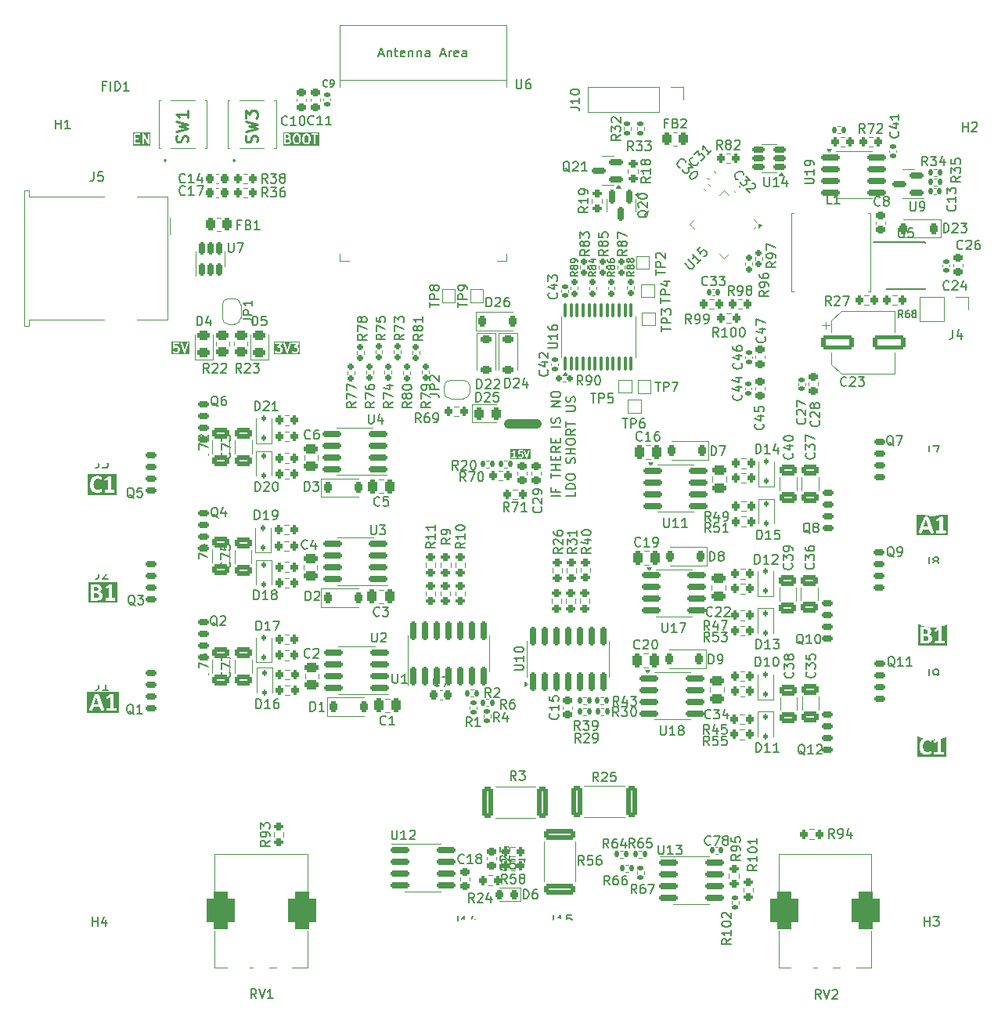
<source format=gbr>
%TF.GenerationSoftware,KiCad,Pcbnew,8.0.1*%
%TF.CreationDate,2024-05-15T20:02:36+03:00*%
%TF.ProjectId,ESP32_dual_ESC,45535033-325f-4647-9561-6c5f4553432e,rev?*%
%TF.SameCoordinates,Original*%
%TF.FileFunction,Legend,Top*%
%TF.FilePolarity,Positive*%
%FSLAX46Y46*%
G04 Gerber Fmt 4.6, Leading zero omitted, Abs format (unit mm)*
G04 Created by KiCad (PCBNEW 8.0.1) date 2024-05-15 20:02:36*
%MOMM*%
%LPD*%
G01*
G04 APERTURE LIST*
G04 Aperture macros list*
%AMRoundRect*
0 Rectangle with rounded corners*
0 $1 Rounding radius*
0 $2 $3 $4 $5 $6 $7 $8 $9 X,Y pos of 4 corners*
0 Add a 4 corners polygon primitive as box body*
4,1,4,$2,$3,$4,$5,$6,$7,$8,$9,$2,$3,0*
0 Add four circle primitives for the rounded corners*
1,1,$1+$1,$2,$3*
1,1,$1+$1,$4,$5*
1,1,$1+$1,$6,$7*
1,1,$1+$1,$8,$9*
0 Add four rect primitives between the rounded corners*
20,1,$1+$1,$2,$3,$4,$5,0*
20,1,$1+$1,$4,$5,$6,$7,0*
20,1,$1+$1,$6,$7,$8,$9,0*
20,1,$1+$1,$8,$9,$2,$3,0*%
%AMRotRect*
0 Rectangle, with rotation*
0 The origin of the aperture is its center*
0 $1 length*
0 $2 width*
0 $3 Rotation angle, in degrees counterclockwise*
0 Add horizontal line*
21,1,$1,$2,0,0,$3*%
%AMFreePoly0*
4,1,19,0.500000,-0.750000,0.000000,-0.750000,0.000000,-0.744911,-0.071157,-0.744911,-0.207708,-0.704816,-0.327430,-0.627875,-0.420627,-0.520320,-0.479746,-0.390866,-0.500000,-0.250000,-0.500000,0.250000,-0.479746,0.390866,-0.420627,0.520320,-0.327430,0.627875,-0.207708,0.704816,-0.071157,0.744911,0.000000,0.744911,0.000000,0.750000,0.500000,0.750000,0.500000,-0.750000,0.500000,-0.750000,
$1*%
%AMFreePoly1*
4,1,19,0.000000,0.744911,0.071157,0.744911,0.207708,0.704816,0.327430,0.627875,0.420627,0.520320,0.479746,0.390866,0.500000,0.250000,0.500000,-0.250000,0.479746,-0.390866,0.420627,-0.520320,0.327430,-0.627875,0.207708,-0.704816,0.071157,-0.744911,0.000000,-0.744911,0.000000,-0.750000,-0.500000,-0.750000,-0.500000,0.750000,0.000000,0.750000,0.000000,0.744911,0.000000,0.744911,
$1*%
G04 Aperture macros list end*
%ADD10C,1.000000*%
%ADD11C,0.200000*%
%ADD12C,0.150000*%
%ADD13C,0.254000*%
%ADD14C,0.120000*%
%ADD15C,0.100000*%
%ADD16C,3.500500*%
%ADD17RoundRect,0.250000X0.450000X-0.262500X0.450000X0.262500X-0.450000X0.262500X-0.450000X-0.262500X0*%
%ADD18RoundRect,0.250000X-0.262500X-0.450000X0.262500X-0.450000X0.262500X0.450000X-0.262500X0.450000X0*%
%ADD19RoundRect,0.250000X0.262500X0.450000X-0.262500X0.450000X-0.262500X-0.450000X0.262500X-0.450000X0*%
%ADD20RoundRect,0.200000X-0.200000X-0.275000X0.200000X-0.275000X0.200000X0.275000X-0.200000X0.275000X0*%
%ADD21C,2.900000*%
%ADD22C,5.000000*%
%ADD23RoundRect,0.100000X0.100000X-0.637500X0.100000X0.637500X-0.100000X0.637500X-0.100000X-0.637500X0*%
%ADD24RoundRect,0.250000X0.250000X0.475000X-0.250000X0.475000X-0.250000X-0.475000X0.250000X-0.475000X0*%
%ADD25RoundRect,0.140000X-0.170000X0.140000X-0.170000X-0.140000X0.170000X-0.140000X0.170000X0.140000X0*%
%ADD26RoundRect,0.140000X0.170000X-0.140000X0.170000X0.140000X-0.170000X0.140000X-0.170000X-0.140000X0*%
%ADD27RoundRect,0.225000X-0.225000X-0.250000X0.225000X-0.250000X0.225000X0.250000X-0.225000X0.250000X0*%
%ADD28RoundRect,0.150000X-0.150000X0.587500X-0.150000X-0.587500X0.150000X-0.587500X0.150000X0.587500X0*%
%ADD29RoundRect,0.243750X-0.243750X-0.456250X0.243750X-0.456250X0.243750X0.456250X-0.243750X0.456250X0*%
%ADD30RoundRect,0.250000X0.475000X-0.250000X0.475000X0.250000X-0.475000X0.250000X-0.475000X-0.250000X0*%
%ADD31RoundRect,0.135000X0.185000X-0.135000X0.185000X0.135000X-0.185000X0.135000X-0.185000X-0.135000X0*%
%ADD32RoundRect,0.160000X0.160000X-0.197500X0.160000X0.197500X-0.160000X0.197500X-0.160000X-0.197500X0*%
%ADD33RoundRect,0.225000X0.225000X0.375000X-0.225000X0.375000X-0.225000X-0.375000X0.225000X-0.375000X0*%
%ADD34RoundRect,0.200000X0.275000X-0.200000X0.275000X0.200000X-0.275000X0.200000X-0.275000X-0.200000X0*%
%ADD35RoundRect,0.225000X-0.250000X0.225000X-0.250000X-0.225000X0.250000X-0.225000X0.250000X0.225000X0*%
%ADD36RoundRect,0.200000X0.200000X0.275000X-0.200000X0.275000X-0.200000X-0.275000X0.200000X-0.275000X0*%
%ADD37RoundRect,0.150000X-0.825000X-0.150000X0.825000X-0.150000X0.825000X0.150000X-0.825000X0.150000X0*%
%ADD38RoundRect,0.225000X0.250000X-0.225000X0.250000X0.225000X-0.250000X0.225000X-0.250000X-0.225000X0*%
%ADD39RoundRect,0.250000X-0.650000X0.325000X-0.650000X-0.325000X0.650000X-0.325000X0.650000X0.325000X0*%
%ADD40RoundRect,0.150000X0.587500X0.150000X-0.587500X0.150000X-0.587500X-0.150000X0.587500X-0.150000X0*%
%ADD41RoundRect,0.140000X0.140000X0.170000X-0.140000X0.170000X-0.140000X-0.170000X0.140000X-0.170000X0*%
%ADD42RoundRect,0.250000X-0.250000X-0.475000X0.250000X-0.475000X0.250000X0.475000X-0.250000X0.475000X0*%
%ADD43RoundRect,0.135000X0.135000X0.185000X-0.135000X0.185000X-0.135000X-0.185000X0.135000X-0.185000X0*%
%ADD44RoundRect,0.150000X0.150000X-0.825000X0.150000X0.825000X-0.150000X0.825000X-0.150000X-0.825000X0*%
%ADD45C,3.600000*%
%ADD46C,5.600000*%
%ADD47RoundRect,0.218750X0.218750X0.256250X-0.218750X0.256250X-0.218750X-0.256250X0.218750X-0.256250X0*%
%ADD48R,1.510000X4.710000*%
%ADD49R,3.100000X4.210000*%
%ADD50RoundRect,0.175000X-0.400000X0.175000X-0.400000X-0.175000X0.400000X-0.175000X0.400000X0.175000X0*%
%ADD51R,1.000000X1.000000*%
%ADD52FreePoly0,270.000000*%
%ADD53FreePoly1,270.000000*%
%ADD54RoundRect,0.200000X-0.275000X0.200000X-0.275000X-0.200000X0.275000X-0.200000X0.275000X0.200000X0*%
%ADD55RoundRect,0.175000X0.400000X-0.175000X0.400000X0.175000X-0.400000X0.175000X-0.400000X-0.175000X0*%
%ADD56RoundRect,0.160000X-0.197500X-0.160000X0.197500X-0.160000X0.197500X0.160000X-0.197500X0.160000X0*%
%ADD57RoundRect,0.250000X-0.475000X0.250000X-0.475000X-0.250000X0.475000X-0.250000X0.475000X0.250000X0*%
%ADD58RoundRect,0.112500X-0.112500X0.187500X-0.112500X-0.187500X0.112500X-0.187500X0.112500X0.187500X0*%
%ADD59RoundRect,0.112500X0.112500X-0.187500X0.112500X0.187500X-0.112500X0.187500X-0.112500X-0.187500X0*%
%ADD60R,1.700000X1.700000*%
%ADD61O,1.700000X1.700000*%
%ADD62RoundRect,0.225000X-0.225000X-0.375000X0.225000X-0.375000X0.225000X0.375000X-0.225000X0.375000X0*%
%ADD63RoundRect,0.135000X-0.135000X-0.185000X0.135000X-0.185000X0.135000X0.185000X-0.135000X0.185000X0*%
%ADD64RoundRect,0.250000X-0.362500X-1.425000X0.362500X-1.425000X0.362500X1.425000X-0.362500X1.425000X0*%
%ADD65R,1.800000X1.800000*%
%ADD66C,1.800000*%
%ADD67RoundRect,0.750000X0.750000X-1.250000X0.750000X1.250000X-0.750000X1.250000X-0.750000X-1.250000X0*%
%ADD68RoundRect,0.250000X-1.500000X-0.550000X1.500000X-0.550000X1.500000X0.550000X-1.500000X0.550000X0*%
%ADD69RoundRect,0.250000X0.362500X1.425000X-0.362500X1.425000X-0.362500X-1.425000X0.362500X-1.425000X0*%
%ADD70R,1.500000X1.600000*%
%ADD71C,1.600000*%
%ADD72C,3.000000*%
%ADD73R,1.550000X0.600000*%
%ADD74R,2.600000X3.100000*%
%ADD75RoundRect,0.135000X-0.185000X0.135000X-0.185000X-0.135000X0.185000X-0.135000X0.185000X0.135000X0*%
%ADD76R,0.700000X1.000000*%
%ADD77RoundRect,0.150000X0.825000X0.150000X-0.825000X0.150000X-0.825000X-0.150000X0.825000X-0.150000X0*%
%ADD78RoundRect,0.140000X-0.140000X-0.170000X0.140000X-0.170000X0.140000X0.170000X-0.140000X0.170000X0*%
%ADD79RoundRect,0.243750X0.456250X-0.243750X0.456250X0.243750X-0.456250X0.243750X-0.456250X-0.243750X0*%
%ADD80RoundRect,0.140000X-0.219203X-0.021213X-0.021213X-0.219203X0.219203X0.021213X0.021213X0.219203X0*%
%ADD81RoundRect,0.250000X0.650000X-0.325000X0.650000X0.325000X-0.650000X0.325000X-0.650000X-0.325000X0*%
%ADD82RoundRect,0.225000X0.335876X0.017678X0.017678X0.335876X-0.335876X-0.017678X-0.017678X-0.335876X0*%
%ADD83RoundRect,0.225000X0.225000X0.250000X-0.225000X0.250000X-0.225000X-0.250000X0.225000X-0.250000X0*%
%ADD84C,1.000000*%
%ADD85RoundRect,0.150000X0.150000X-0.512500X0.150000X0.512500X-0.150000X0.512500X-0.150000X-0.512500X0*%
%ADD86RoundRect,0.225000X-0.375000X0.225000X-0.375000X-0.225000X0.375000X-0.225000X0.375000X0.225000X0*%
%ADD87R,7.500000X2.200000*%
%ADD88RoundRect,0.250000X-1.425000X0.362500X-1.425000X-0.362500X1.425000X-0.362500X1.425000X0.362500X0*%
%ADD89FreePoly0,180.000000*%
%ADD90FreePoly1,180.000000*%
%ADD91RoundRect,0.062500X0.194454X0.282843X-0.282843X-0.194454X-0.194454X-0.282843X0.282843X0.194454X0*%
%ADD92RoundRect,0.062500X-0.194454X0.282843X-0.282843X0.194454X0.194454X-0.282843X0.282843X-0.194454X0*%
%ADD93RotRect,3.350000X3.350000X225.000000*%
%ADD94RoundRect,0.150000X0.512500X0.150000X-0.512500X0.150000X-0.512500X-0.150000X0.512500X-0.150000X0*%
%ADD95R,1.500000X0.900000*%
%ADD96R,0.900000X1.500000*%
%ADD97R,0.900000X0.900000*%
%ADD98O,3.500000X3.500000*%
%ADD99R,2.000000X1.905000*%
%ADD100O,2.000000X1.905000*%
%ADD101R,1.905000X2.000000*%
%ADD102O,1.905000X2.000000*%
%ADD103R,1.600000X1.500000*%
G04 APERTURE END LIST*
D10*
X99300000Y-87363600D02*
X102300000Y-87363600D01*
D11*
G36*
X54695977Y-105700500D02*
G01*
X54792749Y-105716008D01*
X54807915Y-105720641D01*
X54894842Y-105766322D01*
X54897327Y-105768383D01*
X54955415Y-105847411D01*
X54960223Y-105859592D01*
X54975931Y-105956831D01*
X54975847Y-105964050D01*
X54954438Y-106060879D01*
X54895331Y-106137083D01*
X54805938Y-106183000D01*
X54778766Y-106189839D01*
X54678932Y-106198632D01*
X54418080Y-106198632D01*
X54418080Y-105698422D01*
X54632526Y-105698422D01*
X54695977Y-105700500D01*
G37*
G36*
X54635896Y-104980119D02*
G01*
X54734619Y-104995003D01*
X54817662Y-105038967D01*
X54867487Y-105110774D01*
X54884096Y-105208471D01*
X54868953Y-105301284D01*
X54822547Y-105377976D01*
X54744877Y-105429755D01*
X54719690Y-105437876D01*
X54620314Y-105448318D01*
X54418080Y-105448318D01*
X54418080Y-104979371D01*
X54600774Y-104979371D01*
X54635896Y-104980119D01*
G37*
G36*
X56958167Y-106702222D02*
G01*
X53841706Y-106702222D01*
X53841706Y-106365694D01*
X54063928Y-106365694D01*
X54094703Y-106453133D01*
X54170907Y-106480000D01*
X54643761Y-106480000D01*
X54739652Y-106477209D01*
X54837690Y-106467299D01*
X54906960Y-106454325D01*
X55001821Y-106427243D01*
X55053324Y-106406705D01*
X55142993Y-106357878D01*
X55181223Y-106329742D01*
X55252903Y-106256762D01*
X55282104Y-106214383D01*
X55324710Y-106121939D01*
X55342742Y-106051895D01*
X55351088Y-105951946D01*
X55347173Y-105887077D01*
X55323244Y-105790258D01*
X55304192Y-105746886D01*
X55248506Y-105664228D01*
X55220539Y-105635588D01*
X55137131Y-105576789D01*
X55092030Y-105555705D01*
X54997913Y-105528918D01*
X55016062Y-105521562D01*
X55102937Y-105470300D01*
X55114195Y-105461087D01*
X55180607Y-105386769D01*
X55190147Y-105371570D01*
X55228478Y-105281256D01*
X55234950Y-105255473D01*
X55245087Y-105157669D01*
X55245046Y-105150341D01*
X55238940Y-105089769D01*
X55642226Y-105089769D01*
X55646133Y-105168904D01*
X55662254Y-105208471D01*
X55693517Y-105216775D01*
X55745296Y-105198213D01*
X56031060Y-105041898D01*
X56031060Y-106198632D01*
X55700355Y-106198632D01*
X55677885Y-106206448D01*
X55660788Y-106230383D01*
X55650041Y-106274347D01*
X55646622Y-106341270D01*
X55650530Y-106407215D01*
X55662254Y-106450202D01*
X55679351Y-106473161D01*
X55700355Y-106480000D01*
X56681235Y-106480000D01*
X56702728Y-106473161D01*
X56719825Y-106450202D01*
X56731549Y-106407215D01*
X56735945Y-106341270D01*
X56732526Y-106274347D01*
X56721290Y-106230383D01*
X56703705Y-106206448D01*
X56680746Y-106198632D01*
X56391074Y-106198632D01*
X56391074Y-104740502D01*
X56385212Y-104719986D01*
X56363230Y-104706796D01*
X56314870Y-104699958D01*
X56230362Y-104698004D01*
X56160997Y-104698981D01*
X56117522Y-104701423D01*
X56090655Y-104706796D01*
X56073558Y-104715589D01*
X55691563Y-104956901D01*
X55665184Y-104976929D01*
X55650530Y-105001353D01*
X55643691Y-105037013D01*
X55642226Y-105089769D01*
X55238940Y-105089769D01*
X55234706Y-105047759D01*
X55203565Y-104953482D01*
X55157047Y-104878971D01*
X55084863Y-104810355D01*
X55080004Y-104806842D01*
X54992657Y-104758283D01*
X54894354Y-104725847D01*
X54826627Y-104712388D01*
X54723942Y-104701294D01*
X54617383Y-104698004D01*
X54170907Y-104698004D01*
X54094703Y-104724870D01*
X54063928Y-104812309D01*
X54063928Y-104979371D01*
X54063928Y-105698422D01*
X54063928Y-106365694D01*
X53841706Y-106365694D01*
X53841706Y-104475782D01*
X56958167Y-104475782D01*
X56958167Y-106702222D01*
G37*
G36*
X146602440Y-123357485D02*
G01*
X143488421Y-123357485D01*
X143488421Y-122236449D01*
X143710643Y-122236449D01*
X143712567Y-122318406D01*
X143721115Y-122421644D01*
X143738907Y-122529540D01*
X143765354Y-122628703D01*
X143768850Y-122639181D01*
X143808960Y-122737928D01*
X143858419Y-122825702D01*
X143923623Y-122909582D01*
X143992335Y-122974364D01*
X144077837Y-123033061D01*
X144173728Y-123078598D01*
X144201610Y-123088725D01*
X144299078Y-123115286D01*
X144403511Y-123130780D01*
X144503456Y-123135263D01*
X144577086Y-123132280D01*
X144676868Y-123117189D01*
X144725478Y-123105034D01*
X144819994Y-123072248D01*
X144839069Y-123063640D01*
X144925996Y-123015095D01*
X144984614Y-122966735D01*
X145006596Y-122935960D01*
X145017343Y-122907628D01*
X145023693Y-122868061D01*
X145025647Y-122812374D01*
X145022716Y-122736658D01*
X145014412Y-122692695D01*
X145000734Y-122671690D01*
X144978752Y-122666316D01*
X144928927Y-122690252D01*
X144846373Y-122743986D01*
X144816487Y-122760124D01*
X144725717Y-122798207D01*
X144659546Y-122814904D01*
X144559631Y-122822632D01*
X144465328Y-122814689D01*
X144369611Y-122786484D01*
X144295751Y-122744330D01*
X144225019Y-122676575D01*
X144217676Y-122667139D01*
X144166629Y-122580524D01*
X144133183Y-122488508D01*
X144117599Y-122420926D01*
X144104753Y-122320600D01*
X144100943Y-122218375D01*
X144102393Y-122157564D01*
X144111620Y-122059733D01*
X144131230Y-121962897D01*
X144133150Y-121955846D01*
X144168477Y-121857872D01*
X144219645Y-121769457D01*
X144279967Y-121702509D01*
X144361306Y-121646358D01*
X144450089Y-121614118D01*
X144550350Y-121603371D01*
X144618746Y-121606806D01*
X144715947Y-121627796D01*
X144745359Y-121638548D01*
X144835137Y-121681529D01*
X144917203Y-121735751D01*
X144969471Y-121759687D01*
X144991453Y-121751383D01*
X145008061Y-121724516D01*
X145010145Y-121713769D01*
X145286498Y-121713769D01*
X145290406Y-121792904D01*
X145306526Y-121832471D01*
X145337789Y-121840775D01*
X145389569Y-121822213D01*
X145675333Y-121665898D01*
X145675333Y-122822632D01*
X145344628Y-122822632D01*
X145322158Y-122830448D01*
X145305061Y-122854383D01*
X145294314Y-122898347D01*
X145290895Y-122965270D01*
X145294802Y-123031215D01*
X145306526Y-123074202D01*
X145323623Y-123097161D01*
X145344628Y-123104000D01*
X146325507Y-123104000D01*
X146347001Y-123097161D01*
X146364098Y-123074202D01*
X146375821Y-123031215D01*
X146380218Y-122965270D01*
X146376798Y-122898347D01*
X146365563Y-122854383D01*
X146347978Y-122830448D01*
X146325019Y-122822632D01*
X146035347Y-122822632D01*
X146035347Y-121364502D01*
X146029485Y-121343986D01*
X146007503Y-121330796D01*
X145959143Y-121323958D01*
X145874635Y-121322004D01*
X145805270Y-121322981D01*
X145761795Y-121325423D01*
X145734928Y-121330796D01*
X145717831Y-121339589D01*
X145335835Y-121580901D01*
X145309457Y-121600929D01*
X145294802Y-121625353D01*
X145287964Y-121661013D01*
X145286498Y-121713769D01*
X145010145Y-121713769D01*
X145017343Y-121676644D01*
X145020273Y-121604837D01*
X145018320Y-121538891D01*
X145011969Y-121492485D01*
X145001223Y-121459757D01*
X144975821Y-121428494D01*
X144910364Y-121383064D01*
X144895423Y-121374836D01*
X144804851Y-121336170D01*
X144775115Y-121326431D01*
X144677845Y-121303441D01*
X144634530Y-121296744D01*
X144535207Y-121290741D01*
X144501223Y-121291286D01*
X144402515Y-121299465D01*
X144298549Y-121320063D01*
X144200594Y-121352778D01*
X144181774Y-121360760D01*
X144092769Y-121407481D01*
X144012255Y-121465556D01*
X143940232Y-121534983D01*
X143920319Y-121558013D01*
X143860022Y-121641971D01*
X143809074Y-121736997D01*
X143771216Y-121831983D01*
X143744715Y-121923574D01*
X143725786Y-122021515D01*
X143714429Y-122125807D01*
X143710643Y-122236449D01*
X143488421Y-122236449D01*
X143488421Y-121068519D01*
X146602440Y-121068519D01*
X146602440Y-123357485D01*
G37*
G36*
X56870240Y-95053485D02*
G01*
X53756221Y-95053485D01*
X53756221Y-93932449D01*
X53978443Y-93932449D01*
X53980367Y-94014406D01*
X53988915Y-94117644D01*
X54006707Y-94225540D01*
X54033154Y-94324703D01*
X54036650Y-94335181D01*
X54076760Y-94433928D01*
X54126219Y-94521702D01*
X54191423Y-94605582D01*
X54260135Y-94670364D01*
X54345637Y-94729061D01*
X54441528Y-94774598D01*
X54469410Y-94784725D01*
X54566878Y-94811286D01*
X54671311Y-94826780D01*
X54771256Y-94831263D01*
X54844886Y-94828280D01*
X54944668Y-94813189D01*
X54993278Y-94801034D01*
X55087794Y-94768248D01*
X55106869Y-94759640D01*
X55193796Y-94711095D01*
X55252414Y-94662735D01*
X55274396Y-94631960D01*
X55285143Y-94603628D01*
X55291493Y-94564061D01*
X55293447Y-94508374D01*
X55290516Y-94432658D01*
X55282212Y-94388695D01*
X55268534Y-94367690D01*
X55246552Y-94362316D01*
X55196727Y-94386252D01*
X55114173Y-94439986D01*
X55084287Y-94456124D01*
X54993517Y-94494207D01*
X54927346Y-94510904D01*
X54827431Y-94518632D01*
X54733128Y-94510689D01*
X54637411Y-94482484D01*
X54563551Y-94440330D01*
X54492819Y-94372575D01*
X54485476Y-94363139D01*
X54434429Y-94276524D01*
X54400983Y-94184508D01*
X54385399Y-94116926D01*
X54372553Y-94016600D01*
X54368743Y-93914375D01*
X54370193Y-93853564D01*
X54379420Y-93755733D01*
X54399030Y-93658897D01*
X54400950Y-93651846D01*
X54436277Y-93553872D01*
X54487445Y-93465457D01*
X54547767Y-93398509D01*
X54629106Y-93342358D01*
X54717889Y-93310118D01*
X54818150Y-93299371D01*
X54886546Y-93302806D01*
X54983747Y-93323796D01*
X55013159Y-93334548D01*
X55102937Y-93377529D01*
X55185003Y-93431751D01*
X55237271Y-93455687D01*
X55259253Y-93447383D01*
X55275861Y-93420516D01*
X55277945Y-93409769D01*
X55554298Y-93409769D01*
X55558206Y-93488904D01*
X55574326Y-93528471D01*
X55605589Y-93536775D01*
X55657369Y-93518213D01*
X55943133Y-93361898D01*
X55943133Y-94518632D01*
X55612428Y-94518632D01*
X55589958Y-94526448D01*
X55572861Y-94550383D01*
X55562114Y-94594347D01*
X55558695Y-94661270D01*
X55562602Y-94727215D01*
X55574326Y-94770202D01*
X55591423Y-94793161D01*
X55612428Y-94800000D01*
X56593307Y-94800000D01*
X56614801Y-94793161D01*
X56631898Y-94770202D01*
X56643621Y-94727215D01*
X56648018Y-94661270D01*
X56644598Y-94594347D01*
X56633363Y-94550383D01*
X56615778Y-94526448D01*
X56592819Y-94518632D01*
X56303147Y-94518632D01*
X56303147Y-93060502D01*
X56297285Y-93039986D01*
X56275303Y-93026796D01*
X56226943Y-93019958D01*
X56142435Y-93018004D01*
X56073070Y-93018981D01*
X56029595Y-93021423D01*
X56002728Y-93026796D01*
X55985631Y-93035589D01*
X55603635Y-93276901D01*
X55577257Y-93296929D01*
X55562602Y-93321353D01*
X55555764Y-93357013D01*
X55554298Y-93409769D01*
X55277945Y-93409769D01*
X55285143Y-93372644D01*
X55288073Y-93300837D01*
X55286120Y-93234891D01*
X55279769Y-93188485D01*
X55269023Y-93155757D01*
X55243621Y-93124494D01*
X55178164Y-93079064D01*
X55163223Y-93070836D01*
X55072651Y-93032170D01*
X55042915Y-93022431D01*
X54945645Y-92999441D01*
X54902330Y-92992744D01*
X54803007Y-92986741D01*
X54769023Y-92987286D01*
X54670315Y-92995465D01*
X54566349Y-93016063D01*
X54468394Y-93048778D01*
X54449574Y-93056760D01*
X54360569Y-93103481D01*
X54280055Y-93161556D01*
X54208032Y-93230983D01*
X54188119Y-93254013D01*
X54127822Y-93337971D01*
X54076874Y-93432997D01*
X54039016Y-93527983D01*
X54012515Y-93619574D01*
X53993586Y-93717515D01*
X53982229Y-93821807D01*
X53978443Y-93932449D01*
X53756221Y-93932449D01*
X53756221Y-92764519D01*
X56870240Y-92764519D01*
X56870240Y-95053485D01*
G37*
G36*
X144428177Y-110314500D02*
G01*
X144524949Y-110330008D01*
X144540115Y-110334641D01*
X144627042Y-110380322D01*
X144629527Y-110382383D01*
X144687615Y-110461411D01*
X144692423Y-110473592D01*
X144708131Y-110570831D01*
X144708047Y-110578050D01*
X144686638Y-110674879D01*
X144627531Y-110751083D01*
X144538138Y-110797000D01*
X144510966Y-110803839D01*
X144411132Y-110812632D01*
X144150280Y-110812632D01*
X144150280Y-110312422D01*
X144364726Y-110312422D01*
X144428177Y-110314500D01*
G37*
G36*
X144368096Y-109594119D02*
G01*
X144466819Y-109609003D01*
X144549862Y-109652967D01*
X144599687Y-109724774D01*
X144616296Y-109822471D01*
X144601153Y-109915284D01*
X144554747Y-109991976D01*
X144477077Y-110043755D01*
X144451890Y-110051876D01*
X144352514Y-110062318D01*
X144150280Y-110062318D01*
X144150280Y-109593371D01*
X144332974Y-109593371D01*
X144368096Y-109594119D01*
G37*
G36*
X146690367Y-111316222D02*
G01*
X143573906Y-111316222D01*
X143573906Y-110979694D01*
X143796128Y-110979694D01*
X143826903Y-111067133D01*
X143903107Y-111094000D01*
X144375961Y-111094000D01*
X144471852Y-111091209D01*
X144569890Y-111081299D01*
X144639160Y-111068325D01*
X144734021Y-111041243D01*
X144785524Y-111020705D01*
X144875193Y-110971878D01*
X144913423Y-110943742D01*
X144985103Y-110870762D01*
X145014304Y-110828383D01*
X145056910Y-110735939D01*
X145074942Y-110665895D01*
X145083288Y-110565946D01*
X145079373Y-110501077D01*
X145055444Y-110404258D01*
X145036392Y-110360886D01*
X144980706Y-110278228D01*
X144952739Y-110249588D01*
X144869331Y-110190789D01*
X144824230Y-110169705D01*
X144730113Y-110142918D01*
X144748262Y-110135562D01*
X144835137Y-110084300D01*
X144846395Y-110075087D01*
X144912807Y-110000769D01*
X144922347Y-109985570D01*
X144960678Y-109895256D01*
X144967150Y-109869473D01*
X144977287Y-109771669D01*
X144977246Y-109764341D01*
X144971140Y-109703769D01*
X145374426Y-109703769D01*
X145378333Y-109782904D01*
X145394454Y-109822471D01*
X145425717Y-109830775D01*
X145477496Y-109812213D01*
X145763260Y-109655898D01*
X145763260Y-110812632D01*
X145432555Y-110812632D01*
X145410085Y-110820448D01*
X145392988Y-110844383D01*
X145382241Y-110888347D01*
X145378822Y-110955270D01*
X145382730Y-111021215D01*
X145394454Y-111064202D01*
X145411551Y-111087161D01*
X145432555Y-111094000D01*
X146413435Y-111094000D01*
X146434928Y-111087161D01*
X146452025Y-111064202D01*
X146463749Y-111021215D01*
X146468145Y-110955270D01*
X146464726Y-110888347D01*
X146453490Y-110844383D01*
X146435905Y-110820448D01*
X146412946Y-110812632D01*
X146123274Y-110812632D01*
X146123274Y-109354502D01*
X146117412Y-109333986D01*
X146095430Y-109320796D01*
X146047070Y-109313958D01*
X145962562Y-109312004D01*
X145893197Y-109312981D01*
X145849722Y-109315423D01*
X145822855Y-109320796D01*
X145805758Y-109329589D01*
X145423763Y-109570901D01*
X145397384Y-109590929D01*
X145382730Y-109615353D01*
X145375891Y-109651013D01*
X145374426Y-109703769D01*
X144971140Y-109703769D01*
X144966906Y-109661759D01*
X144935765Y-109567482D01*
X144889247Y-109492971D01*
X144817063Y-109424355D01*
X144812204Y-109420842D01*
X144724857Y-109372283D01*
X144626554Y-109339847D01*
X144558827Y-109326388D01*
X144456142Y-109315294D01*
X144349583Y-109312004D01*
X143903107Y-109312004D01*
X143826903Y-109338870D01*
X143796128Y-109426309D01*
X143796128Y-109593371D01*
X143796128Y-110312422D01*
X143796128Y-110979694D01*
X143573906Y-110979694D01*
X143573906Y-109089782D01*
X146690367Y-109089782D01*
X146690367Y-111316222D01*
G37*
G36*
X54955415Y-117692212D02*
G01*
X54451297Y-117692212D01*
X54702379Y-116928709D01*
X54703845Y-116928709D01*
X54955415Y-117692212D01*
G37*
G36*
X57085173Y-118602222D02*
G01*
X53683437Y-118602222D01*
X53683437Y-118312100D01*
X53905659Y-118312100D01*
X53915429Y-118356064D01*
X53964766Y-118376092D01*
X54063928Y-118380000D01*
X54159183Y-118377557D01*
X54215359Y-118367299D01*
X54244180Y-118346782D01*
X54258834Y-118314542D01*
X54371674Y-117973579D01*
X55038946Y-117973579D01*
X55158625Y-118323824D01*
X55172302Y-118352644D01*
X55201123Y-118369741D01*
X55260718Y-118378046D01*
X55271083Y-118378504D01*
X55370139Y-118380000D01*
X55378453Y-118379986D01*
X55476140Y-118376580D01*
X55529385Y-118358995D01*
X55540621Y-118316008D01*
X55520104Y-118238339D01*
X55081702Y-116989769D01*
X55769232Y-116989769D01*
X55773140Y-117068904D01*
X55789260Y-117108471D01*
X55820523Y-117116775D01*
X55872302Y-117098213D01*
X56158066Y-116941898D01*
X56158066Y-118098632D01*
X55827362Y-118098632D01*
X55804891Y-118106448D01*
X55787794Y-118130383D01*
X55777048Y-118174347D01*
X55773628Y-118241270D01*
X55777536Y-118307215D01*
X55789260Y-118350202D01*
X55806357Y-118373161D01*
X55827362Y-118380000D01*
X56808241Y-118380000D01*
X56829734Y-118373161D01*
X56846831Y-118350202D01*
X56858555Y-118307215D01*
X56862951Y-118241270D01*
X56859532Y-118174347D01*
X56848297Y-118130383D01*
X56830711Y-118106448D01*
X56807752Y-118098632D01*
X56518080Y-118098632D01*
X56518080Y-116640502D01*
X56512219Y-116619986D01*
X56490237Y-116606796D01*
X56441877Y-116599958D01*
X56357369Y-116598004D01*
X56288004Y-116598981D01*
X56244528Y-116601423D01*
X56217662Y-116606796D01*
X56200565Y-116615589D01*
X55818569Y-116856901D01*
X55792191Y-116876929D01*
X55777536Y-116901353D01*
X55770697Y-116937013D01*
X55769232Y-116989769D01*
X55081702Y-116989769D01*
X54970558Y-116673230D01*
X54950530Y-116632198D01*
X54911939Y-116609727D01*
X54837201Y-116599958D01*
X54807646Y-116599013D01*
X54708241Y-116598004D01*
X54695380Y-116598021D01*
X54595401Y-116599958D01*
X54528967Y-116609727D01*
X54493796Y-116631709D01*
X54474745Y-116668834D01*
X54116706Y-117692212D01*
X53926664Y-118235408D01*
X53905659Y-118312100D01*
X53683437Y-118312100D01*
X53683437Y-116375782D01*
X57085173Y-116375782D01*
X57085173Y-118602222D01*
G37*
G36*
X64756189Y-79878330D02*
G01*
X62811410Y-79878330D01*
X62811410Y-79153062D01*
X62922521Y-79153062D01*
X62923975Y-79157880D01*
X62923975Y-79162918D01*
X62929571Y-79176427D01*
X62933792Y-79190417D01*
X62936979Y-79194313D01*
X62938907Y-79198966D01*
X62949243Y-79209302D01*
X62958499Y-79220615D01*
X62962936Y-79222995D01*
X62966497Y-79226556D01*
X62980002Y-79232150D01*
X62992883Y-79239060D01*
X62997892Y-79239560D01*
X63002545Y-79241488D01*
X63017166Y-79241488D01*
X63031707Y-79242942D01*
X63036526Y-79241488D01*
X63041563Y-79241488D01*
X63055072Y-79235891D01*
X63069062Y-79231671D01*
X63072958Y-79228483D01*
X63077611Y-79226556D01*
X63092765Y-79214120D01*
X63126331Y-79179035D01*
X63186079Y-79148013D01*
X63376942Y-79146589D01*
X63436840Y-79175405D01*
X63462617Y-79200067D01*
X63493639Y-79259815D01*
X63495063Y-79450678D01*
X63466247Y-79510576D01*
X63441585Y-79536354D01*
X63381836Y-79567376D01*
X63190974Y-79568800D01*
X63131074Y-79539983D01*
X63077612Y-79488833D01*
X63041564Y-79473902D01*
X63002546Y-79473901D01*
X62966497Y-79488832D01*
X62938907Y-79516422D01*
X62923976Y-79552470D01*
X62923975Y-79591488D01*
X62938906Y-79627537D01*
X62951343Y-79642690D01*
X63001443Y-79690623D01*
X63008361Y-79698600D01*
X63012510Y-79701211D01*
X63014115Y-79702747D01*
X63016555Y-79703757D01*
X63024952Y-79709043D01*
X63107969Y-79748981D01*
X63109354Y-79750366D01*
X63120103Y-79754818D01*
X63138498Y-79763668D01*
X63142081Y-79763922D01*
X63145402Y-79765298D01*
X63164911Y-79767219D01*
X63387866Y-79765556D01*
X63390499Y-79766434D01*
X63404604Y-79765431D01*
X63422515Y-79765298D01*
X63425835Y-79763922D01*
X63429419Y-79763668D01*
X63447727Y-79756662D01*
X63542755Y-79707322D01*
X63553802Y-79702747D01*
X63557648Y-79699589D01*
X63559555Y-79698600D01*
X63561285Y-79696605D01*
X63568955Y-79690310D01*
X63616888Y-79640207D01*
X63624863Y-79633292D01*
X63627474Y-79629142D01*
X63629011Y-79627537D01*
X63630022Y-79625095D01*
X63635306Y-79616701D01*
X63675244Y-79533683D01*
X63676629Y-79532299D01*
X63681081Y-79521549D01*
X63689931Y-79503155D01*
X63690185Y-79499571D01*
X63691561Y-79496251D01*
X63693482Y-79476742D01*
X63691819Y-79253786D01*
X63692697Y-79251154D01*
X63691694Y-79237048D01*
X63691561Y-79219138D01*
X63690185Y-79215817D01*
X63689931Y-79212234D01*
X63682925Y-79193925D01*
X63633582Y-79098891D01*
X63629010Y-79087851D01*
X63625854Y-79084005D01*
X63624863Y-79082097D01*
X63622865Y-79080364D01*
X63616573Y-79072698D01*
X63566472Y-79024766D01*
X63559555Y-79016790D01*
X63555405Y-79014177D01*
X63553801Y-79012643D01*
X63551361Y-79011632D01*
X63542965Y-79006347D01*
X63459947Y-78966408D01*
X63458563Y-78965024D01*
X63447813Y-78960571D01*
X63429419Y-78951722D01*
X63425835Y-78951467D01*
X63422515Y-78950092D01*
X63403006Y-78948171D01*
X63180050Y-78949833D01*
X63177418Y-78948956D01*
X63163312Y-78949958D01*
X63145402Y-78950092D01*
X63142081Y-78951467D01*
X63140953Y-78951547D01*
X63158700Y-78766873D01*
X63565372Y-78765298D01*
X63601420Y-78750366D01*
X63629010Y-78722776D01*
X63643942Y-78686728D01*
X63643942Y-78679726D01*
X63779982Y-78679726D01*
X63784329Y-78698842D01*
X64115590Y-79686734D01*
X64116081Y-79693632D01*
X64121614Y-79704699D01*
X64125653Y-79716742D01*
X64130336Y-79722141D01*
X64133531Y-79728531D01*
X64143002Y-79736746D01*
X64151218Y-79746218D01*
X64157606Y-79749412D01*
X64163007Y-79754096D01*
X64174908Y-79758063D01*
X64186117Y-79763667D01*
X64193241Y-79764173D01*
X64200023Y-79766434D01*
X64212532Y-79765544D01*
X64225037Y-79766434D01*
X64231815Y-79764174D01*
X64238943Y-79763668D01*
X64250159Y-79758059D01*
X64262053Y-79754095D01*
X64267450Y-79749414D01*
X64273842Y-79746218D01*
X64282060Y-79736742D01*
X64291529Y-79728530D01*
X64294722Y-79722143D01*
X64299407Y-79716742D01*
X64307398Y-79698842D01*
X64645078Y-78679727D01*
X64642312Y-78640807D01*
X64624862Y-78605908D01*
X64595386Y-78580343D01*
X64558370Y-78568004D01*
X64519450Y-78570771D01*
X64484551Y-78588220D01*
X64458986Y-78617696D01*
X64450995Y-78635597D01*
X64212963Y-79353973D01*
X63966074Y-78617696D01*
X63940509Y-78588220D01*
X63905610Y-78570770D01*
X63866690Y-78568004D01*
X63829674Y-78580342D01*
X63800198Y-78605907D01*
X63782748Y-78640806D01*
X63779982Y-78679726D01*
X63643942Y-78679726D01*
X63643942Y-78647710D01*
X63629010Y-78611662D01*
X63601420Y-78584072D01*
X63565372Y-78569140D01*
X63545863Y-78567219D01*
X63073651Y-78569048D01*
X63060020Y-78567686D01*
X63055266Y-78569120D01*
X63050164Y-78569140D01*
X63036654Y-78574736D01*
X63022665Y-78578957D01*
X63018768Y-78582144D01*
X63014116Y-78584072D01*
X63003779Y-78594408D01*
X62992467Y-78603664D01*
X62990086Y-78608101D01*
X62986526Y-78611662D01*
X62980931Y-78625167D01*
X62974022Y-78638048D01*
X62972545Y-78645412D01*
X62971594Y-78647710D01*
X62971594Y-78650160D01*
X62970169Y-78657269D01*
X62925731Y-79119660D01*
X62923975Y-79123900D01*
X62923975Y-79137932D01*
X62922521Y-79153062D01*
X62811410Y-79153062D01*
X62811410Y-78456108D01*
X64756189Y-78456108D01*
X64756189Y-79878330D01*
G37*
D12*
X104876475Y-95205620D02*
X103876475Y-95205620D01*
X104352665Y-94396097D02*
X104352665Y-94729430D01*
X104876475Y-94729430D02*
X103876475Y-94729430D01*
X103876475Y-94729430D02*
X103876475Y-94253240D01*
X103876475Y-93253239D02*
X103876475Y-92681811D01*
X104876475Y-92967525D02*
X103876475Y-92967525D01*
X104876475Y-92348477D02*
X103876475Y-92348477D01*
X104352665Y-92348477D02*
X104352665Y-91777049D01*
X104876475Y-91777049D02*
X103876475Y-91777049D01*
X104352665Y-91300858D02*
X104352665Y-90967525D01*
X104876475Y-90824668D02*
X104876475Y-91300858D01*
X104876475Y-91300858D02*
X103876475Y-91300858D01*
X103876475Y-91300858D02*
X103876475Y-90824668D01*
X104876475Y-89824668D02*
X104400284Y-90158001D01*
X104876475Y-90396096D02*
X103876475Y-90396096D01*
X103876475Y-90396096D02*
X103876475Y-90015144D01*
X103876475Y-90015144D02*
X103924094Y-89919906D01*
X103924094Y-89919906D02*
X103971713Y-89872287D01*
X103971713Y-89872287D02*
X104066951Y-89824668D01*
X104066951Y-89824668D02*
X104209808Y-89824668D01*
X104209808Y-89824668D02*
X104305046Y-89872287D01*
X104305046Y-89872287D02*
X104352665Y-89919906D01*
X104352665Y-89919906D02*
X104400284Y-90015144D01*
X104400284Y-90015144D02*
X104400284Y-90396096D01*
X104352665Y-89396096D02*
X104352665Y-89062763D01*
X104876475Y-88919906D02*
X104876475Y-89396096D01*
X104876475Y-89396096D02*
X103876475Y-89396096D01*
X103876475Y-89396096D02*
X103876475Y-88919906D01*
X104876475Y-87729429D02*
X103876475Y-87729429D01*
X104828856Y-87300858D02*
X104876475Y-87158001D01*
X104876475Y-87158001D02*
X104876475Y-86919906D01*
X104876475Y-86919906D02*
X104828856Y-86824668D01*
X104828856Y-86824668D02*
X104781236Y-86777049D01*
X104781236Y-86777049D02*
X104685998Y-86729430D01*
X104685998Y-86729430D02*
X104590760Y-86729430D01*
X104590760Y-86729430D02*
X104495522Y-86777049D01*
X104495522Y-86777049D02*
X104447903Y-86824668D01*
X104447903Y-86824668D02*
X104400284Y-86919906D01*
X104400284Y-86919906D02*
X104352665Y-87110382D01*
X104352665Y-87110382D02*
X104305046Y-87205620D01*
X104305046Y-87205620D02*
X104257427Y-87253239D01*
X104257427Y-87253239D02*
X104162189Y-87300858D01*
X104162189Y-87300858D02*
X104066951Y-87300858D01*
X104066951Y-87300858D02*
X103971713Y-87253239D01*
X103971713Y-87253239D02*
X103924094Y-87205620D01*
X103924094Y-87205620D02*
X103876475Y-87110382D01*
X103876475Y-87110382D02*
X103876475Y-86872287D01*
X103876475Y-86872287D02*
X103924094Y-86729430D01*
X104876475Y-85538953D02*
X103876475Y-85538953D01*
X103876475Y-85538953D02*
X104876475Y-84967525D01*
X104876475Y-84967525D02*
X103876475Y-84967525D01*
X103876475Y-84300858D02*
X103876475Y-84110382D01*
X103876475Y-84110382D02*
X103924094Y-84015144D01*
X103924094Y-84015144D02*
X104019332Y-83919906D01*
X104019332Y-83919906D02*
X104209808Y-83872287D01*
X104209808Y-83872287D02*
X104543141Y-83872287D01*
X104543141Y-83872287D02*
X104733617Y-83919906D01*
X104733617Y-83919906D02*
X104828856Y-84015144D01*
X104828856Y-84015144D02*
X104876475Y-84110382D01*
X104876475Y-84110382D02*
X104876475Y-84300858D01*
X104876475Y-84300858D02*
X104828856Y-84396096D01*
X104828856Y-84396096D02*
X104733617Y-84491334D01*
X104733617Y-84491334D02*
X104543141Y-84538953D01*
X104543141Y-84538953D02*
X104209808Y-84538953D01*
X104209808Y-84538953D02*
X104019332Y-84491334D01*
X104019332Y-84491334D02*
X103924094Y-84396096D01*
X103924094Y-84396096D02*
X103876475Y-84300858D01*
X106486419Y-94729430D02*
X106486419Y-95205620D01*
X106486419Y-95205620D02*
X105486419Y-95205620D01*
X106486419Y-94396096D02*
X105486419Y-94396096D01*
X105486419Y-94396096D02*
X105486419Y-94158001D01*
X105486419Y-94158001D02*
X105534038Y-94015144D01*
X105534038Y-94015144D02*
X105629276Y-93919906D01*
X105629276Y-93919906D02*
X105724514Y-93872287D01*
X105724514Y-93872287D02*
X105914990Y-93824668D01*
X105914990Y-93824668D02*
X106057847Y-93824668D01*
X106057847Y-93824668D02*
X106248323Y-93872287D01*
X106248323Y-93872287D02*
X106343561Y-93919906D01*
X106343561Y-93919906D02*
X106438800Y-94015144D01*
X106438800Y-94015144D02*
X106486419Y-94158001D01*
X106486419Y-94158001D02*
X106486419Y-94396096D01*
X105486419Y-93205620D02*
X105486419Y-93015144D01*
X105486419Y-93015144D02*
X105534038Y-92919906D01*
X105534038Y-92919906D02*
X105629276Y-92824668D01*
X105629276Y-92824668D02*
X105819752Y-92777049D01*
X105819752Y-92777049D02*
X106153085Y-92777049D01*
X106153085Y-92777049D02*
X106343561Y-92824668D01*
X106343561Y-92824668D02*
X106438800Y-92919906D01*
X106438800Y-92919906D02*
X106486419Y-93015144D01*
X106486419Y-93015144D02*
X106486419Y-93205620D01*
X106486419Y-93205620D02*
X106438800Y-93300858D01*
X106438800Y-93300858D02*
X106343561Y-93396096D01*
X106343561Y-93396096D02*
X106153085Y-93443715D01*
X106153085Y-93443715D02*
X105819752Y-93443715D01*
X105819752Y-93443715D02*
X105629276Y-93396096D01*
X105629276Y-93396096D02*
X105534038Y-93300858D01*
X105534038Y-93300858D02*
X105486419Y-93205620D01*
X106438800Y-91634191D02*
X106486419Y-91491334D01*
X106486419Y-91491334D02*
X106486419Y-91253239D01*
X106486419Y-91253239D02*
X106438800Y-91158001D01*
X106438800Y-91158001D02*
X106391180Y-91110382D01*
X106391180Y-91110382D02*
X106295942Y-91062763D01*
X106295942Y-91062763D02*
X106200704Y-91062763D01*
X106200704Y-91062763D02*
X106105466Y-91110382D01*
X106105466Y-91110382D02*
X106057847Y-91158001D01*
X106057847Y-91158001D02*
X106010228Y-91253239D01*
X106010228Y-91253239D02*
X105962609Y-91443715D01*
X105962609Y-91443715D02*
X105914990Y-91538953D01*
X105914990Y-91538953D02*
X105867371Y-91586572D01*
X105867371Y-91586572D02*
X105772133Y-91634191D01*
X105772133Y-91634191D02*
X105676895Y-91634191D01*
X105676895Y-91634191D02*
X105581657Y-91586572D01*
X105581657Y-91586572D02*
X105534038Y-91538953D01*
X105534038Y-91538953D02*
X105486419Y-91443715D01*
X105486419Y-91443715D02*
X105486419Y-91205620D01*
X105486419Y-91205620D02*
X105534038Y-91062763D01*
X106486419Y-90634191D02*
X105486419Y-90634191D01*
X105962609Y-90634191D02*
X105962609Y-90062763D01*
X106486419Y-90062763D02*
X105486419Y-90062763D01*
X105486419Y-89396096D02*
X105486419Y-89205620D01*
X105486419Y-89205620D02*
X105534038Y-89110382D01*
X105534038Y-89110382D02*
X105629276Y-89015144D01*
X105629276Y-89015144D02*
X105819752Y-88967525D01*
X105819752Y-88967525D02*
X106153085Y-88967525D01*
X106153085Y-88967525D02*
X106343561Y-89015144D01*
X106343561Y-89015144D02*
X106438800Y-89110382D01*
X106438800Y-89110382D02*
X106486419Y-89205620D01*
X106486419Y-89205620D02*
X106486419Y-89396096D01*
X106486419Y-89396096D02*
X106438800Y-89491334D01*
X106438800Y-89491334D02*
X106343561Y-89586572D01*
X106343561Y-89586572D02*
X106153085Y-89634191D01*
X106153085Y-89634191D02*
X105819752Y-89634191D01*
X105819752Y-89634191D02*
X105629276Y-89586572D01*
X105629276Y-89586572D02*
X105534038Y-89491334D01*
X105534038Y-89491334D02*
X105486419Y-89396096D01*
X106486419Y-87967525D02*
X106010228Y-88300858D01*
X106486419Y-88538953D02*
X105486419Y-88538953D01*
X105486419Y-88538953D02*
X105486419Y-88158001D01*
X105486419Y-88158001D02*
X105534038Y-88062763D01*
X105534038Y-88062763D02*
X105581657Y-88015144D01*
X105581657Y-88015144D02*
X105676895Y-87967525D01*
X105676895Y-87967525D02*
X105819752Y-87967525D01*
X105819752Y-87967525D02*
X105914990Y-88015144D01*
X105914990Y-88015144D02*
X105962609Y-88062763D01*
X105962609Y-88062763D02*
X106010228Y-88158001D01*
X106010228Y-88158001D02*
X106010228Y-88538953D01*
X105486419Y-87681810D02*
X105486419Y-87110382D01*
X106486419Y-87396096D02*
X105486419Y-87396096D01*
X105486419Y-86015143D02*
X106295942Y-86015143D01*
X106295942Y-86015143D02*
X106391180Y-85967524D01*
X106391180Y-85967524D02*
X106438800Y-85919905D01*
X106438800Y-85919905D02*
X106486419Y-85824667D01*
X106486419Y-85824667D02*
X106486419Y-85634191D01*
X106486419Y-85634191D02*
X106438800Y-85538953D01*
X106438800Y-85538953D02*
X106391180Y-85491334D01*
X106391180Y-85491334D02*
X106295942Y-85443715D01*
X106295942Y-85443715D02*
X105486419Y-85443715D01*
X106438800Y-85015143D02*
X106486419Y-84872286D01*
X106486419Y-84872286D02*
X106486419Y-84634191D01*
X106486419Y-84634191D02*
X106438800Y-84538953D01*
X106438800Y-84538953D02*
X106391180Y-84491334D01*
X106391180Y-84491334D02*
X106295942Y-84443715D01*
X106295942Y-84443715D02*
X106200704Y-84443715D01*
X106200704Y-84443715D02*
X106105466Y-84491334D01*
X106105466Y-84491334D02*
X106057847Y-84538953D01*
X106057847Y-84538953D02*
X106010228Y-84634191D01*
X106010228Y-84634191D02*
X105962609Y-84824667D01*
X105962609Y-84824667D02*
X105914990Y-84919905D01*
X105914990Y-84919905D02*
X105867371Y-84967524D01*
X105867371Y-84967524D02*
X105772133Y-85015143D01*
X105772133Y-85015143D02*
X105676895Y-85015143D01*
X105676895Y-85015143D02*
X105581657Y-84967524D01*
X105581657Y-84967524D02*
X105534038Y-84919905D01*
X105534038Y-84919905D02*
X105486419Y-84824667D01*
X105486419Y-84824667D02*
X105486419Y-84586572D01*
X105486419Y-84586572D02*
X105534038Y-84443715D01*
D11*
G36*
X75490611Y-56686529D02*
G01*
X75510236Y-56705305D01*
X75541353Y-56765236D01*
X75542487Y-56861083D01*
X75513866Y-56920576D01*
X75489204Y-56946354D01*
X75429564Y-56977320D01*
X75169487Y-56978567D01*
X75168873Y-56652868D01*
X75382077Y-56651708D01*
X75490611Y-56686529D01*
G37*
G36*
X75436840Y-56204453D02*
G01*
X75462617Y-56229115D01*
X75493842Y-56289254D01*
X75494654Y-56337719D01*
X75466246Y-56396769D01*
X75441588Y-56422542D01*
X75381919Y-56453523D01*
X75168499Y-56454685D01*
X75167976Y-56176683D01*
X75376754Y-56175547D01*
X75436840Y-56204453D01*
G37*
G36*
X76484108Y-56204284D02*
G01*
X76550498Y-56269040D01*
X76588752Y-56416465D01*
X76590431Y-56724929D01*
X76552696Y-56881790D01*
X76490252Y-56945810D01*
X76429384Y-56977413D01*
X76286055Y-56978724D01*
X76226664Y-56950152D01*
X76160275Y-56885396D01*
X76122021Y-56737971D01*
X76120342Y-56429508D01*
X76158077Y-56272646D01*
X76220520Y-56208627D01*
X76281388Y-56177024D01*
X76424718Y-56175713D01*
X76484108Y-56204284D01*
G37*
G36*
X77531727Y-56204284D02*
G01*
X77598117Y-56269040D01*
X77636371Y-56416465D01*
X77638050Y-56724929D01*
X77600315Y-56881790D01*
X77537871Y-56945810D01*
X77477003Y-56977413D01*
X77333674Y-56978724D01*
X77274283Y-56950152D01*
X77207894Y-56885396D01*
X77169640Y-56737971D01*
X77167961Y-56429508D01*
X77205696Y-56272646D01*
X77268139Y-56208627D01*
X77329007Y-56177024D01*
X77472337Y-56175713D01*
X77531727Y-56204284D01*
G37*
G36*
X78802672Y-57288330D02*
G01*
X74858562Y-57288330D01*
X74858562Y-56077219D01*
X74969673Y-56077219D01*
X74971594Y-57096728D01*
X74986526Y-57132776D01*
X75014116Y-57160366D01*
X75050164Y-57175298D01*
X75069673Y-57177219D01*
X75435212Y-57175465D01*
X75438118Y-57176434D01*
X75452942Y-57175380D01*
X75470134Y-57175298D01*
X75473454Y-57173922D01*
X75477038Y-57173668D01*
X75495346Y-57166662D01*
X75590374Y-57117322D01*
X75601421Y-57112747D01*
X75605267Y-57109589D01*
X75607174Y-57108600D01*
X75608904Y-57106605D01*
X75616574Y-57100310D01*
X75664507Y-57050207D01*
X75672482Y-57043292D01*
X75675093Y-57039142D01*
X75676630Y-57037537D01*
X75677641Y-57035095D01*
X75682925Y-57026701D01*
X75722863Y-56943683D01*
X75724248Y-56942299D01*
X75728700Y-56931549D01*
X75737550Y-56913155D01*
X75737804Y-56909571D01*
X75739180Y-56906251D01*
X75741101Y-56886742D01*
X75739584Y-56758585D01*
X75740316Y-56756392D01*
X75739407Y-56743609D01*
X75739180Y-56724376D01*
X75737804Y-56721055D01*
X75737550Y-56717472D01*
X75730544Y-56699163D01*
X75681201Y-56604129D01*
X75676629Y-56593089D01*
X75673473Y-56589243D01*
X75672482Y-56587335D01*
X75670484Y-56585602D01*
X75664192Y-56577936D01*
X75625429Y-56540851D01*
X75624862Y-56539716D01*
X75618236Y-56533969D01*
X75613751Y-56529678D01*
X75616888Y-56526398D01*
X75624863Y-56519483D01*
X75627474Y-56515333D01*
X75629010Y-56513729D01*
X75630020Y-56511288D01*
X75635306Y-56502892D01*
X75675244Y-56419874D01*
X75676629Y-56418490D01*
X75679916Y-56410552D01*
X75922054Y-56410552D01*
X75923834Y-56737574D01*
X75922172Y-56748746D01*
X75923961Y-56760843D01*
X75923975Y-56763394D01*
X75924539Y-56764757D01*
X75925040Y-56768139D01*
X75971594Y-56947554D01*
X75971594Y-56953870D01*
X75975981Y-56964462D01*
X75979254Y-56977075D01*
X75983679Y-56983047D01*
X75986525Y-56989918D01*
X75998962Y-57005071D01*
X76095350Y-57099088D01*
X76103599Y-57108600D01*
X76107834Y-57111266D01*
X76109353Y-57112747D01*
X76111793Y-57113757D01*
X76120190Y-57119043D01*
X76203207Y-57158981D01*
X76204592Y-57160366D01*
X76215341Y-57164818D01*
X76233736Y-57173668D01*
X76237319Y-57173922D01*
X76240640Y-57175298D01*
X76260149Y-57177219D01*
X76435656Y-57175613D01*
X76438118Y-57176434D01*
X76451733Y-57175466D01*
X76470134Y-57175298D01*
X76473454Y-57173922D01*
X76477038Y-57173668D01*
X76495346Y-57166662D01*
X76590374Y-57117322D01*
X76601421Y-57112747D01*
X76605267Y-57109589D01*
X76607174Y-57108600D01*
X76608904Y-57106605D01*
X76616574Y-57100310D01*
X76703243Y-57011453D01*
X76708291Y-57008425D01*
X76714907Y-56999494D01*
X76724249Y-56989918D01*
X76727094Y-56983047D01*
X76731520Y-56977075D01*
X76738115Y-56958615D01*
X76782694Y-56773302D01*
X76786799Y-56763394D01*
X76787991Y-56751284D01*
X76788602Y-56748746D01*
X76788384Y-56747287D01*
X76788720Y-56743885D01*
X76786939Y-56416862D01*
X76787878Y-56410552D01*
X76969673Y-56410552D01*
X76971453Y-56737574D01*
X76969791Y-56748746D01*
X76971580Y-56760843D01*
X76971594Y-56763394D01*
X76972158Y-56764757D01*
X76972659Y-56768139D01*
X77019213Y-56947554D01*
X77019213Y-56953870D01*
X77023600Y-56964462D01*
X77026873Y-56977075D01*
X77031298Y-56983047D01*
X77034144Y-56989918D01*
X77046581Y-57005071D01*
X77142969Y-57099088D01*
X77151218Y-57108600D01*
X77155453Y-57111266D01*
X77156972Y-57112747D01*
X77159412Y-57113757D01*
X77167809Y-57119043D01*
X77250826Y-57158981D01*
X77252211Y-57160366D01*
X77262960Y-57164818D01*
X77281355Y-57173668D01*
X77284938Y-57173922D01*
X77288259Y-57175298D01*
X77307768Y-57177219D01*
X77483275Y-57175613D01*
X77485737Y-57176434D01*
X77499352Y-57175466D01*
X77517753Y-57175298D01*
X77521073Y-57173922D01*
X77524657Y-57173668D01*
X77542965Y-57166662D01*
X77637993Y-57117322D01*
X77649040Y-57112747D01*
X77652886Y-57109589D01*
X77654793Y-57108600D01*
X77656523Y-57106605D01*
X77664193Y-57100310D01*
X77750862Y-57011453D01*
X77755910Y-57008425D01*
X77762526Y-56999494D01*
X77771868Y-56989918D01*
X77774713Y-56983047D01*
X77779139Y-56977075D01*
X77785734Y-56958615D01*
X77830313Y-56773302D01*
X77834418Y-56763394D01*
X77835610Y-56751284D01*
X77836221Y-56748746D01*
X77836003Y-56747287D01*
X77836339Y-56743885D01*
X77834558Y-56416862D01*
X77836221Y-56405691D01*
X77834431Y-56393593D01*
X77834418Y-56391043D01*
X77833853Y-56389679D01*
X77833353Y-56386298D01*
X77786799Y-56206882D01*
X77786799Y-56200567D01*
X77782412Y-56189976D01*
X77779139Y-56177362D01*
X77774712Y-56171387D01*
X77771867Y-56164519D01*
X77759431Y-56149365D01*
X77705465Y-56096728D01*
X77923975Y-56096728D01*
X77938907Y-56132776D01*
X77966497Y-56160366D01*
X78002545Y-56175298D01*
X78022054Y-56177219D01*
X78207955Y-56176614D01*
X78209689Y-57096728D01*
X78224621Y-57132776D01*
X78252211Y-57160366D01*
X78288259Y-57175298D01*
X78327277Y-57175298D01*
X78363325Y-57160366D01*
X78390915Y-57132776D01*
X78405847Y-57096728D01*
X78407768Y-57077219D01*
X78406069Y-56175970D01*
X78612991Y-56175298D01*
X78649039Y-56160366D01*
X78676629Y-56132776D01*
X78691561Y-56096728D01*
X78691561Y-56057710D01*
X78676629Y-56021662D01*
X78649039Y-55994072D01*
X78612991Y-55979140D01*
X78593482Y-55977219D01*
X78002545Y-55979140D01*
X77966497Y-55994072D01*
X77938907Y-56021662D01*
X77923975Y-56057710D01*
X77923975Y-56096728D01*
X77705465Y-56096728D01*
X77663041Y-56055348D01*
X77654793Y-56045838D01*
X77650556Y-56043171D01*
X77649039Y-56041691D01*
X77646599Y-56040680D01*
X77638203Y-56035395D01*
X77555185Y-55995456D01*
X77553801Y-55994072D01*
X77543051Y-55989619D01*
X77524657Y-55980770D01*
X77521073Y-55980515D01*
X77517753Y-55979140D01*
X77498244Y-55977219D01*
X77322736Y-55978824D01*
X77320275Y-55978004D01*
X77306659Y-55978971D01*
X77288259Y-55979140D01*
X77284938Y-55980515D01*
X77281355Y-55980770D01*
X77263046Y-55987776D01*
X77168012Y-56037118D01*
X77156973Y-56041691D01*
X77153128Y-56044846D01*
X77151218Y-56045838D01*
X77149485Y-56047835D01*
X77141819Y-56054127D01*
X77055151Y-56142982D01*
X77050102Y-56146012D01*
X77043482Y-56154946D01*
X77034145Y-56164519D01*
X77031299Y-56171387D01*
X77026873Y-56177362D01*
X77020278Y-56195823D01*
X76975698Y-56381133D01*
X76971594Y-56391043D01*
X76970401Y-56403152D01*
X76969791Y-56405691D01*
X76970008Y-56407149D01*
X76969673Y-56410552D01*
X76787878Y-56410552D01*
X76788602Y-56405691D01*
X76786812Y-56393593D01*
X76786799Y-56391043D01*
X76786234Y-56389679D01*
X76785734Y-56386298D01*
X76739180Y-56206882D01*
X76739180Y-56200567D01*
X76734793Y-56189976D01*
X76731520Y-56177362D01*
X76727093Y-56171387D01*
X76724248Y-56164519D01*
X76711812Y-56149365D01*
X76615422Y-56055348D01*
X76607174Y-56045838D01*
X76602937Y-56043171D01*
X76601420Y-56041691D01*
X76598980Y-56040680D01*
X76590584Y-56035395D01*
X76507566Y-55995456D01*
X76506182Y-55994072D01*
X76495432Y-55989619D01*
X76477038Y-55980770D01*
X76473454Y-55980515D01*
X76470134Y-55979140D01*
X76450625Y-55977219D01*
X76275117Y-55978824D01*
X76272656Y-55978004D01*
X76259040Y-55978971D01*
X76240640Y-55979140D01*
X76237319Y-55980515D01*
X76233736Y-55980770D01*
X76215427Y-55987776D01*
X76120393Y-56037118D01*
X76109354Y-56041691D01*
X76105509Y-56044846D01*
X76103599Y-56045838D01*
X76101866Y-56047835D01*
X76094200Y-56054127D01*
X76007532Y-56142982D01*
X76002483Y-56146012D01*
X75995863Y-56154946D01*
X75986526Y-56164519D01*
X75983680Y-56171387D01*
X75979254Y-56177362D01*
X75972659Y-56195823D01*
X75928079Y-56381133D01*
X75923975Y-56391043D01*
X75922782Y-56403152D01*
X75922172Y-56405691D01*
X75922389Y-56407149D01*
X75922054Y-56410552D01*
X75679916Y-56410552D01*
X75681081Y-56407740D01*
X75689931Y-56389346D01*
X75690185Y-56385762D01*
X75691561Y-56382442D01*
X75693482Y-56362933D01*
X75692125Y-56281915D01*
X75692697Y-56280202D01*
X75691912Y-56269157D01*
X75691561Y-56248186D01*
X75690185Y-56244865D01*
X75689931Y-56241282D01*
X75682925Y-56222973D01*
X75633582Y-56127939D01*
X75629010Y-56116899D01*
X75625854Y-56113053D01*
X75624863Y-56111145D01*
X75622865Y-56109412D01*
X75616573Y-56101746D01*
X75566472Y-56053814D01*
X75559555Y-56045838D01*
X75555405Y-56043225D01*
X75553801Y-56041691D01*
X75551361Y-56040680D01*
X75542965Y-56035395D01*
X75459947Y-55995456D01*
X75458563Y-55994072D01*
X75447813Y-55989619D01*
X75429419Y-55980770D01*
X75425835Y-55980515D01*
X75422515Y-55979140D01*
X75403006Y-55977219D01*
X75050164Y-55979140D01*
X75014116Y-55994072D01*
X74986526Y-56021662D01*
X74971594Y-56057710D01*
X74969673Y-56077219D01*
X74858562Y-56077219D01*
X74858562Y-55866108D01*
X78802672Y-55866108D01*
X78802672Y-57288330D01*
G37*
G36*
X60526974Y-57288330D02*
G01*
X58628562Y-57288330D01*
X58628562Y-56077219D01*
X58739673Y-56077219D01*
X58741594Y-57096728D01*
X58756526Y-57132776D01*
X58784116Y-57160366D01*
X58820164Y-57175298D01*
X58839673Y-57177219D01*
X59335372Y-57175298D01*
X59371420Y-57160366D01*
X59399010Y-57132776D01*
X59413942Y-57096728D01*
X59413942Y-57057710D01*
X59399010Y-57021662D01*
X59371420Y-56994072D01*
X59335372Y-56979140D01*
X59315863Y-56977219D01*
X58939487Y-56978677D01*
X58938873Y-56652868D01*
X59192515Y-56651488D01*
X59228563Y-56636556D01*
X59256153Y-56608966D01*
X59271085Y-56572918D01*
X59271085Y-56533900D01*
X59256153Y-56497852D01*
X59228563Y-56470262D01*
X59192515Y-56455330D01*
X59173006Y-56453409D01*
X58938499Y-56454685D01*
X58937976Y-56176838D01*
X59335372Y-56175298D01*
X59371420Y-56160366D01*
X59399010Y-56132776D01*
X59413942Y-56096728D01*
X59413942Y-56077219D01*
X59644435Y-56077219D01*
X59646356Y-57096728D01*
X59661288Y-57132776D01*
X59688878Y-57160366D01*
X59724926Y-57175298D01*
X59763944Y-57175298D01*
X59799992Y-57160366D01*
X59827582Y-57132776D01*
X59842514Y-57096728D01*
X59844435Y-57077219D01*
X59843254Y-56450475D01*
X60227752Y-57120793D01*
X60232716Y-57132776D01*
X60237195Y-57137255D01*
X60240386Y-57142818D01*
X60250902Y-57150962D01*
X60260306Y-57160366D01*
X60266193Y-57162804D01*
X60271235Y-57166709D01*
X60284067Y-57170208D01*
X60296354Y-57175298D01*
X60302730Y-57175298D01*
X60308879Y-57176975D01*
X60322072Y-57175298D01*
X60335372Y-57175298D01*
X60341260Y-57172858D01*
X60347585Y-57172055D01*
X60359134Y-57165454D01*
X60371420Y-57160366D01*
X60375927Y-57155858D01*
X60381462Y-57152696D01*
X60389606Y-57142179D01*
X60399010Y-57132776D01*
X60401448Y-57126888D01*
X60405353Y-57121847D01*
X60408852Y-57109014D01*
X60413942Y-57096728D01*
X60414924Y-57086750D01*
X60415619Y-57084204D01*
X60415368Y-57082236D01*
X60415863Y-57077219D01*
X60413942Y-56057710D01*
X60399010Y-56021662D01*
X60371420Y-55994072D01*
X60335372Y-55979140D01*
X60296354Y-55979140D01*
X60260306Y-55994072D01*
X60232716Y-56021662D01*
X60217784Y-56057710D01*
X60215863Y-56077219D01*
X60217043Y-56703962D01*
X59832545Y-56033644D01*
X59827582Y-56021662D01*
X59823102Y-56017182D01*
X59819912Y-56011620D01*
X59809397Y-56003477D01*
X59799992Y-55994072D01*
X59794101Y-55991632D01*
X59789063Y-55987730D01*
X59776234Y-55984231D01*
X59763944Y-55979140D01*
X59757569Y-55979140D01*
X59751420Y-55977463D01*
X59738227Y-55979140D01*
X59724926Y-55979140D01*
X59719037Y-55981579D01*
X59712713Y-55982383D01*
X59701163Y-55988983D01*
X59688878Y-55994072D01*
X59684370Y-55998579D01*
X59678836Y-56001742D01*
X59670693Y-56012256D01*
X59661288Y-56021662D01*
X59658848Y-56027552D01*
X59654946Y-56032591D01*
X59651447Y-56045419D01*
X59646356Y-56057710D01*
X59645373Y-56067687D01*
X59644679Y-56070234D01*
X59644929Y-56072201D01*
X59644435Y-56077219D01*
X59413942Y-56077219D01*
X59413942Y-56057710D01*
X59399010Y-56021662D01*
X59371420Y-55994072D01*
X59335372Y-55979140D01*
X59315863Y-55977219D01*
X58820164Y-55979140D01*
X58784116Y-55994072D01*
X58756526Y-56021662D01*
X58741594Y-56057710D01*
X58739673Y-56077219D01*
X58628562Y-56077219D01*
X58628562Y-55866108D01*
X60526974Y-55866108D01*
X60526974Y-57288330D01*
G37*
D12*
G36*
X101659428Y-91181547D02*
G01*
X99486797Y-91181547D01*
X99486797Y-90478120D01*
X99570130Y-90478120D01*
X99572204Y-90507310D01*
X99585292Y-90533485D01*
X99607400Y-90552658D01*
X99635161Y-90561911D01*
X99664351Y-90559837D01*
X99678083Y-90554582D01*
X99749349Y-90517578D01*
X99757636Y-90514146D01*
X99760523Y-90511776D01*
X99761953Y-90511034D01*
X99763249Y-90509539D01*
X99769002Y-90504818D01*
X99784233Y-90489202D01*
X99785099Y-90949150D01*
X99629909Y-90949655D01*
X99602873Y-90960854D01*
X99582181Y-90981546D01*
X99570982Y-91008582D01*
X99570982Y-91037846D01*
X99582181Y-91064882D01*
X99602873Y-91085574D01*
X99629909Y-91096773D01*
X99644541Y-91098214D01*
X100087744Y-91096773D01*
X100114780Y-91085574D01*
X100135472Y-91064882D01*
X100146671Y-91037846D01*
X100146671Y-91008582D01*
X100135472Y-90981546D01*
X100114780Y-90960854D01*
X100087744Y-90949655D01*
X100073112Y-90948214D01*
X99933685Y-90948667D01*
X99933099Y-90637597D01*
X100284177Y-90637597D01*
X100285268Y-90641212D01*
X100285268Y-90644989D01*
X100289463Y-90655117D01*
X100292630Y-90665613D01*
X100295021Y-90668535D01*
X100296467Y-90672026D01*
X100304223Y-90679781D01*
X100311161Y-90688261D01*
X100314487Y-90690045D01*
X100317160Y-90692718D01*
X100327288Y-90696912D01*
X100336948Y-90702095D01*
X100340708Y-90702471D01*
X100344197Y-90703916D01*
X100355157Y-90703916D01*
X100366067Y-90705007D01*
X100369683Y-90703916D01*
X100373459Y-90703916D01*
X100383587Y-90699720D01*
X100394083Y-90696554D01*
X100397005Y-90694162D01*
X100400496Y-90692717D01*
X100411861Y-90683389D01*
X100437034Y-90657075D01*
X100481846Y-90633809D01*
X100624993Y-90632741D01*
X100669918Y-90654354D01*
X100689249Y-90672849D01*
X100712516Y-90717662D01*
X100713584Y-90860809D01*
X100691971Y-90905733D01*
X100673475Y-90925067D01*
X100628664Y-90948332D01*
X100485517Y-90949400D01*
X100440592Y-90927787D01*
X100400496Y-90889425D01*
X100373459Y-90878226D01*
X100344197Y-90878226D01*
X100317160Y-90889424D01*
X100296467Y-90910116D01*
X100285268Y-90937153D01*
X100285268Y-90966415D01*
X100296466Y-90993452D01*
X100305793Y-91004817D01*
X100343369Y-91040768D01*
X100348557Y-91046750D01*
X100351668Y-91048708D01*
X100352872Y-91049860D01*
X100354702Y-91050618D01*
X100361000Y-91054582D01*
X100423263Y-91084535D01*
X100424302Y-91085574D01*
X100432362Y-91088912D01*
X100446161Y-91095551D01*
X100448848Y-91095741D01*
X100451338Y-91096773D01*
X100465970Y-91098214D01*
X100633185Y-91096966D01*
X100635160Y-91097625D01*
X100645741Y-91096873D01*
X100659173Y-91096773D01*
X100661662Y-91095741D01*
X100664350Y-91095551D01*
X100678082Y-91090296D01*
X100749355Y-91053291D01*
X100757639Y-91049860D01*
X100760522Y-91047493D01*
X100761954Y-91046750D01*
X100763252Y-91045252D01*
X100769004Y-91040532D01*
X100804950Y-91002957D01*
X100810934Y-90997769D01*
X100812893Y-90994655D01*
X100814045Y-90993452D01*
X100814802Y-90991622D01*
X100818766Y-90985326D01*
X100848719Y-90923063D01*
X100849758Y-90922025D01*
X100853097Y-90913963D01*
X100859735Y-90900166D01*
X100859925Y-90897478D01*
X100860957Y-90894989D01*
X100862398Y-90880357D01*
X100861150Y-90713140D01*
X100861809Y-90711166D01*
X100861057Y-90700584D01*
X100860957Y-90687153D01*
X100859925Y-90684663D01*
X100859735Y-90681976D01*
X100854480Y-90668244D01*
X100817474Y-90596969D01*
X100814045Y-90588690D01*
X100811677Y-90585805D01*
X100810934Y-90584373D01*
X100809435Y-90583073D01*
X100804718Y-90577325D01*
X100767141Y-90541373D01*
X100761954Y-90535392D01*
X100758842Y-90533433D01*
X100757639Y-90532282D01*
X100755808Y-90531523D01*
X100749511Y-90527560D01*
X100687247Y-90497606D01*
X100686209Y-90496568D01*
X100678148Y-90493229D01*
X100664350Y-90486591D01*
X100661662Y-90486400D01*
X100659173Y-90485369D01*
X100644541Y-90483928D01*
X100477325Y-90485175D01*
X100475351Y-90484517D01*
X100464769Y-90485268D01*
X100451338Y-90485369D01*
X100448848Y-90486400D01*
X100448001Y-90486460D01*
X100461312Y-90347955D01*
X100766316Y-90346773D01*
X100793352Y-90335574D01*
X100814044Y-90314882D01*
X100825243Y-90287846D01*
X100825243Y-90282594D01*
X100927273Y-90282594D01*
X100930533Y-90296931D01*
X101178980Y-91037849D01*
X101179348Y-91043024D01*
X101183499Y-91051327D01*
X101186527Y-91060356D01*
X101190037Y-91064403D01*
X101192434Y-91069197D01*
X101199542Y-91075362D01*
X101205701Y-91082463D01*
X101210490Y-91084857D01*
X101214541Y-91088371D01*
X101223466Y-91091345D01*
X101231874Y-91095550D01*
X101237218Y-91095929D01*
X101242304Y-91097625D01*
X101251684Y-91096958D01*
X101261064Y-91097625D01*
X101266149Y-91095929D01*
X101271494Y-91095550D01*
X101279904Y-91091344D01*
X101288826Y-91088371D01*
X101292873Y-91084860D01*
X101297667Y-91082464D01*
X101303830Y-91075358D01*
X101310934Y-91069197D01*
X101313329Y-91064405D01*
X101316841Y-91060357D01*
X101322835Y-91046931D01*
X101576095Y-90282595D01*
X101574020Y-90253405D01*
X101560934Y-90227231D01*
X101538826Y-90208057D01*
X101511064Y-90198803D01*
X101481874Y-90200878D01*
X101455701Y-90213965D01*
X101436527Y-90236072D01*
X101430533Y-90249497D01*
X101252009Y-90788280D01*
X101066841Y-90236071D01*
X101047667Y-90213964D01*
X101021494Y-90200878D01*
X100992304Y-90198803D01*
X100964541Y-90208057D01*
X100942434Y-90227231D01*
X100929348Y-90253404D01*
X100927273Y-90282594D01*
X100825243Y-90282594D01*
X100825243Y-90258582D01*
X100814044Y-90231546D01*
X100793352Y-90210854D01*
X100766316Y-90199655D01*
X100751684Y-90198214D01*
X100397527Y-90199586D01*
X100387301Y-90198564D01*
X100383734Y-90199640D01*
X100379909Y-90199655D01*
X100369776Y-90203852D01*
X100359285Y-90207018D01*
X100356363Y-90209407D01*
X100352873Y-90210854D01*
X100345117Y-90218609D01*
X100336637Y-90225548D01*
X100334852Y-90228874D01*
X100332181Y-90231546D01*
X100327984Y-90241677D01*
X100322803Y-90251336D01*
X100321695Y-90256858D01*
X100320982Y-90258582D01*
X100320982Y-90260419D01*
X100319913Y-90265752D01*
X100286584Y-90612549D01*
X100285268Y-90615727D01*
X100285268Y-90626244D01*
X100284177Y-90637597D01*
X99933099Y-90637597D01*
X99932425Y-90280213D01*
X99933826Y-90273135D01*
X99932398Y-90266000D01*
X99932385Y-90258582D01*
X99929543Y-90251721D01*
X99928087Y-90244441D01*
X99923998Y-90238336D01*
X99921186Y-90231546D01*
X99915933Y-90226293D01*
X99911803Y-90220126D01*
X99905691Y-90216051D01*
X99900494Y-90210854D01*
X99893631Y-90208011D01*
X99887454Y-90203893D01*
X99880248Y-90202467D01*
X99873458Y-90199655D01*
X99866027Y-90199655D01*
X99858747Y-90198215D01*
X99851547Y-90199655D01*
X99844194Y-90199655D01*
X99837329Y-90202498D01*
X99830052Y-90203954D01*
X99823948Y-90208041D01*
X99817158Y-90210854D01*
X99811906Y-90216105D01*
X99805737Y-90220237D01*
X99796521Y-90231490D01*
X99796466Y-90231546D01*
X99796455Y-90231570D01*
X99796422Y-90231612D01*
X99733247Y-90328469D01*
X99674261Y-90388943D01*
X99598556Y-90428251D01*
X99579383Y-90450359D01*
X99570130Y-90478120D01*
X99486797Y-90478120D01*
X99486797Y-90114881D01*
X101659428Y-90114881D01*
X101659428Y-91181547D01*
G37*
D11*
G36*
X76714117Y-79878330D02*
G01*
X73865245Y-79878330D01*
X73865245Y-79591488D01*
X73976356Y-79591488D01*
X73991287Y-79627537D01*
X74003724Y-79642690D01*
X74053824Y-79690623D01*
X74060742Y-79698600D01*
X74064891Y-79701211D01*
X74066496Y-79702747D01*
X74068936Y-79703757D01*
X74077333Y-79709043D01*
X74160350Y-79748981D01*
X74161735Y-79750366D01*
X74172484Y-79754818D01*
X74190879Y-79763668D01*
X74194462Y-79763922D01*
X74197783Y-79765298D01*
X74217292Y-79767219D01*
X74487747Y-79765516D01*
X74490499Y-79766434D01*
X74504925Y-79765408D01*
X74522515Y-79765298D01*
X74525835Y-79763922D01*
X74529419Y-79763668D01*
X74547727Y-79756662D01*
X74642755Y-79707322D01*
X74653802Y-79702747D01*
X74657648Y-79699589D01*
X74659555Y-79698600D01*
X74661285Y-79696605D01*
X74668955Y-79690310D01*
X74716888Y-79640207D01*
X74724863Y-79633292D01*
X74727474Y-79629142D01*
X74729011Y-79627537D01*
X74730022Y-79625095D01*
X74735306Y-79616701D01*
X74775244Y-79533683D01*
X74776629Y-79532299D01*
X74781081Y-79521549D01*
X74789931Y-79503155D01*
X74790185Y-79499571D01*
X74791561Y-79496251D01*
X74793482Y-79476742D01*
X74791819Y-79253786D01*
X74792697Y-79251154D01*
X74791694Y-79237048D01*
X74791561Y-79219138D01*
X74790185Y-79215817D01*
X74789931Y-79212234D01*
X74782925Y-79193925D01*
X74733582Y-79098891D01*
X74729010Y-79087851D01*
X74725854Y-79084005D01*
X74724863Y-79082097D01*
X74722865Y-79080364D01*
X74716573Y-79072698D01*
X74666472Y-79024766D01*
X74659555Y-79016790D01*
X74655405Y-79014177D01*
X74653801Y-79012643D01*
X74651361Y-79011632D01*
X74642965Y-79006347D01*
X74562536Y-78967654D01*
X74765985Y-78733419D01*
X74776629Y-78722776D01*
X74777904Y-78719697D01*
X74780141Y-78717122D01*
X74785345Y-78701733D01*
X74791561Y-78686728D01*
X74791561Y-78683354D01*
X74792641Y-78680161D01*
X74792612Y-78679726D01*
X74879982Y-78679726D01*
X74884329Y-78698842D01*
X75215590Y-79686734D01*
X75216081Y-79693632D01*
X75221614Y-79704699D01*
X75225653Y-79716742D01*
X75230336Y-79722141D01*
X75233531Y-79728531D01*
X75243002Y-79736746D01*
X75251218Y-79746218D01*
X75257606Y-79749412D01*
X75263007Y-79754096D01*
X75274908Y-79758063D01*
X75286117Y-79763667D01*
X75293241Y-79764173D01*
X75300023Y-79766434D01*
X75312532Y-79765544D01*
X75325037Y-79766434D01*
X75331815Y-79764174D01*
X75338943Y-79763668D01*
X75350159Y-79758059D01*
X75362053Y-79754095D01*
X75367450Y-79749414D01*
X75373842Y-79746218D01*
X75382060Y-79736742D01*
X75391529Y-79728530D01*
X75394722Y-79722143D01*
X75399407Y-79716742D01*
X75407398Y-79698842D01*
X75442969Y-79591488D01*
X75785880Y-79591488D01*
X75800811Y-79627537D01*
X75813248Y-79642690D01*
X75863348Y-79690623D01*
X75870266Y-79698600D01*
X75874415Y-79701211D01*
X75876020Y-79702747D01*
X75878460Y-79703757D01*
X75886857Y-79709043D01*
X75969874Y-79748981D01*
X75971259Y-79750366D01*
X75982008Y-79754818D01*
X76000403Y-79763668D01*
X76003986Y-79763922D01*
X76007307Y-79765298D01*
X76026816Y-79767219D01*
X76297271Y-79765516D01*
X76300023Y-79766434D01*
X76314449Y-79765408D01*
X76332039Y-79765298D01*
X76335359Y-79763922D01*
X76338943Y-79763668D01*
X76357251Y-79756662D01*
X76452279Y-79707322D01*
X76463326Y-79702747D01*
X76467172Y-79699589D01*
X76469079Y-79698600D01*
X76470809Y-79696605D01*
X76478479Y-79690310D01*
X76526412Y-79640207D01*
X76534387Y-79633292D01*
X76536998Y-79629142D01*
X76538535Y-79627537D01*
X76539546Y-79625095D01*
X76544830Y-79616701D01*
X76584768Y-79533683D01*
X76586153Y-79532299D01*
X76590605Y-79521549D01*
X76599455Y-79503155D01*
X76599709Y-79499571D01*
X76601085Y-79496251D01*
X76603006Y-79476742D01*
X76601343Y-79253786D01*
X76602221Y-79251154D01*
X76601218Y-79237048D01*
X76601085Y-79219138D01*
X76599709Y-79215817D01*
X76599455Y-79212234D01*
X76592449Y-79193925D01*
X76543106Y-79098891D01*
X76538534Y-79087851D01*
X76535378Y-79084005D01*
X76534387Y-79082097D01*
X76532389Y-79080364D01*
X76526097Y-79072698D01*
X76475996Y-79024766D01*
X76469079Y-79016790D01*
X76464929Y-79014177D01*
X76463325Y-79012643D01*
X76460885Y-79011632D01*
X76452489Y-79006347D01*
X76372060Y-78967654D01*
X76575509Y-78733419D01*
X76586153Y-78722776D01*
X76587428Y-78719697D01*
X76589665Y-78717122D01*
X76594869Y-78701733D01*
X76601085Y-78686728D01*
X76601085Y-78683354D01*
X76602165Y-78680161D01*
X76601085Y-78663958D01*
X76601085Y-78647710D01*
X76599794Y-78644594D01*
X76599570Y-78641229D01*
X76592367Y-78626663D01*
X76586153Y-78611662D01*
X76583769Y-78609278D01*
X76582274Y-78606254D01*
X76570040Y-78595549D01*
X76558563Y-78584072D01*
X76555449Y-78582782D01*
X76552910Y-78580560D01*
X76537518Y-78575354D01*
X76522515Y-78569140D01*
X76517755Y-78568671D01*
X76515948Y-78568060D01*
X76513323Y-78568234D01*
X76503006Y-78567219D01*
X75864450Y-78569140D01*
X75828402Y-78584072D01*
X75800812Y-78611662D01*
X75785880Y-78647710D01*
X75785880Y-78686728D01*
X75800812Y-78722776D01*
X75828402Y-78750366D01*
X75864450Y-78765298D01*
X75883959Y-78767219D01*
X76284742Y-78766013D01*
X76097169Y-78981970D01*
X76086526Y-78992614D01*
X76085250Y-78995692D01*
X76083014Y-78998268D01*
X76077809Y-79013656D01*
X76071594Y-79028662D01*
X76071594Y-79032035D01*
X76070514Y-79035229D01*
X76071594Y-79051431D01*
X76071594Y-79067680D01*
X76072884Y-79070795D01*
X76073109Y-79074161D01*
X76080309Y-79088721D01*
X76086526Y-79103728D01*
X76088910Y-79106112D01*
X76090406Y-79109136D01*
X76102631Y-79119833D01*
X76114116Y-79131318D01*
X76117230Y-79132608D01*
X76119770Y-79134830D01*
X76135158Y-79140034D01*
X76150164Y-79146250D01*
X76154923Y-79146718D01*
X76156731Y-79147330D01*
X76159355Y-79147155D01*
X76169673Y-79148171D01*
X76286871Y-79146784D01*
X76346364Y-79175405D01*
X76372141Y-79200067D01*
X76403163Y-79259815D01*
X76404587Y-79450678D01*
X76375771Y-79510576D01*
X76351109Y-79536354D01*
X76291408Y-79567351D01*
X76052988Y-79568852D01*
X75992979Y-79539983D01*
X75939517Y-79488833D01*
X75903469Y-79473902D01*
X75864451Y-79473901D01*
X75828402Y-79488832D01*
X75800812Y-79516422D01*
X75785881Y-79552470D01*
X75785880Y-79591488D01*
X75442969Y-79591488D01*
X75745078Y-78679727D01*
X75742312Y-78640807D01*
X75724862Y-78605908D01*
X75695386Y-78580343D01*
X75658370Y-78568004D01*
X75619450Y-78570771D01*
X75584551Y-78588220D01*
X75558986Y-78617696D01*
X75550995Y-78635597D01*
X75312963Y-79353973D01*
X75066074Y-78617696D01*
X75040509Y-78588220D01*
X75005610Y-78570770D01*
X74966690Y-78568004D01*
X74929674Y-78580342D01*
X74900198Y-78605907D01*
X74882748Y-78640806D01*
X74879982Y-78679726D01*
X74792612Y-78679726D01*
X74791561Y-78663958D01*
X74791561Y-78647710D01*
X74790270Y-78644594D01*
X74790046Y-78641229D01*
X74782843Y-78626663D01*
X74776629Y-78611662D01*
X74774245Y-78609278D01*
X74772750Y-78606254D01*
X74760516Y-78595549D01*
X74749039Y-78584072D01*
X74745925Y-78582782D01*
X74743386Y-78580560D01*
X74727994Y-78575354D01*
X74712991Y-78569140D01*
X74708231Y-78568671D01*
X74706424Y-78568060D01*
X74703799Y-78568234D01*
X74693482Y-78567219D01*
X74054926Y-78569140D01*
X74018878Y-78584072D01*
X73991288Y-78611662D01*
X73976356Y-78647710D01*
X73976356Y-78686728D01*
X73991288Y-78722776D01*
X74018878Y-78750366D01*
X74054926Y-78765298D01*
X74074435Y-78767219D01*
X74475218Y-78766013D01*
X74287645Y-78981970D01*
X74277002Y-78992614D01*
X74275726Y-78995692D01*
X74273490Y-78998268D01*
X74268285Y-79013656D01*
X74262070Y-79028662D01*
X74262070Y-79032035D01*
X74260990Y-79035229D01*
X74262070Y-79051431D01*
X74262070Y-79067680D01*
X74263360Y-79070795D01*
X74263585Y-79074161D01*
X74270785Y-79088721D01*
X74277002Y-79103728D01*
X74279386Y-79106112D01*
X74280882Y-79109136D01*
X74293107Y-79119833D01*
X74304592Y-79131318D01*
X74307706Y-79132608D01*
X74310246Y-79134830D01*
X74325634Y-79140034D01*
X74340640Y-79146250D01*
X74345399Y-79146718D01*
X74347207Y-79147330D01*
X74349831Y-79147155D01*
X74360149Y-79148171D01*
X74477347Y-79146784D01*
X74536840Y-79175405D01*
X74562617Y-79200067D01*
X74593639Y-79259815D01*
X74595063Y-79450678D01*
X74566247Y-79510576D01*
X74541585Y-79536354D01*
X74481884Y-79567351D01*
X74243464Y-79568852D01*
X74183455Y-79539983D01*
X74129993Y-79488833D01*
X74093945Y-79473902D01*
X74054927Y-79473901D01*
X74018878Y-79488832D01*
X73991288Y-79516422D01*
X73976357Y-79552470D01*
X73976356Y-79591488D01*
X73865245Y-79591488D01*
X73865245Y-78456108D01*
X76714117Y-78456108D01*
X76714117Y-79878330D01*
G37*
G36*
X144687615Y-98506212D02*
G01*
X144183497Y-98506212D01*
X144434579Y-97742709D01*
X144436045Y-97742709D01*
X144687615Y-98506212D01*
G37*
G36*
X146817373Y-99416222D02*
G01*
X143415637Y-99416222D01*
X143415637Y-99126100D01*
X143637859Y-99126100D01*
X143647629Y-99170064D01*
X143696966Y-99190092D01*
X143796128Y-99194000D01*
X143891383Y-99191557D01*
X143947559Y-99181299D01*
X143976380Y-99160782D01*
X143991034Y-99128542D01*
X144103874Y-98787579D01*
X144771146Y-98787579D01*
X144890825Y-99137824D01*
X144904502Y-99166644D01*
X144933323Y-99183741D01*
X144992918Y-99192046D01*
X145003283Y-99192504D01*
X145102339Y-99194000D01*
X145110653Y-99193986D01*
X145208340Y-99190580D01*
X145261585Y-99172995D01*
X145272821Y-99130008D01*
X145252304Y-99052339D01*
X144813902Y-97803769D01*
X145501432Y-97803769D01*
X145505340Y-97882904D01*
X145521460Y-97922471D01*
X145552723Y-97930775D01*
X145604502Y-97912213D01*
X145890266Y-97755898D01*
X145890266Y-98912632D01*
X145559562Y-98912632D01*
X145537091Y-98920448D01*
X145519994Y-98944383D01*
X145509248Y-98988347D01*
X145505828Y-99055270D01*
X145509736Y-99121215D01*
X145521460Y-99164202D01*
X145538557Y-99187161D01*
X145559562Y-99194000D01*
X146540441Y-99194000D01*
X146561934Y-99187161D01*
X146579031Y-99164202D01*
X146590755Y-99121215D01*
X146595151Y-99055270D01*
X146591732Y-98988347D01*
X146580497Y-98944383D01*
X146562911Y-98920448D01*
X146539952Y-98912632D01*
X146250280Y-98912632D01*
X146250280Y-97454502D01*
X146244419Y-97433986D01*
X146222437Y-97420796D01*
X146174077Y-97413958D01*
X146089569Y-97412004D01*
X146020204Y-97412981D01*
X145976728Y-97415423D01*
X145949862Y-97420796D01*
X145932765Y-97429589D01*
X145550769Y-97670901D01*
X145524391Y-97690929D01*
X145509736Y-97715353D01*
X145502897Y-97751013D01*
X145501432Y-97803769D01*
X144813902Y-97803769D01*
X144702758Y-97487230D01*
X144682730Y-97446198D01*
X144644139Y-97423727D01*
X144569401Y-97413958D01*
X144539846Y-97413013D01*
X144440441Y-97412004D01*
X144427580Y-97412021D01*
X144327601Y-97413958D01*
X144261167Y-97423727D01*
X144225996Y-97445709D01*
X144206945Y-97482834D01*
X143848906Y-98506212D01*
X143658864Y-99049408D01*
X143637859Y-99126100D01*
X143415637Y-99126100D01*
X143415637Y-97189782D01*
X146817373Y-97189782D01*
X146817373Y-99416222D01*
G37*
D12*
X66857142Y-81854819D02*
X66523809Y-81378628D01*
X66285714Y-81854819D02*
X66285714Y-80854819D01*
X66285714Y-80854819D02*
X66666666Y-80854819D01*
X66666666Y-80854819D02*
X66761904Y-80902438D01*
X66761904Y-80902438D02*
X66809523Y-80950057D01*
X66809523Y-80950057D02*
X66857142Y-81045295D01*
X66857142Y-81045295D02*
X66857142Y-81188152D01*
X66857142Y-81188152D02*
X66809523Y-81283390D01*
X66809523Y-81283390D02*
X66761904Y-81331009D01*
X66761904Y-81331009D02*
X66666666Y-81378628D01*
X66666666Y-81378628D02*
X66285714Y-81378628D01*
X67238095Y-80950057D02*
X67285714Y-80902438D01*
X67285714Y-80902438D02*
X67380952Y-80854819D01*
X67380952Y-80854819D02*
X67619047Y-80854819D01*
X67619047Y-80854819D02*
X67714285Y-80902438D01*
X67714285Y-80902438D02*
X67761904Y-80950057D01*
X67761904Y-80950057D02*
X67809523Y-81045295D01*
X67809523Y-81045295D02*
X67809523Y-81140533D01*
X67809523Y-81140533D02*
X67761904Y-81283390D01*
X67761904Y-81283390D02*
X67190476Y-81854819D01*
X67190476Y-81854819D02*
X67809523Y-81854819D01*
X68190476Y-80950057D02*
X68238095Y-80902438D01*
X68238095Y-80902438D02*
X68333333Y-80854819D01*
X68333333Y-80854819D02*
X68571428Y-80854819D01*
X68571428Y-80854819D02*
X68666666Y-80902438D01*
X68666666Y-80902438D02*
X68714285Y-80950057D01*
X68714285Y-80950057D02*
X68761904Y-81045295D01*
X68761904Y-81045295D02*
X68761904Y-81140533D01*
X68761904Y-81140533D02*
X68714285Y-81283390D01*
X68714285Y-81283390D02*
X68142857Y-81854819D01*
X68142857Y-81854819D02*
X68761904Y-81854819D01*
X116451266Y-54885209D02*
X116117933Y-54885209D01*
X116117933Y-55409019D02*
X116117933Y-54409019D01*
X116117933Y-54409019D02*
X116594123Y-54409019D01*
X117308409Y-54885209D02*
X117451266Y-54932828D01*
X117451266Y-54932828D02*
X117498885Y-54980447D01*
X117498885Y-54980447D02*
X117546504Y-55075685D01*
X117546504Y-55075685D02*
X117546504Y-55218542D01*
X117546504Y-55218542D02*
X117498885Y-55313780D01*
X117498885Y-55313780D02*
X117451266Y-55361400D01*
X117451266Y-55361400D02*
X117356028Y-55409019D01*
X117356028Y-55409019D02*
X116975076Y-55409019D01*
X116975076Y-55409019D02*
X116975076Y-54409019D01*
X116975076Y-54409019D02*
X117308409Y-54409019D01*
X117308409Y-54409019D02*
X117403647Y-54456638D01*
X117403647Y-54456638D02*
X117451266Y-54504257D01*
X117451266Y-54504257D02*
X117498885Y-54599495D01*
X117498885Y-54599495D02*
X117498885Y-54694733D01*
X117498885Y-54694733D02*
X117451266Y-54789971D01*
X117451266Y-54789971D02*
X117403647Y-54837590D01*
X117403647Y-54837590D02*
X117308409Y-54885209D01*
X117308409Y-54885209D02*
X116975076Y-54885209D01*
X117927457Y-54504257D02*
X117975076Y-54456638D01*
X117975076Y-54456638D02*
X118070314Y-54409019D01*
X118070314Y-54409019D02*
X118308409Y-54409019D01*
X118308409Y-54409019D02*
X118403647Y-54456638D01*
X118403647Y-54456638D02*
X118451266Y-54504257D01*
X118451266Y-54504257D02*
X118498885Y-54599495D01*
X118498885Y-54599495D02*
X118498885Y-54694733D01*
X118498885Y-54694733D02*
X118451266Y-54837590D01*
X118451266Y-54837590D02*
X117879838Y-55409019D01*
X117879838Y-55409019D02*
X118498885Y-55409019D01*
X70357142Y-81854819D02*
X70023809Y-81378628D01*
X69785714Y-81854819D02*
X69785714Y-80854819D01*
X69785714Y-80854819D02*
X70166666Y-80854819D01*
X70166666Y-80854819D02*
X70261904Y-80902438D01*
X70261904Y-80902438D02*
X70309523Y-80950057D01*
X70309523Y-80950057D02*
X70357142Y-81045295D01*
X70357142Y-81045295D02*
X70357142Y-81188152D01*
X70357142Y-81188152D02*
X70309523Y-81283390D01*
X70309523Y-81283390D02*
X70261904Y-81331009D01*
X70261904Y-81331009D02*
X70166666Y-81378628D01*
X70166666Y-81378628D02*
X69785714Y-81378628D01*
X70738095Y-80950057D02*
X70785714Y-80902438D01*
X70785714Y-80902438D02*
X70880952Y-80854819D01*
X70880952Y-80854819D02*
X71119047Y-80854819D01*
X71119047Y-80854819D02*
X71214285Y-80902438D01*
X71214285Y-80902438D02*
X71261904Y-80950057D01*
X71261904Y-80950057D02*
X71309523Y-81045295D01*
X71309523Y-81045295D02*
X71309523Y-81140533D01*
X71309523Y-81140533D02*
X71261904Y-81283390D01*
X71261904Y-81283390D02*
X70690476Y-81854819D01*
X70690476Y-81854819D02*
X71309523Y-81854819D01*
X71642857Y-80854819D02*
X72261904Y-80854819D01*
X72261904Y-80854819D02*
X71928571Y-81235771D01*
X71928571Y-81235771D02*
X72071428Y-81235771D01*
X72071428Y-81235771D02*
X72166666Y-81283390D01*
X72166666Y-81283390D02*
X72214285Y-81331009D01*
X72214285Y-81331009D02*
X72261904Y-81426247D01*
X72261904Y-81426247D02*
X72261904Y-81664342D01*
X72261904Y-81664342D02*
X72214285Y-81759580D01*
X72214285Y-81759580D02*
X72166666Y-81807200D01*
X72166666Y-81807200D02*
X72071428Y-81854819D01*
X72071428Y-81854819D02*
X71785714Y-81854819D01*
X71785714Y-81854819D02*
X71690476Y-81807200D01*
X71690476Y-81807200D02*
X71642857Y-81759580D01*
X70279166Y-65851009D02*
X69945833Y-65851009D01*
X69945833Y-66374819D02*
X69945833Y-65374819D01*
X69945833Y-65374819D02*
X70422023Y-65374819D01*
X71136309Y-65851009D02*
X71279166Y-65898628D01*
X71279166Y-65898628D02*
X71326785Y-65946247D01*
X71326785Y-65946247D02*
X71374404Y-66041485D01*
X71374404Y-66041485D02*
X71374404Y-66184342D01*
X71374404Y-66184342D02*
X71326785Y-66279580D01*
X71326785Y-66279580D02*
X71279166Y-66327200D01*
X71279166Y-66327200D02*
X71183928Y-66374819D01*
X71183928Y-66374819D02*
X70802976Y-66374819D01*
X70802976Y-66374819D02*
X70802976Y-65374819D01*
X70802976Y-65374819D02*
X71136309Y-65374819D01*
X71136309Y-65374819D02*
X71231547Y-65422438D01*
X71231547Y-65422438D02*
X71279166Y-65470057D01*
X71279166Y-65470057D02*
X71326785Y-65565295D01*
X71326785Y-65565295D02*
X71326785Y-65660533D01*
X71326785Y-65660533D02*
X71279166Y-65755771D01*
X71279166Y-65755771D02*
X71231547Y-65803390D01*
X71231547Y-65803390D02*
X71136309Y-65851009D01*
X71136309Y-65851009D02*
X70802976Y-65851009D01*
X72326785Y-66374819D02*
X71755357Y-66374819D01*
X72041071Y-66374819D02*
X72041071Y-65374819D01*
X72041071Y-65374819D02*
X71945833Y-65517676D01*
X71945833Y-65517676D02*
X71850595Y-65612914D01*
X71850595Y-65612914D02*
X71755357Y-65660533D01*
X121956752Y-77963219D02*
X121623419Y-77487028D01*
X121385324Y-77963219D02*
X121385324Y-76963219D01*
X121385324Y-76963219D02*
X121766276Y-76963219D01*
X121766276Y-76963219D02*
X121861514Y-77010838D01*
X121861514Y-77010838D02*
X121909133Y-77058457D01*
X121909133Y-77058457D02*
X121956752Y-77153695D01*
X121956752Y-77153695D02*
X121956752Y-77296552D01*
X121956752Y-77296552D02*
X121909133Y-77391790D01*
X121909133Y-77391790D02*
X121861514Y-77439409D01*
X121861514Y-77439409D02*
X121766276Y-77487028D01*
X121766276Y-77487028D02*
X121385324Y-77487028D01*
X122909133Y-77963219D02*
X122337705Y-77963219D01*
X122623419Y-77963219D02*
X122623419Y-76963219D01*
X122623419Y-76963219D02*
X122528181Y-77106076D01*
X122528181Y-77106076D02*
X122432943Y-77201314D01*
X122432943Y-77201314D02*
X122337705Y-77248933D01*
X123528181Y-76963219D02*
X123623419Y-76963219D01*
X123623419Y-76963219D02*
X123718657Y-77010838D01*
X123718657Y-77010838D02*
X123766276Y-77058457D01*
X123766276Y-77058457D02*
X123813895Y-77153695D01*
X123813895Y-77153695D02*
X123861514Y-77344171D01*
X123861514Y-77344171D02*
X123861514Y-77582266D01*
X123861514Y-77582266D02*
X123813895Y-77772742D01*
X123813895Y-77772742D02*
X123766276Y-77867980D01*
X123766276Y-77867980D02*
X123718657Y-77915600D01*
X123718657Y-77915600D02*
X123623419Y-77963219D01*
X123623419Y-77963219D02*
X123528181Y-77963219D01*
X123528181Y-77963219D02*
X123432943Y-77915600D01*
X123432943Y-77915600D02*
X123385324Y-77867980D01*
X123385324Y-77867980D02*
X123337705Y-77772742D01*
X123337705Y-77772742D02*
X123290086Y-77582266D01*
X123290086Y-77582266D02*
X123290086Y-77344171D01*
X123290086Y-77344171D02*
X123337705Y-77153695D01*
X123337705Y-77153695D02*
X123385324Y-77058457D01*
X123385324Y-77058457D02*
X123432943Y-77010838D01*
X123432943Y-77010838D02*
X123528181Y-76963219D01*
X124480562Y-76963219D02*
X124575800Y-76963219D01*
X124575800Y-76963219D02*
X124671038Y-77010838D01*
X124671038Y-77010838D02*
X124718657Y-77058457D01*
X124718657Y-77058457D02*
X124766276Y-77153695D01*
X124766276Y-77153695D02*
X124813895Y-77344171D01*
X124813895Y-77344171D02*
X124813895Y-77582266D01*
X124813895Y-77582266D02*
X124766276Y-77772742D01*
X124766276Y-77772742D02*
X124718657Y-77867980D01*
X124718657Y-77867980D02*
X124671038Y-77915600D01*
X124671038Y-77915600D02*
X124575800Y-77963219D01*
X124575800Y-77963219D02*
X124480562Y-77963219D01*
X124480562Y-77963219D02*
X124385324Y-77915600D01*
X124385324Y-77915600D02*
X124337705Y-77867980D01*
X124337705Y-77867980D02*
X124290086Y-77772742D01*
X124290086Y-77772742D02*
X124242467Y-77582266D01*
X124242467Y-77582266D02*
X124242467Y-77344171D01*
X124242467Y-77344171D02*
X124290086Y-77153695D01*
X124290086Y-77153695D02*
X124337705Y-77058457D01*
X124337705Y-77058457D02*
X124385324Y-77010838D01*
X124385324Y-77010838D02*
X124480562Y-76963219D01*
X144767066Y-113889619D02*
X144767066Y-114603904D01*
X144767066Y-114603904D02*
X144719447Y-114746761D01*
X144719447Y-114746761D02*
X144624209Y-114842000D01*
X144624209Y-114842000D02*
X144481352Y-114889619D01*
X144481352Y-114889619D02*
X144386114Y-114889619D01*
X145290876Y-114889619D02*
X145481352Y-114889619D01*
X145481352Y-114889619D02*
X145576590Y-114842000D01*
X145576590Y-114842000D02*
X145624209Y-114794380D01*
X145624209Y-114794380D02*
X145719447Y-114651523D01*
X145719447Y-114651523D02*
X145767066Y-114461047D01*
X145767066Y-114461047D02*
X145767066Y-114080095D01*
X145767066Y-114080095D02*
X145719447Y-113984857D01*
X145719447Y-113984857D02*
X145671828Y-113937238D01*
X145671828Y-113937238D02*
X145576590Y-113889619D01*
X145576590Y-113889619D02*
X145386114Y-113889619D01*
X145386114Y-113889619D02*
X145290876Y-113937238D01*
X145290876Y-113937238D02*
X145243257Y-113984857D01*
X145243257Y-113984857D02*
X145195638Y-114080095D01*
X145195638Y-114080095D02*
X145195638Y-114318190D01*
X145195638Y-114318190D02*
X145243257Y-114413428D01*
X145243257Y-114413428D02*
X145290876Y-114461047D01*
X145290876Y-114461047D02*
X145386114Y-114508666D01*
X145386114Y-114508666D02*
X145576590Y-114508666D01*
X145576590Y-114508666D02*
X145671828Y-114461047D01*
X145671828Y-114461047D02*
X145719447Y-114413428D01*
X145719447Y-114413428D02*
X145767066Y-114318190D01*
X103558219Y-79203694D02*
X104367742Y-79203694D01*
X104367742Y-79203694D02*
X104462980Y-79156075D01*
X104462980Y-79156075D02*
X104510600Y-79108456D01*
X104510600Y-79108456D02*
X104558219Y-79013218D01*
X104558219Y-79013218D02*
X104558219Y-78822742D01*
X104558219Y-78822742D02*
X104510600Y-78727504D01*
X104510600Y-78727504D02*
X104462980Y-78679885D01*
X104462980Y-78679885D02*
X104367742Y-78632266D01*
X104367742Y-78632266D02*
X103558219Y-78632266D01*
X104558219Y-77632266D02*
X104558219Y-78203694D01*
X104558219Y-77917980D02*
X103558219Y-77917980D01*
X103558219Y-77917980D02*
X103701076Y-78013218D01*
X103701076Y-78013218D02*
X103796314Y-78108456D01*
X103796314Y-78108456D02*
X103843933Y-78203694D01*
X103558219Y-76775123D02*
X103558219Y-76965599D01*
X103558219Y-76965599D02*
X103605838Y-77060837D01*
X103605838Y-77060837D02*
X103653457Y-77108456D01*
X103653457Y-77108456D02*
X103796314Y-77203694D01*
X103796314Y-77203694D02*
X103986790Y-77251313D01*
X103986790Y-77251313D02*
X104367742Y-77251313D01*
X104367742Y-77251313D02*
X104462980Y-77203694D01*
X104462980Y-77203694D02*
X104510600Y-77156075D01*
X104510600Y-77156075D02*
X104558219Y-77060837D01*
X104558219Y-77060837D02*
X104558219Y-76870361D01*
X104558219Y-76870361D02*
X104510600Y-76775123D01*
X104510600Y-76775123D02*
X104462980Y-76727504D01*
X104462980Y-76727504D02*
X104367742Y-76679885D01*
X104367742Y-76679885D02*
X104129647Y-76679885D01*
X104129647Y-76679885D02*
X104034409Y-76727504D01*
X104034409Y-76727504D02*
X103986790Y-76775123D01*
X103986790Y-76775123D02*
X103939171Y-76870361D01*
X103939171Y-76870361D02*
X103939171Y-77060837D01*
X103939171Y-77060837D02*
X103986790Y-77156075D01*
X103986790Y-77156075D02*
X104034409Y-77203694D01*
X104034409Y-77203694D02*
X104129647Y-77251313D01*
X85983333Y-119839580D02*
X85935714Y-119887200D01*
X85935714Y-119887200D02*
X85792857Y-119934819D01*
X85792857Y-119934819D02*
X85697619Y-119934819D01*
X85697619Y-119934819D02*
X85554762Y-119887200D01*
X85554762Y-119887200D02*
X85459524Y-119791961D01*
X85459524Y-119791961D02*
X85411905Y-119696723D01*
X85411905Y-119696723D02*
X85364286Y-119506247D01*
X85364286Y-119506247D02*
X85364286Y-119363390D01*
X85364286Y-119363390D02*
X85411905Y-119172914D01*
X85411905Y-119172914D02*
X85459524Y-119077676D01*
X85459524Y-119077676D02*
X85554762Y-118982438D01*
X85554762Y-118982438D02*
X85697619Y-118934819D01*
X85697619Y-118934819D02*
X85792857Y-118934819D01*
X85792857Y-118934819D02*
X85935714Y-118982438D01*
X85935714Y-118982438D02*
X85983333Y-119030057D01*
X86935714Y-119934819D02*
X86364286Y-119934819D01*
X86650000Y-119934819D02*
X86650000Y-118934819D01*
X86650000Y-118934819D02*
X86554762Y-119077676D01*
X86554762Y-119077676D02*
X86459524Y-119172914D01*
X86459524Y-119172914D02*
X86364286Y-119220533D01*
X85317133Y-96159580D02*
X85269514Y-96207200D01*
X85269514Y-96207200D02*
X85126657Y-96254819D01*
X85126657Y-96254819D02*
X85031419Y-96254819D01*
X85031419Y-96254819D02*
X84888562Y-96207200D01*
X84888562Y-96207200D02*
X84793324Y-96111961D01*
X84793324Y-96111961D02*
X84745705Y-96016723D01*
X84745705Y-96016723D02*
X84698086Y-95826247D01*
X84698086Y-95826247D02*
X84698086Y-95683390D01*
X84698086Y-95683390D02*
X84745705Y-95492914D01*
X84745705Y-95492914D02*
X84793324Y-95397676D01*
X84793324Y-95397676D02*
X84888562Y-95302438D01*
X84888562Y-95302438D02*
X85031419Y-95254819D01*
X85031419Y-95254819D02*
X85126657Y-95254819D01*
X85126657Y-95254819D02*
X85269514Y-95302438D01*
X85269514Y-95302438D02*
X85317133Y-95350057D01*
X86221895Y-95254819D02*
X85745705Y-95254819D01*
X85745705Y-95254819D02*
X85698086Y-95731009D01*
X85698086Y-95731009D02*
X85745705Y-95683390D01*
X85745705Y-95683390D02*
X85840943Y-95635771D01*
X85840943Y-95635771D02*
X86079038Y-95635771D01*
X86079038Y-95635771D02*
X86174276Y-95683390D01*
X86174276Y-95683390D02*
X86221895Y-95731009D01*
X86221895Y-95731009D02*
X86269514Y-95826247D01*
X86269514Y-95826247D02*
X86269514Y-96064342D01*
X86269514Y-96064342D02*
X86221895Y-96159580D01*
X86221895Y-96159580D02*
X86174276Y-96207200D01*
X86174276Y-96207200D02*
X86079038Y-96254819D01*
X86079038Y-96254819D02*
X85840943Y-96254819D01*
X85840943Y-96254819D02*
X85745705Y-96207200D01*
X85745705Y-96207200D02*
X85698086Y-96159580D01*
X141913456Y-75872364D02*
X141663456Y-75515221D01*
X141484885Y-75872364D02*
X141484885Y-75122364D01*
X141484885Y-75122364D02*
X141770599Y-75122364D01*
X141770599Y-75122364D02*
X141842028Y-75158078D01*
X141842028Y-75158078D02*
X141877742Y-75193792D01*
X141877742Y-75193792D02*
X141913456Y-75265221D01*
X141913456Y-75265221D02*
X141913456Y-75372364D01*
X141913456Y-75372364D02*
X141877742Y-75443792D01*
X141877742Y-75443792D02*
X141842028Y-75479507D01*
X141842028Y-75479507D02*
X141770599Y-75515221D01*
X141770599Y-75515221D02*
X141484885Y-75515221D01*
X142556314Y-75122364D02*
X142413456Y-75122364D01*
X142413456Y-75122364D02*
X142342028Y-75158078D01*
X142342028Y-75158078D02*
X142306314Y-75193792D01*
X142306314Y-75193792D02*
X142234885Y-75300935D01*
X142234885Y-75300935D02*
X142199171Y-75443792D01*
X142199171Y-75443792D02*
X142199171Y-75729507D01*
X142199171Y-75729507D02*
X142234885Y-75800935D01*
X142234885Y-75800935D02*
X142270599Y-75836650D01*
X142270599Y-75836650D02*
X142342028Y-75872364D01*
X142342028Y-75872364D02*
X142484885Y-75872364D01*
X142484885Y-75872364D02*
X142556314Y-75836650D01*
X142556314Y-75836650D02*
X142592028Y-75800935D01*
X142592028Y-75800935D02*
X142627742Y-75729507D01*
X142627742Y-75729507D02*
X142627742Y-75550935D01*
X142627742Y-75550935D02*
X142592028Y-75479507D01*
X142592028Y-75479507D02*
X142556314Y-75443792D01*
X142556314Y-75443792D02*
X142484885Y-75408078D01*
X142484885Y-75408078D02*
X142342028Y-75408078D01*
X142342028Y-75408078D02*
X142270599Y-75443792D01*
X142270599Y-75443792D02*
X142234885Y-75479507D01*
X142234885Y-75479507D02*
X142199171Y-75550935D01*
X143056314Y-75443792D02*
X142984885Y-75408078D01*
X142984885Y-75408078D02*
X142949171Y-75372364D01*
X142949171Y-75372364D02*
X142913457Y-75300935D01*
X142913457Y-75300935D02*
X142913457Y-75265221D01*
X142913457Y-75265221D02*
X142949171Y-75193792D01*
X142949171Y-75193792D02*
X142984885Y-75158078D01*
X142984885Y-75158078D02*
X143056314Y-75122364D01*
X143056314Y-75122364D02*
X143199171Y-75122364D01*
X143199171Y-75122364D02*
X143270600Y-75158078D01*
X143270600Y-75158078D02*
X143306314Y-75193792D01*
X143306314Y-75193792D02*
X143342028Y-75265221D01*
X143342028Y-75265221D02*
X143342028Y-75300935D01*
X143342028Y-75300935D02*
X143306314Y-75372364D01*
X143306314Y-75372364D02*
X143270600Y-75408078D01*
X143270600Y-75408078D02*
X143199171Y-75443792D01*
X143199171Y-75443792D02*
X143056314Y-75443792D01*
X143056314Y-75443792D02*
X142984885Y-75479507D01*
X142984885Y-75479507D02*
X142949171Y-75515221D01*
X142949171Y-75515221D02*
X142913457Y-75586650D01*
X142913457Y-75586650D02*
X142913457Y-75729507D01*
X142913457Y-75729507D02*
X142949171Y-75800935D01*
X142949171Y-75800935D02*
X142984885Y-75836650D01*
X142984885Y-75836650D02*
X143056314Y-75872364D01*
X143056314Y-75872364D02*
X143199171Y-75872364D01*
X143199171Y-75872364D02*
X143270600Y-75836650D01*
X143270600Y-75836650D02*
X143306314Y-75800935D01*
X143306314Y-75800935D02*
X143342028Y-75729507D01*
X143342028Y-75729507D02*
X143342028Y-75586650D01*
X143342028Y-75586650D02*
X143306314Y-75515221D01*
X143306314Y-75515221D02*
X143270600Y-75479507D01*
X143270600Y-75479507D02*
X143199171Y-75443792D01*
X79664999Y-50877735D02*
X79629285Y-50913450D01*
X79629285Y-50913450D02*
X79522142Y-50949164D01*
X79522142Y-50949164D02*
X79450714Y-50949164D01*
X79450714Y-50949164D02*
X79343571Y-50913450D01*
X79343571Y-50913450D02*
X79272142Y-50842021D01*
X79272142Y-50842021D02*
X79236428Y-50770592D01*
X79236428Y-50770592D02*
X79200714Y-50627735D01*
X79200714Y-50627735D02*
X79200714Y-50520592D01*
X79200714Y-50520592D02*
X79236428Y-50377735D01*
X79236428Y-50377735D02*
X79272142Y-50306307D01*
X79272142Y-50306307D02*
X79343571Y-50234878D01*
X79343571Y-50234878D02*
X79450714Y-50199164D01*
X79450714Y-50199164D02*
X79522142Y-50199164D01*
X79522142Y-50199164D02*
X79629285Y-50234878D01*
X79629285Y-50234878D02*
X79664999Y-50270592D01*
X80022142Y-50949164D02*
X80164999Y-50949164D01*
X80164999Y-50949164D02*
X80236428Y-50913450D01*
X80236428Y-50913450D02*
X80272142Y-50877735D01*
X80272142Y-50877735D02*
X80343571Y-50770592D01*
X80343571Y-50770592D02*
X80379285Y-50627735D01*
X80379285Y-50627735D02*
X80379285Y-50342021D01*
X80379285Y-50342021D02*
X80343571Y-50270592D01*
X80343571Y-50270592D02*
X80307857Y-50234878D01*
X80307857Y-50234878D02*
X80236428Y-50199164D01*
X80236428Y-50199164D02*
X80093571Y-50199164D01*
X80093571Y-50199164D02*
X80022142Y-50234878D01*
X80022142Y-50234878D02*
X79986428Y-50270592D01*
X79986428Y-50270592D02*
X79950714Y-50342021D01*
X79950714Y-50342021D02*
X79950714Y-50520592D01*
X79950714Y-50520592D02*
X79986428Y-50592021D01*
X79986428Y-50592021D02*
X80022142Y-50627735D01*
X80022142Y-50627735D02*
X80093571Y-50663450D01*
X80093571Y-50663450D02*
X80236428Y-50663450D01*
X80236428Y-50663450D02*
X80307857Y-50627735D01*
X80307857Y-50627735D02*
X80343571Y-50592021D01*
X80343571Y-50592021D02*
X80379285Y-50520592D01*
X122382142Y-57711819D02*
X122048809Y-57235628D01*
X121810714Y-57711819D02*
X121810714Y-56711819D01*
X121810714Y-56711819D02*
X122191666Y-56711819D01*
X122191666Y-56711819D02*
X122286904Y-56759438D01*
X122286904Y-56759438D02*
X122334523Y-56807057D01*
X122334523Y-56807057D02*
X122382142Y-56902295D01*
X122382142Y-56902295D02*
X122382142Y-57045152D01*
X122382142Y-57045152D02*
X122334523Y-57140390D01*
X122334523Y-57140390D02*
X122286904Y-57188009D01*
X122286904Y-57188009D02*
X122191666Y-57235628D01*
X122191666Y-57235628D02*
X121810714Y-57235628D01*
X122953571Y-57140390D02*
X122858333Y-57092771D01*
X122858333Y-57092771D02*
X122810714Y-57045152D01*
X122810714Y-57045152D02*
X122763095Y-56949914D01*
X122763095Y-56949914D02*
X122763095Y-56902295D01*
X122763095Y-56902295D02*
X122810714Y-56807057D01*
X122810714Y-56807057D02*
X122858333Y-56759438D01*
X122858333Y-56759438D02*
X122953571Y-56711819D01*
X122953571Y-56711819D02*
X123144047Y-56711819D01*
X123144047Y-56711819D02*
X123239285Y-56759438D01*
X123239285Y-56759438D02*
X123286904Y-56807057D01*
X123286904Y-56807057D02*
X123334523Y-56902295D01*
X123334523Y-56902295D02*
X123334523Y-56949914D01*
X123334523Y-56949914D02*
X123286904Y-57045152D01*
X123286904Y-57045152D02*
X123239285Y-57092771D01*
X123239285Y-57092771D02*
X123144047Y-57140390D01*
X123144047Y-57140390D02*
X122953571Y-57140390D01*
X122953571Y-57140390D02*
X122858333Y-57188009D01*
X122858333Y-57188009D02*
X122810714Y-57235628D01*
X122810714Y-57235628D02*
X122763095Y-57330866D01*
X122763095Y-57330866D02*
X122763095Y-57521342D01*
X122763095Y-57521342D02*
X122810714Y-57616580D01*
X122810714Y-57616580D02*
X122858333Y-57664200D01*
X122858333Y-57664200D02*
X122953571Y-57711819D01*
X122953571Y-57711819D02*
X123144047Y-57711819D01*
X123144047Y-57711819D02*
X123239285Y-57664200D01*
X123239285Y-57664200D02*
X123286904Y-57616580D01*
X123286904Y-57616580D02*
X123334523Y-57521342D01*
X123334523Y-57521342D02*
X123334523Y-57330866D01*
X123334523Y-57330866D02*
X123286904Y-57235628D01*
X123286904Y-57235628D02*
X123239285Y-57188009D01*
X123239285Y-57188009D02*
X123144047Y-57140390D01*
X123715476Y-56807057D02*
X123763095Y-56759438D01*
X123763095Y-56759438D02*
X123858333Y-56711819D01*
X123858333Y-56711819D02*
X124096428Y-56711819D01*
X124096428Y-56711819D02*
X124191666Y-56759438D01*
X124191666Y-56759438D02*
X124239285Y-56807057D01*
X124239285Y-56807057D02*
X124286904Y-56902295D01*
X124286904Y-56902295D02*
X124286904Y-56997533D01*
X124286904Y-56997533D02*
X124239285Y-57140390D01*
X124239285Y-57140390D02*
X123667857Y-57711819D01*
X123667857Y-57711819D02*
X124286904Y-57711819D01*
X124445380Y-80831257D02*
X124493000Y-80878876D01*
X124493000Y-80878876D02*
X124540619Y-81021733D01*
X124540619Y-81021733D02*
X124540619Y-81116971D01*
X124540619Y-81116971D02*
X124493000Y-81259828D01*
X124493000Y-81259828D02*
X124397761Y-81355066D01*
X124397761Y-81355066D02*
X124302523Y-81402685D01*
X124302523Y-81402685D02*
X124112047Y-81450304D01*
X124112047Y-81450304D02*
X123969190Y-81450304D01*
X123969190Y-81450304D02*
X123778714Y-81402685D01*
X123778714Y-81402685D02*
X123683476Y-81355066D01*
X123683476Y-81355066D02*
X123588238Y-81259828D01*
X123588238Y-81259828D02*
X123540619Y-81116971D01*
X123540619Y-81116971D02*
X123540619Y-81021733D01*
X123540619Y-81021733D02*
X123588238Y-80878876D01*
X123588238Y-80878876D02*
X123635857Y-80831257D01*
X123873952Y-79974114D02*
X124540619Y-79974114D01*
X123493000Y-80212209D02*
X124207285Y-80450304D01*
X124207285Y-80450304D02*
X124207285Y-79831257D01*
X123540619Y-79021733D02*
X123540619Y-79212209D01*
X123540619Y-79212209D02*
X123588238Y-79307447D01*
X123588238Y-79307447D02*
X123635857Y-79355066D01*
X123635857Y-79355066D02*
X123778714Y-79450304D01*
X123778714Y-79450304D02*
X123969190Y-79497923D01*
X123969190Y-79497923D02*
X124350142Y-79497923D01*
X124350142Y-79497923D02*
X124445380Y-79450304D01*
X124445380Y-79450304D02*
X124493000Y-79402685D01*
X124493000Y-79402685D02*
X124540619Y-79307447D01*
X124540619Y-79307447D02*
X124540619Y-79116971D01*
X124540619Y-79116971D02*
X124493000Y-79021733D01*
X124493000Y-79021733D02*
X124445380Y-78974114D01*
X124445380Y-78974114D02*
X124350142Y-78926495D01*
X124350142Y-78926495D02*
X124112047Y-78926495D01*
X124112047Y-78926495D02*
X124016809Y-78974114D01*
X124016809Y-78974114D02*
X123969190Y-79021733D01*
X123969190Y-79021733D02*
X123921571Y-79116971D01*
X123921571Y-79116971D02*
X123921571Y-79307447D01*
X123921571Y-79307447D02*
X123969190Y-79402685D01*
X123969190Y-79402685D02*
X124016809Y-79450304D01*
X124016809Y-79450304D02*
X124112047Y-79497923D01*
X91768733Y-115630180D02*
X91721114Y-115677800D01*
X91721114Y-115677800D02*
X91578257Y-115725419D01*
X91578257Y-115725419D02*
X91483019Y-115725419D01*
X91483019Y-115725419D02*
X91340162Y-115677800D01*
X91340162Y-115677800D02*
X91244924Y-115582561D01*
X91244924Y-115582561D02*
X91197305Y-115487323D01*
X91197305Y-115487323D02*
X91149686Y-115296847D01*
X91149686Y-115296847D02*
X91149686Y-115153990D01*
X91149686Y-115153990D02*
X91197305Y-114963514D01*
X91197305Y-114963514D02*
X91244924Y-114868276D01*
X91244924Y-114868276D02*
X91340162Y-114773038D01*
X91340162Y-114773038D02*
X91483019Y-114725419D01*
X91483019Y-114725419D02*
X91578257Y-114725419D01*
X91578257Y-114725419D02*
X91721114Y-114773038D01*
X91721114Y-114773038D02*
X91768733Y-114820657D01*
X92102067Y-114725419D02*
X92768733Y-114725419D01*
X92768733Y-114725419D02*
X92340162Y-115725419D01*
X114363557Y-64340928D02*
X114315938Y-64436166D01*
X114315938Y-64436166D02*
X114220700Y-64531404D01*
X114220700Y-64531404D02*
X114077842Y-64674261D01*
X114077842Y-64674261D02*
X114030223Y-64769499D01*
X114030223Y-64769499D02*
X114030223Y-64864737D01*
X114268319Y-64817118D02*
X114220700Y-64912356D01*
X114220700Y-64912356D02*
X114125461Y-65007594D01*
X114125461Y-65007594D02*
X113934985Y-65055213D01*
X113934985Y-65055213D02*
X113601652Y-65055213D01*
X113601652Y-65055213D02*
X113411176Y-65007594D01*
X113411176Y-65007594D02*
X113315938Y-64912356D01*
X113315938Y-64912356D02*
X113268319Y-64817118D01*
X113268319Y-64817118D02*
X113268319Y-64626642D01*
X113268319Y-64626642D02*
X113315938Y-64531404D01*
X113315938Y-64531404D02*
X113411176Y-64436166D01*
X113411176Y-64436166D02*
X113601652Y-64388547D01*
X113601652Y-64388547D02*
X113934985Y-64388547D01*
X113934985Y-64388547D02*
X114125461Y-64436166D01*
X114125461Y-64436166D02*
X114220700Y-64531404D01*
X114220700Y-64531404D02*
X114268319Y-64626642D01*
X114268319Y-64626642D02*
X114268319Y-64817118D01*
X113363557Y-64007594D02*
X113315938Y-63959975D01*
X113315938Y-63959975D02*
X113268319Y-63864737D01*
X113268319Y-63864737D02*
X113268319Y-63626642D01*
X113268319Y-63626642D02*
X113315938Y-63531404D01*
X113315938Y-63531404D02*
X113363557Y-63483785D01*
X113363557Y-63483785D02*
X113458795Y-63436166D01*
X113458795Y-63436166D02*
X113554033Y-63436166D01*
X113554033Y-63436166D02*
X113696890Y-63483785D01*
X113696890Y-63483785D02*
X114268319Y-64055213D01*
X114268319Y-64055213D02*
X114268319Y-63436166D01*
X113268319Y-62817118D02*
X113268319Y-62721880D01*
X113268319Y-62721880D02*
X113315938Y-62626642D01*
X113315938Y-62626642D02*
X113363557Y-62579023D01*
X113363557Y-62579023D02*
X113458795Y-62531404D01*
X113458795Y-62531404D02*
X113649271Y-62483785D01*
X113649271Y-62483785D02*
X113887366Y-62483785D01*
X113887366Y-62483785D02*
X114077842Y-62531404D01*
X114077842Y-62531404D02*
X114173080Y-62579023D01*
X114173080Y-62579023D02*
X114220700Y-62626642D01*
X114220700Y-62626642D02*
X114268319Y-62721880D01*
X114268319Y-62721880D02*
X114268319Y-62817118D01*
X114268319Y-62817118D02*
X114220700Y-62912356D01*
X114220700Y-62912356D02*
X114173080Y-62959975D01*
X114173080Y-62959975D02*
X114077842Y-63007594D01*
X114077842Y-63007594D02*
X113887366Y-63055213D01*
X113887366Y-63055213D02*
X113649271Y-63055213D01*
X113649271Y-63055213D02*
X113458795Y-63007594D01*
X113458795Y-63007594D02*
X113363557Y-62959975D01*
X113363557Y-62959975D02*
X113315938Y-62912356D01*
X113315938Y-62912356D02*
X113268319Y-62817118D01*
X95724914Y-84973619D02*
X95724914Y-83973619D01*
X95724914Y-83973619D02*
X95963009Y-83973619D01*
X95963009Y-83973619D02*
X96105866Y-84021238D01*
X96105866Y-84021238D02*
X96201104Y-84116476D01*
X96201104Y-84116476D02*
X96248723Y-84211714D01*
X96248723Y-84211714D02*
X96296342Y-84402190D01*
X96296342Y-84402190D02*
X96296342Y-84545047D01*
X96296342Y-84545047D02*
X96248723Y-84735523D01*
X96248723Y-84735523D02*
X96201104Y-84830761D01*
X96201104Y-84830761D02*
X96105866Y-84926000D01*
X96105866Y-84926000D02*
X95963009Y-84973619D01*
X95963009Y-84973619D02*
X95724914Y-84973619D01*
X96677295Y-84068857D02*
X96724914Y-84021238D01*
X96724914Y-84021238D02*
X96820152Y-83973619D01*
X96820152Y-83973619D02*
X97058247Y-83973619D01*
X97058247Y-83973619D02*
X97153485Y-84021238D01*
X97153485Y-84021238D02*
X97201104Y-84068857D01*
X97201104Y-84068857D02*
X97248723Y-84164095D01*
X97248723Y-84164095D02*
X97248723Y-84259333D01*
X97248723Y-84259333D02*
X97201104Y-84402190D01*
X97201104Y-84402190D02*
X96629676Y-84973619D01*
X96629676Y-84973619D02*
X97248723Y-84973619D01*
X98153485Y-83973619D02*
X97677295Y-83973619D01*
X97677295Y-83973619D02*
X97629676Y-84449809D01*
X97629676Y-84449809D02*
X97677295Y-84402190D01*
X97677295Y-84402190D02*
X97772533Y-84354571D01*
X97772533Y-84354571D02*
X98010628Y-84354571D01*
X98010628Y-84354571D02*
X98105866Y-84402190D01*
X98105866Y-84402190D02*
X98153485Y-84449809D01*
X98153485Y-84449809D02*
X98201104Y-84545047D01*
X98201104Y-84545047D02*
X98201104Y-84783142D01*
X98201104Y-84783142D02*
X98153485Y-84878380D01*
X98153485Y-84878380D02*
X98105866Y-84926000D01*
X98105866Y-84926000D02*
X98010628Y-84973619D01*
X98010628Y-84973619D02*
X97772533Y-84973619D01*
X97772533Y-84973619D02*
X97677295Y-84926000D01*
X97677295Y-84926000D02*
X97629676Y-84878380D01*
X77773333Y-112559580D02*
X77725714Y-112607200D01*
X77725714Y-112607200D02*
X77582857Y-112654819D01*
X77582857Y-112654819D02*
X77487619Y-112654819D01*
X77487619Y-112654819D02*
X77344762Y-112607200D01*
X77344762Y-112607200D02*
X77249524Y-112511961D01*
X77249524Y-112511961D02*
X77201905Y-112416723D01*
X77201905Y-112416723D02*
X77154286Y-112226247D01*
X77154286Y-112226247D02*
X77154286Y-112083390D01*
X77154286Y-112083390D02*
X77201905Y-111892914D01*
X77201905Y-111892914D02*
X77249524Y-111797676D01*
X77249524Y-111797676D02*
X77344762Y-111702438D01*
X77344762Y-111702438D02*
X77487619Y-111654819D01*
X77487619Y-111654819D02*
X77582857Y-111654819D01*
X77582857Y-111654819D02*
X77725714Y-111702438D01*
X77725714Y-111702438D02*
X77773333Y-111750057D01*
X78154286Y-111750057D02*
X78201905Y-111702438D01*
X78201905Y-111702438D02*
X78297143Y-111654819D01*
X78297143Y-111654819D02*
X78535238Y-111654819D01*
X78535238Y-111654819D02*
X78630476Y-111702438D01*
X78630476Y-111702438D02*
X78678095Y-111750057D01*
X78678095Y-111750057D02*
X78725714Y-111845295D01*
X78725714Y-111845295D02*
X78725714Y-111940533D01*
X78725714Y-111940533D02*
X78678095Y-112083390D01*
X78678095Y-112083390D02*
X78106667Y-112654819D01*
X78106667Y-112654819D02*
X78725714Y-112654819D01*
X113107142Y-138134819D02*
X112773809Y-137658628D01*
X112535714Y-138134819D02*
X112535714Y-137134819D01*
X112535714Y-137134819D02*
X112916666Y-137134819D01*
X112916666Y-137134819D02*
X113011904Y-137182438D01*
X113011904Y-137182438D02*
X113059523Y-137230057D01*
X113059523Y-137230057D02*
X113107142Y-137325295D01*
X113107142Y-137325295D02*
X113107142Y-137468152D01*
X113107142Y-137468152D02*
X113059523Y-137563390D01*
X113059523Y-137563390D02*
X113011904Y-137611009D01*
X113011904Y-137611009D02*
X112916666Y-137658628D01*
X112916666Y-137658628D02*
X112535714Y-137658628D01*
X113964285Y-137134819D02*
X113773809Y-137134819D01*
X113773809Y-137134819D02*
X113678571Y-137182438D01*
X113678571Y-137182438D02*
X113630952Y-137230057D01*
X113630952Y-137230057D02*
X113535714Y-137372914D01*
X113535714Y-137372914D02*
X113488095Y-137563390D01*
X113488095Y-137563390D02*
X113488095Y-137944342D01*
X113488095Y-137944342D02*
X113535714Y-138039580D01*
X113535714Y-138039580D02*
X113583333Y-138087200D01*
X113583333Y-138087200D02*
X113678571Y-138134819D01*
X113678571Y-138134819D02*
X113869047Y-138134819D01*
X113869047Y-138134819D02*
X113964285Y-138087200D01*
X113964285Y-138087200D02*
X114011904Y-138039580D01*
X114011904Y-138039580D02*
X114059523Y-137944342D01*
X114059523Y-137944342D02*
X114059523Y-137706247D01*
X114059523Y-137706247D02*
X114011904Y-137611009D01*
X114011904Y-137611009D02*
X113964285Y-137563390D01*
X113964285Y-137563390D02*
X113869047Y-137515771D01*
X113869047Y-137515771D02*
X113678571Y-137515771D01*
X113678571Y-137515771D02*
X113583333Y-137563390D01*
X113583333Y-137563390D02*
X113535714Y-137611009D01*
X113535714Y-137611009D02*
X113488095Y-137706247D01*
X114392857Y-137134819D02*
X115059523Y-137134819D01*
X115059523Y-137134819D02*
X114630952Y-138134819D01*
X112755542Y-57846419D02*
X112422209Y-57370228D01*
X112184114Y-57846419D02*
X112184114Y-56846419D01*
X112184114Y-56846419D02*
X112565066Y-56846419D01*
X112565066Y-56846419D02*
X112660304Y-56894038D01*
X112660304Y-56894038D02*
X112707923Y-56941657D01*
X112707923Y-56941657D02*
X112755542Y-57036895D01*
X112755542Y-57036895D02*
X112755542Y-57179752D01*
X112755542Y-57179752D02*
X112707923Y-57274990D01*
X112707923Y-57274990D02*
X112660304Y-57322609D01*
X112660304Y-57322609D02*
X112565066Y-57370228D01*
X112565066Y-57370228D02*
X112184114Y-57370228D01*
X113088876Y-56846419D02*
X113707923Y-56846419D01*
X113707923Y-56846419D02*
X113374590Y-57227371D01*
X113374590Y-57227371D02*
X113517447Y-57227371D01*
X113517447Y-57227371D02*
X113612685Y-57274990D01*
X113612685Y-57274990D02*
X113660304Y-57322609D01*
X113660304Y-57322609D02*
X113707923Y-57417847D01*
X113707923Y-57417847D02*
X113707923Y-57655942D01*
X113707923Y-57655942D02*
X113660304Y-57751180D01*
X113660304Y-57751180D02*
X113612685Y-57798800D01*
X113612685Y-57798800D02*
X113517447Y-57846419D01*
X113517447Y-57846419D02*
X113231733Y-57846419D01*
X113231733Y-57846419D02*
X113136495Y-57798800D01*
X113136495Y-57798800D02*
X113088876Y-57751180D01*
X114041257Y-56846419D02*
X114660304Y-56846419D01*
X114660304Y-56846419D02*
X114326971Y-57227371D01*
X114326971Y-57227371D02*
X114469828Y-57227371D01*
X114469828Y-57227371D02*
X114565066Y-57274990D01*
X114565066Y-57274990D02*
X114612685Y-57322609D01*
X114612685Y-57322609D02*
X114660304Y-57417847D01*
X114660304Y-57417847D02*
X114660304Y-57655942D01*
X114660304Y-57655942D02*
X114612685Y-57751180D01*
X114612685Y-57751180D02*
X114565066Y-57798800D01*
X114565066Y-57798800D02*
X114469828Y-57846419D01*
X114469828Y-57846419D02*
X114184114Y-57846419D01*
X114184114Y-57846419D02*
X114088876Y-57798800D01*
X114088876Y-57798800D02*
X114041257Y-57751180D01*
X110714964Y-70954743D02*
X110357821Y-71204743D01*
X110714964Y-71383314D02*
X109964964Y-71383314D01*
X109964964Y-71383314D02*
X109964964Y-71097600D01*
X109964964Y-71097600D02*
X110000678Y-71026171D01*
X110000678Y-71026171D02*
X110036392Y-70990457D01*
X110036392Y-70990457D02*
X110107821Y-70954743D01*
X110107821Y-70954743D02*
X110214964Y-70954743D01*
X110214964Y-70954743D02*
X110286392Y-70990457D01*
X110286392Y-70990457D02*
X110322107Y-71026171D01*
X110322107Y-71026171D02*
X110357821Y-71097600D01*
X110357821Y-71097600D02*
X110357821Y-71383314D01*
X110286392Y-70526171D02*
X110250678Y-70597600D01*
X110250678Y-70597600D02*
X110214964Y-70633314D01*
X110214964Y-70633314D02*
X110143535Y-70669028D01*
X110143535Y-70669028D02*
X110107821Y-70669028D01*
X110107821Y-70669028D02*
X110036392Y-70633314D01*
X110036392Y-70633314D02*
X110000678Y-70597600D01*
X110000678Y-70597600D02*
X109964964Y-70526171D01*
X109964964Y-70526171D02*
X109964964Y-70383314D01*
X109964964Y-70383314D02*
X110000678Y-70311886D01*
X110000678Y-70311886D02*
X110036392Y-70276171D01*
X110036392Y-70276171D02*
X110107821Y-70240457D01*
X110107821Y-70240457D02*
X110143535Y-70240457D01*
X110143535Y-70240457D02*
X110214964Y-70276171D01*
X110214964Y-70276171D02*
X110250678Y-70311886D01*
X110250678Y-70311886D02*
X110286392Y-70383314D01*
X110286392Y-70383314D02*
X110286392Y-70526171D01*
X110286392Y-70526171D02*
X110322107Y-70597600D01*
X110322107Y-70597600D02*
X110357821Y-70633314D01*
X110357821Y-70633314D02*
X110429250Y-70669028D01*
X110429250Y-70669028D02*
X110572107Y-70669028D01*
X110572107Y-70669028D02*
X110643535Y-70633314D01*
X110643535Y-70633314D02*
X110679250Y-70597600D01*
X110679250Y-70597600D02*
X110714964Y-70526171D01*
X110714964Y-70526171D02*
X110714964Y-70383314D01*
X110714964Y-70383314D02*
X110679250Y-70311886D01*
X110679250Y-70311886D02*
X110643535Y-70276171D01*
X110643535Y-70276171D02*
X110572107Y-70240457D01*
X110572107Y-70240457D02*
X110429250Y-70240457D01*
X110429250Y-70240457D02*
X110357821Y-70276171D01*
X110357821Y-70276171D02*
X110322107Y-70311886D01*
X110322107Y-70311886D02*
X110286392Y-70383314D01*
X109964964Y-69597600D02*
X109964964Y-69740457D01*
X109964964Y-69740457D02*
X110000678Y-69811885D01*
X110000678Y-69811885D02*
X110036392Y-69847600D01*
X110036392Y-69847600D02*
X110143535Y-69919028D01*
X110143535Y-69919028D02*
X110286392Y-69954742D01*
X110286392Y-69954742D02*
X110572107Y-69954742D01*
X110572107Y-69954742D02*
X110643535Y-69919028D01*
X110643535Y-69919028D02*
X110679250Y-69883314D01*
X110679250Y-69883314D02*
X110714964Y-69811885D01*
X110714964Y-69811885D02*
X110714964Y-69669028D01*
X110714964Y-69669028D02*
X110679250Y-69597600D01*
X110679250Y-69597600D02*
X110643535Y-69561885D01*
X110643535Y-69561885D02*
X110572107Y-69526171D01*
X110572107Y-69526171D02*
X110393535Y-69526171D01*
X110393535Y-69526171D02*
X110322107Y-69561885D01*
X110322107Y-69561885D02*
X110286392Y-69597600D01*
X110286392Y-69597600D02*
X110250678Y-69669028D01*
X110250678Y-69669028D02*
X110250678Y-69811885D01*
X110250678Y-69811885D02*
X110286392Y-69883314D01*
X110286392Y-69883314D02*
X110322107Y-69919028D01*
X110322107Y-69919028D02*
X110393535Y-69954742D01*
X120970942Y-122123619D02*
X120637609Y-121647428D01*
X120399514Y-122123619D02*
X120399514Y-121123619D01*
X120399514Y-121123619D02*
X120780466Y-121123619D01*
X120780466Y-121123619D02*
X120875704Y-121171238D01*
X120875704Y-121171238D02*
X120923323Y-121218857D01*
X120923323Y-121218857D02*
X120970942Y-121314095D01*
X120970942Y-121314095D02*
X120970942Y-121456952D01*
X120970942Y-121456952D02*
X120923323Y-121552190D01*
X120923323Y-121552190D02*
X120875704Y-121599809D01*
X120875704Y-121599809D02*
X120780466Y-121647428D01*
X120780466Y-121647428D02*
X120399514Y-121647428D01*
X121875704Y-121123619D02*
X121399514Y-121123619D01*
X121399514Y-121123619D02*
X121351895Y-121599809D01*
X121351895Y-121599809D02*
X121399514Y-121552190D01*
X121399514Y-121552190D02*
X121494752Y-121504571D01*
X121494752Y-121504571D02*
X121732847Y-121504571D01*
X121732847Y-121504571D02*
X121828085Y-121552190D01*
X121828085Y-121552190D02*
X121875704Y-121599809D01*
X121875704Y-121599809D02*
X121923323Y-121695047D01*
X121923323Y-121695047D02*
X121923323Y-121933142D01*
X121923323Y-121933142D02*
X121875704Y-122028380D01*
X121875704Y-122028380D02*
X121828085Y-122076000D01*
X121828085Y-122076000D02*
X121732847Y-122123619D01*
X121732847Y-122123619D02*
X121494752Y-122123619D01*
X121494752Y-122123619D02*
X121399514Y-122076000D01*
X121399514Y-122076000D02*
X121351895Y-122028380D01*
X122828085Y-121123619D02*
X122351895Y-121123619D01*
X122351895Y-121123619D02*
X122304276Y-121599809D01*
X122304276Y-121599809D02*
X122351895Y-121552190D01*
X122351895Y-121552190D02*
X122447133Y-121504571D01*
X122447133Y-121504571D02*
X122685228Y-121504571D01*
X122685228Y-121504571D02*
X122780466Y-121552190D01*
X122780466Y-121552190D02*
X122828085Y-121599809D01*
X122828085Y-121599809D02*
X122875704Y-121695047D01*
X122875704Y-121695047D02*
X122875704Y-121933142D01*
X122875704Y-121933142D02*
X122828085Y-122028380D01*
X122828085Y-122028380D02*
X122780466Y-122076000D01*
X122780466Y-122076000D02*
X122685228Y-122123619D01*
X122685228Y-122123619D02*
X122447133Y-122123619D01*
X122447133Y-122123619D02*
X122351895Y-122076000D01*
X122351895Y-122076000D02*
X122304276Y-122028380D01*
X144767066Y-89759619D02*
X144767066Y-90473904D01*
X144767066Y-90473904D02*
X144719447Y-90616761D01*
X144719447Y-90616761D02*
X144624209Y-90712000D01*
X144624209Y-90712000D02*
X144481352Y-90759619D01*
X144481352Y-90759619D02*
X144386114Y-90759619D01*
X145148019Y-89759619D02*
X145814685Y-89759619D01*
X145814685Y-89759619D02*
X145386114Y-90759619D01*
X111382819Y-56123257D02*
X110906628Y-56456590D01*
X111382819Y-56694685D02*
X110382819Y-56694685D01*
X110382819Y-56694685D02*
X110382819Y-56313733D01*
X110382819Y-56313733D02*
X110430438Y-56218495D01*
X110430438Y-56218495D02*
X110478057Y-56170876D01*
X110478057Y-56170876D02*
X110573295Y-56123257D01*
X110573295Y-56123257D02*
X110716152Y-56123257D01*
X110716152Y-56123257D02*
X110811390Y-56170876D01*
X110811390Y-56170876D02*
X110859009Y-56218495D01*
X110859009Y-56218495D02*
X110906628Y-56313733D01*
X110906628Y-56313733D02*
X110906628Y-56694685D01*
X110382819Y-55789923D02*
X110382819Y-55170876D01*
X110382819Y-55170876D02*
X110763771Y-55504209D01*
X110763771Y-55504209D02*
X110763771Y-55361352D01*
X110763771Y-55361352D02*
X110811390Y-55266114D01*
X110811390Y-55266114D02*
X110859009Y-55218495D01*
X110859009Y-55218495D02*
X110954247Y-55170876D01*
X110954247Y-55170876D02*
X111192342Y-55170876D01*
X111192342Y-55170876D02*
X111287580Y-55218495D01*
X111287580Y-55218495D02*
X111335200Y-55266114D01*
X111335200Y-55266114D02*
X111382819Y-55361352D01*
X111382819Y-55361352D02*
X111382819Y-55647066D01*
X111382819Y-55647066D02*
X111335200Y-55742304D01*
X111335200Y-55742304D02*
X111287580Y-55789923D01*
X110478057Y-54789923D02*
X110430438Y-54742304D01*
X110430438Y-54742304D02*
X110382819Y-54647066D01*
X110382819Y-54647066D02*
X110382819Y-54408971D01*
X110382819Y-54408971D02*
X110430438Y-54313733D01*
X110430438Y-54313733D02*
X110478057Y-54266114D01*
X110478057Y-54266114D02*
X110573295Y-54218495D01*
X110573295Y-54218495D02*
X110668533Y-54218495D01*
X110668533Y-54218495D02*
X110811390Y-54266114D01*
X110811390Y-54266114D02*
X111382819Y-54837542D01*
X111382819Y-54837542D02*
X111382819Y-54218495D01*
X85938619Y-77694057D02*
X85462428Y-78027390D01*
X85938619Y-78265485D02*
X84938619Y-78265485D01*
X84938619Y-78265485D02*
X84938619Y-77884533D01*
X84938619Y-77884533D02*
X84986238Y-77789295D01*
X84986238Y-77789295D02*
X85033857Y-77741676D01*
X85033857Y-77741676D02*
X85129095Y-77694057D01*
X85129095Y-77694057D02*
X85271952Y-77694057D01*
X85271952Y-77694057D02*
X85367190Y-77741676D01*
X85367190Y-77741676D02*
X85414809Y-77789295D01*
X85414809Y-77789295D02*
X85462428Y-77884533D01*
X85462428Y-77884533D02*
X85462428Y-78265485D01*
X84938619Y-77360723D02*
X84938619Y-76694057D01*
X84938619Y-76694057D02*
X85938619Y-77122628D01*
X84938619Y-75836914D02*
X84938619Y-76313104D01*
X84938619Y-76313104D02*
X85414809Y-76360723D01*
X85414809Y-76360723D02*
X85367190Y-76313104D01*
X85367190Y-76313104D02*
X85319571Y-76217866D01*
X85319571Y-76217866D02*
X85319571Y-75979771D01*
X85319571Y-75979771D02*
X85367190Y-75884533D01*
X85367190Y-75884533D02*
X85414809Y-75836914D01*
X85414809Y-75836914D02*
X85510047Y-75789295D01*
X85510047Y-75789295D02*
X85748142Y-75789295D01*
X85748142Y-75789295D02*
X85843380Y-75836914D01*
X85843380Y-75836914D02*
X85891000Y-75884533D01*
X85891000Y-75884533D02*
X85938619Y-75979771D01*
X85938619Y-75979771D02*
X85938619Y-76217866D01*
X85938619Y-76217866D02*
X85891000Y-76313104D01*
X85891000Y-76313104D02*
X85843380Y-76360723D01*
X83932019Y-77719457D02*
X83455828Y-78052790D01*
X83932019Y-78290885D02*
X82932019Y-78290885D01*
X82932019Y-78290885D02*
X82932019Y-77909933D01*
X82932019Y-77909933D02*
X82979638Y-77814695D01*
X82979638Y-77814695D02*
X83027257Y-77767076D01*
X83027257Y-77767076D02*
X83122495Y-77719457D01*
X83122495Y-77719457D02*
X83265352Y-77719457D01*
X83265352Y-77719457D02*
X83360590Y-77767076D01*
X83360590Y-77767076D02*
X83408209Y-77814695D01*
X83408209Y-77814695D02*
X83455828Y-77909933D01*
X83455828Y-77909933D02*
X83455828Y-78290885D01*
X82932019Y-77386123D02*
X82932019Y-76719457D01*
X82932019Y-76719457D02*
X83932019Y-77148028D01*
X83360590Y-76195647D02*
X83312971Y-76290885D01*
X83312971Y-76290885D02*
X83265352Y-76338504D01*
X83265352Y-76338504D02*
X83170114Y-76386123D01*
X83170114Y-76386123D02*
X83122495Y-76386123D01*
X83122495Y-76386123D02*
X83027257Y-76338504D01*
X83027257Y-76338504D02*
X82979638Y-76290885D01*
X82979638Y-76290885D02*
X82932019Y-76195647D01*
X82932019Y-76195647D02*
X82932019Y-76005171D01*
X82932019Y-76005171D02*
X82979638Y-75909933D01*
X82979638Y-75909933D02*
X83027257Y-75862314D01*
X83027257Y-75862314D02*
X83122495Y-75814695D01*
X83122495Y-75814695D02*
X83170114Y-75814695D01*
X83170114Y-75814695D02*
X83265352Y-75862314D01*
X83265352Y-75862314D02*
X83312971Y-75909933D01*
X83312971Y-75909933D02*
X83360590Y-76005171D01*
X83360590Y-76005171D02*
X83360590Y-76195647D01*
X83360590Y-76195647D02*
X83408209Y-76290885D01*
X83408209Y-76290885D02*
X83455828Y-76338504D01*
X83455828Y-76338504D02*
X83551066Y-76386123D01*
X83551066Y-76386123D02*
X83741542Y-76386123D01*
X83741542Y-76386123D02*
X83836780Y-76338504D01*
X83836780Y-76338504D02*
X83884400Y-76290885D01*
X83884400Y-76290885D02*
X83932019Y-76195647D01*
X83932019Y-76195647D02*
X83932019Y-76005171D01*
X83932019Y-76005171D02*
X83884400Y-75909933D01*
X83884400Y-75909933D02*
X83836780Y-75862314D01*
X83836780Y-75862314D02*
X83741542Y-75814695D01*
X83741542Y-75814695D02*
X83551066Y-75814695D01*
X83551066Y-75814695D02*
X83455828Y-75862314D01*
X83455828Y-75862314D02*
X83408209Y-75909933D01*
X83408209Y-75909933D02*
X83360590Y-76005171D01*
X121016905Y-102194819D02*
X121016905Y-101194819D01*
X121016905Y-101194819D02*
X121255000Y-101194819D01*
X121255000Y-101194819D02*
X121397857Y-101242438D01*
X121397857Y-101242438D02*
X121493095Y-101337676D01*
X121493095Y-101337676D02*
X121540714Y-101432914D01*
X121540714Y-101432914D02*
X121588333Y-101623390D01*
X121588333Y-101623390D02*
X121588333Y-101766247D01*
X121588333Y-101766247D02*
X121540714Y-101956723D01*
X121540714Y-101956723D02*
X121493095Y-102051961D01*
X121493095Y-102051961D02*
X121397857Y-102147200D01*
X121397857Y-102147200D02*
X121255000Y-102194819D01*
X121255000Y-102194819D02*
X121016905Y-102194819D01*
X122159762Y-101623390D02*
X122064524Y-101575771D01*
X122064524Y-101575771D02*
X122016905Y-101528152D01*
X122016905Y-101528152D02*
X121969286Y-101432914D01*
X121969286Y-101432914D02*
X121969286Y-101385295D01*
X121969286Y-101385295D02*
X122016905Y-101290057D01*
X122016905Y-101290057D02*
X122064524Y-101242438D01*
X122064524Y-101242438D02*
X122159762Y-101194819D01*
X122159762Y-101194819D02*
X122350238Y-101194819D01*
X122350238Y-101194819D02*
X122445476Y-101242438D01*
X122445476Y-101242438D02*
X122493095Y-101290057D01*
X122493095Y-101290057D02*
X122540714Y-101385295D01*
X122540714Y-101385295D02*
X122540714Y-101432914D01*
X122540714Y-101432914D02*
X122493095Y-101528152D01*
X122493095Y-101528152D02*
X122445476Y-101575771D01*
X122445476Y-101575771D02*
X122350238Y-101623390D01*
X122350238Y-101623390D02*
X122159762Y-101623390D01*
X122159762Y-101623390D02*
X122064524Y-101671009D01*
X122064524Y-101671009D02*
X122016905Y-101718628D01*
X122016905Y-101718628D02*
X121969286Y-101813866D01*
X121969286Y-101813866D02*
X121969286Y-102004342D01*
X121969286Y-102004342D02*
X122016905Y-102099580D01*
X122016905Y-102099580D02*
X122064524Y-102147200D01*
X122064524Y-102147200D02*
X122159762Y-102194819D01*
X122159762Y-102194819D02*
X122350238Y-102194819D01*
X122350238Y-102194819D02*
X122445476Y-102147200D01*
X122445476Y-102147200D02*
X122493095Y-102099580D01*
X122493095Y-102099580D02*
X122540714Y-102004342D01*
X122540714Y-102004342D02*
X122540714Y-101813866D01*
X122540714Y-101813866D02*
X122493095Y-101718628D01*
X122493095Y-101718628D02*
X122445476Y-101671009D01*
X122445476Y-101671009D02*
X122350238Y-101623390D01*
X107847519Y-63927457D02*
X107371328Y-64260790D01*
X107847519Y-64498885D02*
X106847519Y-64498885D01*
X106847519Y-64498885D02*
X106847519Y-64117933D01*
X106847519Y-64117933D02*
X106895138Y-64022695D01*
X106895138Y-64022695D02*
X106942757Y-63975076D01*
X106942757Y-63975076D02*
X107037995Y-63927457D01*
X107037995Y-63927457D02*
X107180852Y-63927457D01*
X107180852Y-63927457D02*
X107276090Y-63975076D01*
X107276090Y-63975076D02*
X107323709Y-64022695D01*
X107323709Y-64022695D02*
X107371328Y-64117933D01*
X107371328Y-64117933D02*
X107371328Y-64498885D01*
X107847519Y-62975076D02*
X107847519Y-63546504D01*
X107847519Y-63260790D02*
X106847519Y-63260790D01*
X106847519Y-63260790D02*
X106990376Y-63356028D01*
X106990376Y-63356028D02*
X107085614Y-63451266D01*
X107085614Y-63451266D02*
X107133233Y-63546504D01*
X107847519Y-62498885D02*
X107847519Y-62308409D01*
X107847519Y-62308409D02*
X107799900Y-62213171D01*
X107799900Y-62213171D02*
X107752280Y-62165552D01*
X107752280Y-62165552D02*
X107609423Y-62070314D01*
X107609423Y-62070314D02*
X107418947Y-62022695D01*
X107418947Y-62022695D02*
X107037995Y-62022695D01*
X107037995Y-62022695D02*
X106942757Y-62070314D01*
X106942757Y-62070314D02*
X106895138Y-62117933D01*
X106895138Y-62117933D02*
X106847519Y-62213171D01*
X106847519Y-62213171D02*
X106847519Y-62403647D01*
X106847519Y-62403647D02*
X106895138Y-62498885D01*
X106895138Y-62498885D02*
X106942757Y-62546504D01*
X106942757Y-62546504D02*
X107037995Y-62594123D01*
X107037995Y-62594123D02*
X107276090Y-62594123D01*
X107276090Y-62594123D02*
X107371328Y-62546504D01*
X107371328Y-62546504D02*
X107418947Y-62498885D01*
X107418947Y-62498885D02*
X107466566Y-62403647D01*
X107466566Y-62403647D02*
X107466566Y-62213171D01*
X107466566Y-62213171D02*
X107418947Y-62117933D01*
X107418947Y-62117933D02*
X107371328Y-62070314D01*
X107371328Y-62070314D02*
X107276090Y-62022695D01*
X104461580Y-73223657D02*
X104509200Y-73271276D01*
X104509200Y-73271276D02*
X104556819Y-73414133D01*
X104556819Y-73414133D02*
X104556819Y-73509371D01*
X104556819Y-73509371D02*
X104509200Y-73652228D01*
X104509200Y-73652228D02*
X104413961Y-73747466D01*
X104413961Y-73747466D02*
X104318723Y-73795085D01*
X104318723Y-73795085D02*
X104128247Y-73842704D01*
X104128247Y-73842704D02*
X103985390Y-73842704D01*
X103985390Y-73842704D02*
X103794914Y-73795085D01*
X103794914Y-73795085D02*
X103699676Y-73747466D01*
X103699676Y-73747466D02*
X103604438Y-73652228D01*
X103604438Y-73652228D02*
X103556819Y-73509371D01*
X103556819Y-73509371D02*
X103556819Y-73414133D01*
X103556819Y-73414133D02*
X103604438Y-73271276D01*
X103604438Y-73271276D02*
X103652057Y-73223657D01*
X103890152Y-72366514D02*
X104556819Y-72366514D01*
X103509200Y-72604609D02*
X104223485Y-72842704D01*
X104223485Y-72842704D02*
X104223485Y-72223657D01*
X103556819Y-71937942D02*
X103556819Y-71318895D01*
X103556819Y-71318895D02*
X103937771Y-71652228D01*
X103937771Y-71652228D02*
X103937771Y-71509371D01*
X103937771Y-71509371D02*
X103985390Y-71414133D01*
X103985390Y-71414133D02*
X104033009Y-71366514D01*
X104033009Y-71366514D02*
X104128247Y-71318895D01*
X104128247Y-71318895D02*
X104366342Y-71318895D01*
X104366342Y-71318895D02*
X104461580Y-71366514D01*
X104461580Y-71366514D02*
X104509200Y-71414133D01*
X104509200Y-71414133D02*
X104556819Y-71509371D01*
X104556819Y-71509371D02*
X104556819Y-71795085D01*
X104556819Y-71795085D02*
X104509200Y-71890323D01*
X104509200Y-71890323D02*
X104461580Y-71937942D01*
X126965980Y-77973457D02*
X127013600Y-78021076D01*
X127013600Y-78021076D02*
X127061219Y-78163933D01*
X127061219Y-78163933D02*
X127061219Y-78259171D01*
X127061219Y-78259171D02*
X127013600Y-78402028D01*
X127013600Y-78402028D02*
X126918361Y-78497266D01*
X126918361Y-78497266D02*
X126823123Y-78544885D01*
X126823123Y-78544885D02*
X126632647Y-78592504D01*
X126632647Y-78592504D02*
X126489790Y-78592504D01*
X126489790Y-78592504D02*
X126299314Y-78544885D01*
X126299314Y-78544885D02*
X126204076Y-78497266D01*
X126204076Y-78497266D02*
X126108838Y-78402028D01*
X126108838Y-78402028D02*
X126061219Y-78259171D01*
X126061219Y-78259171D02*
X126061219Y-78163933D01*
X126061219Y-78163933D02*
X126108838Y-78021076D01*
X126108838Y-78021076D02*
X126156457Y-77973457D01*
X126394552Y-77116314D02*
X127061219Y-77116314D01*
X126013600Y-77354409D02*
X126727885Y-77592504D01*
X126727885Y-77592504D02*
X126727885Y-76973457D01*
X126061219Y-76687742D02*
X126061219Y-76021076D01*
X126061219Y-76021076D02*
X127061219Y-76449647D01*
X85291733Y-108072180D02*
X85244114Y-108119800D01*
X85244114Y-108119800D02*
X85101257Y-108167419D01*
X85101257Y-108167419D02*
X85006019Y-108167419D01*
X85006019Y-108167419D02*
X84863162Y-108119800D01*
X84863162Y-108119800D02*
X84767924Y-108024561D01*
X84767924Y-108024561D02*
X84720305Y-107929323D01*
X84720305Y-107929323D02*
X84672686Y-107738847D01*
X84672686Y-107738847D02*
X84672686Y-107595990D01*
X84672686Y-107595990D02*
X84720305Y-107405514D01*
X84720305Y-107405514D02*
X84767924Y-107310276D01*
X84767924Y-107310276D02*
X84863162Y-107215038D01*
X84863162Y-107215038D02*
X85006019Y-107167419D01*
X85006019Y-107167419D02*
X85101257Y-107167419D01*
X85101257Y-107167419D02*
X85244114Y-107215038D01*
X85244114Y-107215038D02*
X85291733Y-107262657D01*
X85625067Y-107167419D02*
X86244114Y-107167419D01*
X86244114Y-107167419D02*
X85910781Y-107548371D01*
X85910781Y-107548371D02*
X86053638Y-107548371D01*
X86053638Y-107548371D02*
X86148876Y-107595990D01*
X86148876Y-107595990D02*
X86196495Y-107643609D01*
X86196495Y-107643609D02*
X86244114Y-107738847D01*
X86244114Y-107738847D02*
X86244114Y-107976942D01*
X86244114Y-107976942D02*
X86196495Y-108072180D01*
X86196495Y-108072180D02*
X86148876Y-108119800D01*
X86148876Y-108119800D02*
X86053638Y-108167419D01*
X86053638Y-108167419D02*
X85767924Y-108167419D01*
X85767924Y-108167419D02*
X85672686Y-108119800D01*
X85672686Y-108119800D02*
X85625067Y-108072180D01*
X86760219Y-85021357D02*
X86284028Y-85354690D01*
X86760219Y-85592785D02*
X85760219Y-85592785D01*
X85760219Y-85592785D02*
X85760219Y-85211833D01*
X85760219Y-85211833D02*
X85807838Y-85116595D01*
X85807838Y-85116595D02*
X85855457Y-85068976D01*
X85855457Y-85068976D02*
X85950695Y-85021357D01*
X85950695Y-85021357D02*
X86093552Y-85021357D01*
X86093552Y-85021357D02*
X86188790Y-85068976D01*
X86188790Y-85068976D02*
X86236409Y-85116595D01*
X86236409Y-85116595D02*
X86284028Y-85211833D01*
X86284028Y-85211833D02*
X86284028Y-85592785D01*
X85760219Y-84688023D02*
X85760219Y-84021357D01*
X85760219Y-84021357D02*
X86760219Y-84449928D01*
X86093552Y-83211833D02*
X86760219Y-83211833D01*
X85712600Y-83449928D02*
X86426885Y-83688023D01*
X86426885Y-83688023D02*
X86426885Y-83068976D01*
X115879905Y-108905219D02*
X115879905Y-109714742D01*
X115879905Y-109714742D02*
X115927524Y-109809980D01*
X115927524Y-109809980D02*
X115975143Y-109857600D01*
X115975143Y-109857600D02*
X116070381Y-109905219D01*
X116070381Y-109905219D02*
X116260857Y-109905219D01*
X116260857Y-109905219D02*
X116356095Y-109857600D01*
X116356095Y-109857600D02*
X116403714Y-109809980D01*
X116403714Y-109809980D02*
X116451333Y-109714742D01*
X116451333Y-109714742D02*
X116451333Y-108905219D01*
X117451333Y-109905219D02*
X116879905Y-109905219D01*
X117165619Y-109905219D02*
X117165619Y-108905219D01*
X117165619Y-108905219D02*
X117070381Y-109048076D01*
X117070381Y-109048076D02*
X116975143Y-109143314D01*
X116975143Y-109143314D02*
X116879905Y-109190933D01*
X117784667Y-108905219D02*
X118451333Y-108905219D01*
X118451333Y-108905219D02*
X118022762Y-109905219D01*
X78177142Y-54969580D02*
X78129523Y-55017200D01*
X78129523Y-55017200D02*
X77986666Y-55064819D01*
X77986666Y-55064819D02*
X77891428Y-55064819D01*
X77891428Y-55064819D02*
X77748571Y-55017200D01*
X77748571Y-55017200D02*
X77653333Y-54921961D01*
X77653333Y-54921961D02*
X77605714Y-54826723D01*
X77605714Y-54826723D02*
X77558095Y-54636247D01*
X77558095Y-54636247D02*
X77558095Y-54493390D01*
X77558095Y-54493390D02*
X77605714Y-54302914D01*
X77605714Y-54302914D02*
X77653333Y-54207676D01*
X77653333Y-54207676D02*
X77748571Y-54112438D01*
X77748571Y-54112438D02*
X77891428Y-54064819D01*
X77891428Y-54064819D02*
X77986666Y-54064819D01*
X77986666Y-54064819D02*
X78129523Y-54112438D01*
X78129523Y-54112438D02*
X78177142Y-54160057D01*
X79129523Y-55064819D02*
X78558095Y-55064819D01*
X78843809Y-55064819D02*
X78843809Y-54064819D01*
X78843809Y-54064819D02*
X78748571Y-54207676D01*
X78748571Y-54207676D02*
X78653333Y-54302914D01*
X78653333Y-54302914D02*
X78558095Y-54350533D01*
X80081904Y-55064819D02*
X79510476Y-55064819D01*
X79796190Y-55064819D02*
X79796190Y-54064819D01*
X79796190Y-54064819D02*
X79700952Y-54207676D01*
X79700952Y-54207676D02*
X79605714Y-54302914D01*
X79605714Y-54302914D02*
X79510476Y-54350533D01*
X132350780Y-114193857D02*
X132398400Y-114241476D01*
X132398400Y-114241476D02*
X132446019Y-114384333D01*
X132446019Y-114384333D02*
X132446019Y-114479571D01*
X132446019Y-114479571D02*
X132398400Y-114622428D01*
X132398400Y-114622428D02*
X132303161Y-114717666D01*
X132303161Y-114717666D02*
X132207923Y-114765285D01*
X132207923Y-114765285D02*
X132017447Y-114812904D01*
X132017447Y-114812904D02*
X131874590Y-114812904D01*
X131874590Y-114812904D02*
X131684114Y-114765285D01*
X131684114Y-114765285D02*
X131588876Y-114717666D01*
X131588876Y-114717666D02*
X131493638Y-114622428D01*
X131493638Y-114622428D02*
X131446019Y-114479571D01*
X131446019Y-114479571D02*
X131446019Y-114384333D01*
X131446019Y-114384333D02*
X131493638Y-114241476D01*
X131493638Y-114241476D02*
X131541257Y-114193857D01*
X131446019Y-113860523D02*
X131446019Y-113241476D01*
X131446019Y-113241476D02*
X131826971Y-113574809D01*
X131826971Y-113574809D02*
X131826971Y-113431952D01*
X131826971Y-113431952D02*
X131874590Y-113336714D01*
X131874590Y-113336714D02*
X131922209Y-113289095D01*
X131922209Y-113289095D02*
X132017447Y-113241476D01*
X132017447Y-113241476D02*
X132255542Y-113241476D01*
X132255542Y-113241476D02*
X132350780Y-113289095D01*
X132350780Y-113289095D02*
X132398400Y-113336714D01*
X132398400Y-113336714D02*
X132446019Y-113431952D01*
X132446019Y-113431952D02*
X132446019Y-113717666D01*
X132446019Y-113717666D02*
X132398400Y-113812904D01*
X132398400Y-113812904D02*
X132350780Y-113860523D01*
X131446019Y-112336714D02*
X131446019Y-112812904D01*
X131446019Y-112812904D02*
X131922209Y-112860523D01*
X131922209Y-112860523D02*
X131874590Y-112812904D01*
X131874590Y-112812904D02*
X131826971Y-112717666D01*
X131826971Y-112717666D02*
X131826971Y-112479571D01*
X131826971Y-112479571D02*
X131874590Y-112384333D01*
X131874590Y-112384333D02*
X131922209Y-112336714D01*
X131922209Y-112336714D02*
X132017447Y-112289095D01*
X132017447Y-112289095D02*
X132255542Y-112289095D01*
X132255542Y-112289095D02*
X132350780Y-112336714D01*
X132350780Y-112336714D02*
X132398400Y-112384333D01*
X132398400Y-112384333D02*
X132446019Y-112479571D01*
X132446019Y-112479571D02*
X132446019Y-112717666D01*
X132446019Y-112717666D02*
X132398400Y-112812904D01*
X132398400Y-112812904D02*
X132350780Y-112860523D01*
X132807980Y-87041257D02*
X132855600Y-87088876D01*
X132855600Y-87088876D02*
X132903219Y-87231733D01*
X132903219Y-87231733D02*
X132903219Y-87326971D01*
X132903219Y-87326971D02*
X132855600Y-87469828D01*
X132855600Y-87469828D02*
X132760361Y-87565066D01*
X132760361Y-87565066D02*
X132665123Y-87612685D01*
X132665123Y-87612685D02*
X132474647Y-87660304D01*
X132474647Y-87660304D02*
X132331790Y-87660304D01*
X132331790Y-87660304D02*
X132141314Y-87612685D01*
X132141314Y-87612685D02*
X132046076Y-87565066D01*
X132046076Y-87565066D02*
X131950838Y-87469828D01*
X131950838Y-87469828D02*
X131903219Y-87326971D01*
X131903219Y-87326971D02*
X131903219Y-87231733D01*
X131903219Y-87231733D02*
X131950838Y-87088876D01*
X131950838Y-87088876D02*
X131998457Y-87041257D01*
X131998457Y-86660304D02*
X131950838Y-86612685D01*
X131950838Y-86612685D02*
X131903219Y-86517447D01*
X131903219Y-86517447D02*
X131903219Y-86279352D01*
X131903219Y-86279352D02*
X131950838Y-86184114D01*
X131950838Y-86184114D02*
X131998457Y-86136495D01*
X131998457Y-86136495D02*
X132093695Y-86088876D01*
X132093695Y-86088876D02*
X132188933Y-86088876D01*
X132188933Y-86088876D02*
X132331790Y-86136495D01*
X132331790Y-86136495D02*
X132903219Y-86707923D01*
X132903219Y-86707923D02*
X132903219Y-86088876D01*
X132331790Y-85517447D02*
X132284171Y-85612685D01*
X132284171Y-85612685D02*
X132236552Y-85660304D01*
X132236552Y-85660304D02*
X132141314Y-85707923D01*
X132141314Y-85707923D02*
X132093695Y-85707923D01*
X132093695Y-85707923D02*
X131998457Y-85660304D01*
X131998457Y-85660304D02*
X131950838Y-85612685D01*
X131950838Y-85612685D02*
X131903219Y-85517447D01*
X131903219Y-85517447D02*
X131903219Y-85326971D01*
X131903219Y-85326971D02*
X131950838Y-85231733D01*
X131950838Y-85231733D02*
X131998457Y-85184114D01*
X131998457Y-85184114D02*
X132093695Y-85136495D01*
X132093695Y-85136495D02*
X132141314Y-85136495D01*
X132141314Y-85136495D02*
X132236552Y-85184114D01*
X132236552Y-85184114D02*
X132284171Y-85231733D01*
X132284171Y-85231733D02*
X132331790Y-85326971D01*
X132331790Y-85326971D02*
X132331790Y-85517447D01*
X132331790Y-85517447D02*
X132379409Y-85612685D01*
X132379409Y-85612685D02*
X132427028Y-85660304D01*
X132427028Y-85660304D02*
X132522266Y-85707923D01*
X132522266Y-85707923D02*
X132712742Y-85707923D01*
X132712742Y-85707923D02*
X132807980Y-85660304D01*
X132807980Y-85660304D02*
X132855600Y-85612685D01*
X132855600Y-85612685D02*
X132903219Y-85517447D01*
X132903219Y-85517447D02*
X132903219Y-85326971D01*
X132903219Y-85326971D02*
X132855600Y-85231733D01*
X132855600Y-85231733D02*
X132807980Y-85184114D01*
X132807980Y-85184114D02*
X132712742Y-85136495D01*
X132712742Y-85136495D02*
X132522266Y-85136495D01*
X132522266Y-85136495D02*
X132427028Y-85184114D01*
X132427028Y-85184114D02*
X132379409Y-85231733D01*
X132379409Y-85231733D02*
X132331790Y-85326971D01*
X142710095Y-63374219D02*
X142710095Y-64183742D01*
X142710095Y-64183742D02*
X142757714Y-64278980D01*
X142757714Y-64278980D02*
X142805333Y-64326600D01*
X142805333Y-64326600D02*
X142900571Y-64374219D01*
X142900571Y-64374219D02*
X143091047Y-64374219D01*
X143091047Y-64374219D02*
X143186285Y-64326600D01*
X143186285Y-64326600D02*
X143233904Y-64278980D01*
X143233904Y-64278980D02*
X143281523Y-64183742D01*
X143281523Y-64183742D02*
X143281523Y-63374219D01*
X143805333Y-64374219D02*
X143995809Y-64374219D01*
X143995809Y-64374219D02*
X144091047Y-64326600D01*
X144091047Y-64326600D02*
X144138666Y-64278980D01*
X144138666Y-64278980D02*
X144233904Y-64136123D01*
X144233904Y-64136123D02*
X144281523Y-63945647D01*
X144281523Y-63945647D02*
X144281523Y-63564695D01*
X144281523Y-63564695D02*
X144233904Y-63469457D01*
X144233904Y-63469457D02*
X144186285Y-63421838D01*
X144186285Y-63421838D02*
X144091047Y-63374219D01*
X144091047Y-63374219D02*
X143900571Y-63374219D01*
X143900571Y-63374219D02*
X143805333Y-63421838D01*
X143805333Y-63421838D02*
X143757714Y-63469457D01*
X143757714Y-63469457D02*
X143710095Y-63564695D01*
X143710095Y-63564695D02*
X143710095Y-63802790D01*
X143710095Y-63802790D02*
X143757714Y-63898028D01*
X143757714Y-63898028D02*
X143805333Y-63945647D01*
X143805333Y-63945647D02*
X143900571Y-63993266D01*
X143900571Y-63993266D02*
X144091047Y-63993266D01*
X144091047Y-63993266D02*
X144186285Y-63945647D01*
X144186285Y-63945647D02*
X144233904Y-63898028D01*
X144233904Y-63898028D02*
X144281523Y-63802790D01*
X147565380Y-63774857D02*
X147613000Y-63822476D01*
X147613000Y-63822476D02*
X147660619Y-63965333D01*
X147660619Y-63965333D02*
X147660619Y-64060571D01*
X147660619Y-64060571D02*
X147613000Y-64203428D01*
X147613000Y-64203428D02*
X147517761Y-64298666D01*
X147517761Y-64298666D02*
X147422523Y-64346285D01*
X147422523Y-64346285D02*
X147232047Y-64393904D01*
X147232047Y-64393904D02*
X147089190Y-64393904D01*
X147089190Y-64393904D02*
X146898714Y-64346285D01*
X146898714Y-64346285D02*
X146803476Y-64298666D01*
X146803476Y-64298666D02*
X146708238Y-64203428D01*
X146708238Y-64203428D02*
X146660619Y-64060571D01*
X146660619Y-64060571D02*
X146660619Y-63965333D01*
X146660619Y-63965333D02*
X146708238Y-63822476D01*
X146708238Y-63822476D02*
X146755857Y-63774857D01*
X147660619Y-62822476D02*
X147660619Y-63393904D01*
X147660619Y-63108190D02*
X146660619Y-63108190D01*
X146660619Y-63108190D02*
X146803476Y-63203428D01*
X146803476Y-63203428D02*
X146898714Y-63298666D01*
X146898714Y-63298666D02*
X146946333Y-63393904D01*
X146660619Y-62489142D02*
X146660619Y-61870095D01*
X146660619Y-61870095D02*
X147041571Y-62203428D01*
X147041571Y-62203428D02*
X147041571Y-62060571D01*
X147041571Y-62060571D02*
X147089190Y-61965333D01*
X147089190Y-61965333D02*
X147136809Y-61917714D01*
X147136809Y-61917714D02*
X147232047Y-61870095D01*
X147232047Y-61870095D02*
X147470142Y-61870095D01*
X147470142Y-61870095D02*
X147565380Y-61917714D01*
X147565380Y-61917714D02*
X147613000Y-61965333D01*
X147613000Y-61965333D02*
X147660619Y-62060571D01*
X147660619Y-62060571D02*
X147660619Y-62346285D01*
X147660619Y-62346285D02*
X147613000Y-62441523D01*
X147613000Y-62441523D02*
X147565380Y-62489142D01*
X113441342Y-111620980D02*
X113393723Y-111668600D01*
X113393723Y-111668600D02*
X113250866Y-111716219D01*
X113250866Y-111716219D02*
X113155628Y-111716219D01*
X113155628Y-111716219D02*
X113012771Y-111668600D01*
X113012771Y-111668600D02*
X112917533Y-111573361D01*
X112917533Y-111573361D02*
X112869914Y-111478123D01*
X112869914Y-111478123D02*
X112822295Y-111287647D01*
X112822295Y-111287647D02*
X112822295Y-111144790D01*
X112822295Y-111144790D02*
X112869914Y-110954314D01*
X112869914Y-110954314D02*
X112917533Y-110859076D01*
X112917533Y-110859076D02*
X113012771Y-110763838D01*
X113012771Y-110763838D02*
X113155628Y-110716219D01*
X113155628Y-110716219D02*
X113250866Y-110716219D01*
X113250866Y-110716219D02*
X113393723Y-110763838D01*
X113393723Y-110763838D02*
X113441342Y-110811457D01*
X113822295Y-110811457D02*
X113869914Y-110763838D01*
X113869914Y-110763838D02*
X113965152Y-110716219D01*
X113965152Y-110716219D02*
X114203247Y-110716219D01*
X114203247Y-110716219D02*
X114298485Y-110763838D01*
X114298485Y-110763838D02*
X114346104Y-110811457D01*
X114346104Y-110811457D02*
X114393723Y-110906695D01*
X114393723Y-110906695D02*
X114393723Y-111001933D01*
X114393723Y-111001933D02*
X114346104Y-111144790D01*
X114346104Y-111144790D02*
X113774676Y-111716219D01*
X113774676Y-111716219D02*
X114393723Y-111716219D01*
X115012771Y-110716219D02*
X115108009Y-110716219D01*
X115108009Y-110716219D02*
X115203247Y-110763838D01*
X115203247Y-110763838D02*
X115250866Y-110811457D01*
X115250866Y-110811457D02*
X115298485Y-110906695D01*
X115298485Y-110906695D02*
X115346104Y-111097171D01*
X115346104Y-111097171D02*
X115346104Y-111335266D01*
X115346104Y-111335266D02*
X115298485Y-111525742D01*
X115298485Y-111525742D02*
X115250866Y-111620980D01*
X115250866Y-111620980D02*
X115203247Y-111668600D01*
X115203247Y-111668600D02*
X115108009Y-111716219D01*
X115108009Y-111716219D02*
X115012771Y-111716219D01*
X115012771Y-111716219D02*
X114917533Y-111668600D01*
X114917533Y-111668600D02*
X114869914Y-111620980D01*
X114869914Y-111620980D02*
X114822295Y-111525742D01*
X114822295Y-111525742D02*
X114774676Y-111335266D01*
X114774676Y-111335266D02*
X114774676Y-111097171D01*
X114774676Y-111097171D02*
X114822295Y-110906695D01*
X114822295Y-110906695D02*
X114869914Y-110811457D01*
X114869914Y-110811457D02*
X114917533Y-110763838D01*
X114917533Y-110763838D02*
X115012771Y-110716219D01*
X107040542Y-121803619D02*
X106707209Y-121327428D01*
X106469114Y-121803619D02*
X106469114Y-120803619D01*
X106469114Y-120803619D02*
X106850066Y-120803619D01*
X106850066Y-120803619D02*
X106945304Y-120851238D01*
X106945304Y-120851238D02*
X106992923Y-120898857D01*
X106992923Y-120898857D02*
X107040542Y-120994095D01*
X107040542Y-120994095D02*
X107040542Y-121136952D01*
X107040542Y-121136952D02*
X106992923Y-121232190D01*
X106992923Y-121232190D02*
X106945304Y-121279809D01*
X106945304Y-121279809D02*
X106850066Y-121327428D01*
X106850066Y-121327428D02*
X106469114Y-121327428D01*
X107421495Y-120898857D02*
X107469114Y-120851238D01*
X107469114Y-120851238D02*
X107564352Y-120803619D01*
X107564352Y-120803619D02*
X107802447Y-120803619D01*
X107802447Y-120803619D02*
X107897685Y-120851238D01*
X107897685Y-120851238D02*
X107945304Y-120898857D01*
X107945304Y-120898857D02*
X107992923Y-120994095D01*
X107992923Y-120994095D02*
X107992923Y-121089333D01*
X107992923Y-121089333D02*
X107945304Y-121232190D01*
X107945304Y-121232190D02*
X107373876Y-121803619D01*
X107373876Y-121803619D02*
X107992923Y-121803619D01*
X108469114Y-121803619D02*
X108659590Y-121803619D01*
X108659590Y-121803619D02*
X108754828Y-121756000D01*
X108754828Y-121756000D02*
X108802447Y-121708380D01*
X108802447Y-121708380D02*
X108897685Y-121565523D01*
X108897685Y-121565523D02*
X108945304Y-121375047D01*
X108945304Y-121375047D02*
X108945304Y-120994095D01*
X108945304Y-120994095D02*
X108897685Y-120898857D01*
X108897685Y-120898857D02*
X108850066Y-120851238D01*
X108850066Y-120851238D02*
X108754828Y-120803619D01*
X108754828Y-120803619D02*
X108564352Y-120803619D01*
X108564352Y-120803619D02*
X108469114Y-120851238D01*
X108469114Y-120851238D02*
X108421495Y-120898857D01*
X108421495Y-120898857D02*
X108373876Y-120994095D01*
X108373876Y-120994095D02*
X108373876Y-121232190D01*
X108373876Y-121232190D02*
X108421495Y-121327428D01*
X108421495Y-121327428D02*
X108469114Y-121375047D01*
X108469114Y-121375047D02*
X108564352Y-121422666D01*
X108564352Y-121422666D02*
X108754828Y-121422666D01*
X108754828Y-121422666D02*
X108850066Y-121375047D01*
X108850066Y-121375047D02*
X108897685Y-121327428D01*
X108897685Y-121327428D02*
X108945304Y-121232190D01*
X108163619Y-100757257D02*
X107687428Y-101090590D01*
X108163619Y-101328685D02*
X107163619Y-101328685D01*
X107163619Y-101328685D02*
X107163619Y-100947733D01*
X107163619Y-100947733D02*
X107211238Y-100852495D01*
X107211238Y-100852495D02*
X107258857Y-100804876D01*
X107258857Y-100804876D02*
X107354095Y-100757257D01*
X107354095Y-100757257D02*
X107496952Y-100757257D01*
X107496952Y-100757257D02*
X107592190Y-100804876D01*
X107592190Y-100804876D02*
X107639809Y-100852495D01*
X107639809Y-100852495D02*
X107687428Y-100947733D01*
X107687428Y-100947733D02*
X107687428Y-101328685D01*
X107496952Y-99900114D02*
X108163619Y-99900114D01*
X107116000Y-100138209D02*
X107830285Y-100376304D01*
X107830285Y-100376304D02*
X107830285Y-99757257D01*
X107163619Y-99185828D02*
X107163619Y-99090590D01*
X107163619Y-99090590D02*
X107211238Y-98995352D01*
X107211238Y-98995352D02*
X107258857Y-98947733D01*
X107258857Y-98947733D02*
X107354095Y-98900114D01*
X107354095Y-98900114D02*
X107544571Y-98852495D01*
X107544571Y-98852495D02*
X107782666Y-98852495D01*
X107782666Y-98852495D02*
X107973142Y-98900114D01*
X107973142Y-98900114D02*
X108068380Y-98947733D01*
X108068380Y-98947733D02*
X108116000Y-98995352D01*
X108116000Y-98995352D02*
X108163619Y-99090590D01*
X108163619Y-99090590D02*
X108163619Y-99185828D01*
X108163619Y-99185828D02*
X108116000Y-99281066D01*
X108116000Y-99281066D02*
X108068380Y-99328685D01*
X108068380Y-99328685D02*
X107973142Y-99376304D01*
X107973142Y-99376304D02*
X107782666Y-99423923D01*
X107782666Y-99423923D02*
X107544571Y-99423923D01*
X107544571Y-99423923D02*
X107354095Y-99376304D01*
X107354095Y-99376304D02*
X107258857Y-99328685D01*
X107258857Y-99328685D02*
X107211238Y-99281066D01*
X107211238Y-99281066D02*
X107163619Y-99185828D01*
X99877019Y-114001694D02*
X100686542Y-114001694D01*
X100686542Y-114001694D02*
X100781780Y-113954075D01*
X100781780Y-113954075D02*
X100829400Y-113906456D01*
X100829400Y-113906456D02*
X100877019Y-113811218D01*
X100877019Y-113811218D02*
X100877019Y-113620742D01*
X100877019Y-113620742D02*
X100829400Y-113525504D01*
X100829400Y-113525504D02*
X100781780Y-113477885D01*
X100781780Y-113477885D02*
X100686542Y-113430266D01*
X100686542Y-113430266D02*
X99877019Y-113430266D01*
X100877019Y-112430266D02*
X100877019Y-113001694D01*
X100877019Y-112715980D02*
X99877019Y-112715980D01*
X99877019Y-112715980D02*
X100019876Y-112811218D01*
X100019876Y-112811218D02*
X100115114Y-112906456D01*
X100115114Y-112906456D02*
X100162733Y-113001694D01*
X99877019Y-111811218D02*
X99877019Y-111715980D01*
X99877019Y-111715980D02*
X99924638Y-111620742D01*
X99924638Y-111620742D02*
X99972257Y-111573123D01*
X99972257Y-111573123D02*
X100067495Y-111525504D01*
X100067495Y-111525504D02*
X100257971Y-111477885D01*
X100257971Y-111477885D02*
X100496066Y-111477885D01*
X100496066Y-111477885D02*
X100686542Y-111525504D01*
X100686542Y-111525504D02*
X100781780Y-111573123D01*
X100781780Y-111573123D02*
X100829400Y-111620742D01*
X100829400Y-111620742D02*
X100877019Y-111715980D01*
X100877019Y-111715980D02*
X100877019Y-111811218D01*
X100877019Y-111811218D02*
X100829400Y-111906456D01*
X100829400Y-111906456D02*
X100781780Y-111954075D01*
X100781780Y-111954075D02*
X100686542Y-112001694D01*
X100686542Y-112001694D02*
X100496066Y-112049313D01*
X100496066Y-112049313D02*
X100257971Y-112049313D01*
X100257971Y-112049313D02*
X100067495Y-112001694D01*
X100067495Y-112001694D02*
X99972257Y-111954075D01*
X99972257Y-111954075D02*
X99924638Y-111906456D01*
X99924638Y-111906456D02*
X99877019Y-111811218D01*
X144238095Y-141654819D02*
X144238095Y-140654819D01*
X144238095Y-141131009D02*
X144809523Y-141131009D01*
X144809523Y-141654819D02*
X144809523Y-140654819D01*
X145190476Y-140654819D02*
X145809523Y-140654819D01*
X145809523Y-140654819D02*
X145476190Y-141035771D01*
X145476190Y-141035771D02*
X145619047Y-141035771D01*
X145619047Y-141035771D02*
X145714285Y-141083390D01*
X145714285Y-141083390D02*
X145761904Y-141131009D01*
X145761904Y-141131009D02*
X145809523Y-141226247D01*
X145809523Y-141226247D02*
X145809523Y-141464342D01*
X145809523Y-141464342D02*
X145761904Y-141559580D01*
X145761904Y-141559580D02*
X145714285Y-141607200D01*
X145714285Y-141607200D02*
X145619047Y-141654819D01*
X145619047Y-141654819D02*
X145333333Y-141654819D01*
X145333333Y-141654819D02*
X145238095Y-141607200D01*
X145238095Y-141607200D02*
X145190476Y-141559580D01*
X103453980Y-81580257D02*
X103501600Y-81627876D01*
X103501600Y-81627876D02*
X103549219Y-81770733D01*
X103549219Y-81770733D02*
X103549219Y-81865971D01*
X103549219Y-81865971D02*
X103501600Y-82008828D01*
X103501600Y-82008828D02*
X103406361Y-82104066D01*
X103406361Y-82104066D02*
X103311123Y-82151685D01*
X103311123Y-82151685D02*
X103120647Y-82199304D01*
X103120647Y-82199304D02*
X102977790Y-82199304D01*
X102977790Y-82199304D02*
X102787314Y-82151685D01*
X102787314Y-82151685D02*
X102692076Y-82104066D01*
X102692076Y-82104066D02*
X102596838Y-82008828D01*
X102596838Y-82008828D02*
X102549219Y-81865971D01*
X102549219Y-81865971D02*
X102549219Y-81770733D01*
X102549219Y-81770733D02*
X102596838Y-81627876D01*
X102596838Y-81627876D02*
X102644457Y-81580257D01*
X102882552Y-80723114D02*
X103549219Y-80723114D01*
X102501600Y-80961209D02*
X103215885Y-81199304D01*
X103215885Y-81199304D02*
X103215885Y-80580257D01*
X102644457Y-80246923D02*
X102596838Y-80199304D01*
X102596838Y-80199304D02*
X102549219Y-80104066D01*
X102549219Y-80104066D02*
X102549219Y-79865971D01*
X102549219Y-79865971D02*
X102596838Y-79770733D01*
X102596838Y-79770733D02*
X102644457Y-79723114D01*
X102644457Y-79723114D02*
X102739695Y-79675495D01*
X102739695Y-79675495D02*
X102834933Y-79675495D01*
X102834933Y-79675495D02*
X102977790Y-79723114D01*
X102977790Y-79723114D02*
X103549219Y-80294542D01*
X103549219Y-80294542D02*
X103549219Y-79675495D01*
X102785180Y-96337657D02*
X102832800Y-96385276D01*
X102832800Y-96385276D02*
X102880419Y-96528133D01*
X102880419Y-96528133D02*
X102880419Y-96623371D01*
X102880419Y-96623371D02*
X102832800Y-96766228D01*
X102832800Y-96766228D02*
X102737561Y-96861466D01*
X102737561Y-96861466D02*
X102642323Y-96909085D01*
X102642323Y-96909085D02*
X102451847Y-96956704D01*
X102451847Y-96956704D02*
X102308990Y-96956704D01*
X102308990Y-96956704D02*
X102118514Y-96909085D01*
X102118514Y-96909085D02*
X102023276Y-96861466D01*
X102023276Y-96861466D02*
X101928038Y-96766228D01*
X101928038Y-96766228D02*
X101880419Y-96623371D01*
X101880419Y-96623371D02*
X101880419Y-96528133D01*
X101880419Y-96528133D02*
X101928038Y-96385276D01*
X101928038Y-96385276D02*
X101975657Y-96337657D01*
X101975657Y-95956704D02*
X101928038Y-95909085D01*
X101928038Y-95909085D02*
X101880419Y-95813847D01*
X101880419Y-95813847D02*
X101880419Y-95575752D01*
X101880419Y-95575752D02*
X101928038Y-95480514D01*
X101928038Y-95480514D02*
X101975657Y-95432895D01*
X101975657Y-95432895D02*
X102070895Y-95385276D01*
X102070895Y-95385276D02*
X102166133Y-95385276D01*
X102166133Y-95385276D02*
X102308990Y-95432895D01*
X102308990Y-95432895D02*
X102880419Y-96004323D01*
X102880419Y-96004323D02*
X102880419Y-95385276D01*
X102880419Y-94909085D02*
X102880419Y-94718609D01*
X102880419Y-94718609D02*
X102832800Y-94623371D01*
X102832800Y-94623371D02*
X102785180Y-94575752D01*
X102785180Y-94575752D02*
X102642323Y-94480514D01*
X102642323Y-94480514D02*
X102451847Y-94432895D01*
X102451847Y-94432895D02*
X102070895Y-94432895D01*
X102070895Y-94432895D02*
X101975657Y-94480514D01*
X101975657Y-94480514D02*
X101928038Y-94528133D01*
X101928038Y-94528133D02*
X101880419Y-94623371D01*
X101880419Y-94623371D02*
X101880419Y-94813847D01*
X101880419Y-94813847D02*
X101928038Y-94909085D01*
X101928038Y-94909085D02*
X101975657Y-94956704D01*
X101975657Y-94956704D02*
X102070895Y-95004323D01*
X102070895Y-95004323D02*
X102308990Y-95004323D01*
X102308990Y-95004323D02*
X102404228Y-94956704D01*
X102404228Y-94956704D02*
X102451847Y-94909085D01*
X102451847Y-94909085D02*
X102499466Y-94813847D01*
X102499466Y-94813847D02*
X102499466Y-94623371D01*
X102499466Y-94623371D02*
X102451847Y-94528133D01*
X102451847Y-94528133D02*
X102404228Y-94480514D01*
X102404228Y-94480514D02*
X102308990Y-94432895D01*
X108690764Y-70954743D02*
X108333621Y-71204743D01*
X108690764Y-71383314D02*
X107940764Y-71383314D01*
X107940764Y-71383314D02*
X107940764Y-71097600D01*
X107940764Y-71097600D02*
X107976478Y-71026171D01*
X107976478Y-71026171D02*
X108012192Y-70990457D01*
X108012192Y-70990457D02*
X108083621Y-70954743D01*
X108083621Y-70954743D02*
X108190764Y-70954743D01*
X108190764Y-70954743D02*
X108262192Y-70990457D01*
X108262192Y-70990457D02*
X108297907Y-71026171D01*
X108297907Y-71026171D02*
X108333621Y-71097600D01*
X108333621Y-71097600D02*
X108333621Y-71383314D01*
X108262192Y-70526171D02*
X108226478Y-70597600D01*
X108226478Y-70597600D02*
X108190764Y-70633314D01*
X108190764Y-70633314D02*
X108119335Y-70669028D01*
X108119335Y-70669028D02*
X108083621Y-70669028D01*
X108083621Y-70669028D02*
X108012192Y-70633314D01*
X108012192Y-70633314D02*
X107976478Y-70597600D01*
X107976478Y-70597600D02*
X107940764Y-70526171D01*
X107940764Y-70526171D02*
X107940764Y-70383314D01*
X107940764Y-70383314D02*
X107976478Y-70311886D01*
X107976478Y-70311886D02*
X108012192Y-70276171D01*
X108012192Y-70276171D02*
X108083621Y-70240457D01*
X108083621Y-70240457D02*
X108119335Y-70240457D01*
X108119335Y-70240457D02*
X108190764Y-70276171D01*
X108190764Y-70276171D02*
X108226478Y-70311886D01*
X108226478Y-70311886D02*
X108262192Y-70383314D01*
X108262192Y-70383314D02*
X108262192Y-70526171D01*
X108262192Y-70526171D02*
X108297907Y-70597600D01*
X108297907Y-70597600D02*
X108333621Y-70633314D01*
X108333621Y-70633314D02*
X108405050Y-70669028D01*
X108405050Y-70669028D02*
X108547907Y-70669028D01*
X108547907Y-70669028D02*
X108619335Y-70633314D01*
X108619335Y-70633314D02*
X108655050Y-70597600D01*
X108655050Y-70597600D02*
X108690764Y-70526171D01*
X108690764Y-70526171D02*
X108690764Y-70383314D01*
X108690764Y-70383314D02*
X108655050Y-70311886D01*
X108655050Y-70311886D02*
X108619335Y-70276171D01*
X108619335Y-70276171D02*
X108547907Y-70240457D01*
X108547907Y-70240457D02*
X108405050Y-70240457D01*
X108405050Y-70240457D02*
X108333621Y-70276171D01*
X108333621Y-70276171D02*
X108297907Y-70311886D01*
X108297907Y-70311886D02*
X108262192Y-70383314D01*
X108190764Y-69597600D02*
X108690764Y-69597600D01*
X107905050Y-69776171D02*
X108440764Y-69954742D01*
X108440764Y-69954742D02*
X108440764Y-69490457D01*
X112823164Y-70929343D02*
X112466021Y-71179343D01*
X112823164Y-71357914D02*
X112073164Y-71357914D01*
X112073164Y-71357914D02*
X112073164Y-71072200D01*
X112073164Y-71072200D02*
X112108878Y-71000771D01*
X112108878Y-71000771D02*
X112144592Y-70965057D01*
X112144592Y-70965057D02*
X112216021Y-70929343D01*
X112216021Y-70929343D02*
X112323164Y-70929343D01*
X112323164Y-70929343D02*
X112394592Y-70965057D01*
X112394592Y-70965057D02*
X112430307Y-71000771D01*
X112430307Y-71000771D02*
X112466021Y-71072200D01*
X112466021Y-71072200D02*
X112466021Y-71357914D01*
X112394592Y-70500771D02*
X112358878Y-70572200D01*
X112358878Y-70572200D02*
X112323164Y-70607914D01*
X112323164Y-70607914D02*
X112251735Y-70643628D01*
X112251735Y-70643628D02*
X112216021Y-70643628D01*
X112216021Y-70643628D02*
X112144592Y-70607914D01*
X112144592Y-70607914D02*
X112108878Y-70572200D01*
X112108878Y-70572200D02*
X112073164Y-70500771D01*
X112073164Y-70500771D02*
X112073164Y-70357914D01*
X112073164Y-70357914D02*
X112108878Y-70286486D01*
X112108878Y-70286486D02*
X112144592Y-70250771D01*
X112144592Y-70250771D02*
X112216021Y-70215057D01*
X112216021Y-70215057D02*
X112251735Y-70215057D01*
X112251735Y-70215057D02*
X112323164Y-70250771D01*
X112323164Y-70250771D02*
X112358878Y-70286486D01*
X112358878Y-70286486D02*
X112394592Y-70357914D01*
X112394592Y-70357914D02*
X112394592Y-70500771D01*
X112394592Y-70500771D02*
X112430307Y-70572200D01*
X112430307Y-70572200D02*
X112466021Y-70607914D01*
X112466021Y-70607914D02*
X112537450Y-70643628D01*
X112537450Y-70643628D02*
X112680307Y-70643628D01*
X112680307Y-70643628D02*
X112751735Y-70607914D01*
X112751735Y-70607914D02*
X112787450Y-70572200D01*
X112787450Y-70572200D02*
X112823164Y-70500771D01*
X112823164Y-70500771D02*
X112823164Y-70357914D01*
X112823164Y-70357914D02*
X112787450Y-70286486D01*
X112787450Y-70286486D02*
X112751735Y-70250771D01*
X112751735Y-70250771D02*
X112680307Y-70215057D01*
X112680307Y-70215057D02*
X112537450Y-70215057D01*
X112537450Y-70215057D02*
X112466021Y-70250771D01*
X112466021Y-70250771D02*
X112430307Y-70286486D01*
X112430307Y-70286486D02*
X112394592Y-70357914D01*
X112394592Y-69786485D02*
X112358878Y-69857914D01*
X112358878Y-69857914D02*
X112323164Y-69893628D01*
X112323164Y-69893628D02*
X112251735Y-69929342D01*
X112251735Y-69929342D02*
X112216021Y-69929342D01*
X112216021Y-69929342D02*
X112144592Y-69893628D01*
X112144592Y-69893628D02*
X112108878Y-69857914D01*
X112108878Y-69857914D02*
X112073164Y-69786485D01*
X112073164Y-69786485D02*
X112073164Y-69643628D01*
X112073164Y-69643628D02*
X112108878Y-69572200D01*
X112108878Y-69572200D02*
X112144592Y-69536485D01*
X112144592Y-69536485D02*
X112216021Y-69500771D01*
X112216021Y-69500771D02*
X112251735Y-69500771D01*
X112251735Y-69500771D02*
X112323164Y-69536485D01*
X112323164Y-69536485D02*
X112358878Y-69572200D01*
X112358878Y-69572200D02*
X112394592Y-69643628D01*
X112394592Y-69643628D02*
X112394592Y-69786485D01*
X112394592Y-69786485D02*
X112430307Y-69857914D01*
X112430307Y-69857914D02*
X112466021Y-69893628D01*
X112466021Y-69893628D02*
X112537450Y-69929342D01*
X112537450Y-69929342D02*
X112680307Y-69929342D01*
X112680307Y-69929342D02*
X112751735Y-69893628D01*
X112751735Y-69893628D02*
X112787450Y-69857914D01*
X112787450Y-69857914D02*
X112823164Y-69786485D01*
X112823164Y-69786485D02*
X112823164Y-69643628D01*
X112823164Y-69643628D02*
X112787450Y-69572200D01*
X112787450Y-69572200D02*
X112751735Y-69536485D01*
X112751735Y-69536485D02*
X112680307Y-69500771D01*
X112680307Y-69500771D02*
X112537450Y-69500771D01*
X112537450Y-69500771D02*
X112466021Y-69536485D01*
X112466021Y-69536485D02*
X112430307Y-69572200D01*
X112430307Y-69572200D02*
X112394592Y-69643628D01*
X100874705Y-138694619D02*
X100874705Y-137694619D01*
X100874705Y-137694619D02*
X101112800Y-137694619D01*
X101112800Y-137694619D02*
X101255657Y-137742238D01*
X101255657Y-137742238D02*
X101350895Y-137837476D01*
X101350895Y-137837476D02*
X101398514Y-137932714D01*
X101398514Y-137932714D02*
X101446133Y-138123190D01*
X101446133Y-138123190D02*
X101446133Y-138266047D01*
X101446133Y-138266047D02*
X101398514Y-138456523D01*
X101398514Y-138456523D02*
X101350895Y-138551761D01*
X101350895Y-138551761D02*
X101255657Y-138647000D01*
X101255657Y-138647000D02*
X101112800Y-138694619D01*
X101112800Y-138694619D02*
X100874705Y-138694619D01*
X102303276Y-137694619D02*
X102112800Y-137694619D01*
X102112800Y-137694619D02*
X102017562Y-137742238D01*
X102017562Y-137742238D02*
X101969943Y-137789857D01*
X101969943Y-137789857D02*
X101874705Y-137932714D01*
X101874705Y-137932714D02*
X101827086Y-138123190D01*
X101827086Y-138123190D02*
X101827086Y-138504142D01*
X101827086Y-138504142D02*
X101874705Y-138599380D01*
X101874705Y-138599380D02*
X101922324Y-138647000D01*
X101922324Y-138647000D02*
X102017562Y-138694619D01*
X102017562Y-138694619D02*
X102208038Y-138694619D01*
X102208038Y-138694619D02*
X102303276Y-138647000D01*
X102303276Y-138647000D02*
X102350895Y-138599380D01*
X102350895Y-138599380D02*
X102398514Y-138504142D01*
X102398514Y-138504142D02*
X102398514Y-138266047D01*
X102398514Y-138266047D02*
X102350895Y-138170809D01*
X102350895Y-138170809D02*
X102303276Y-138123190D01*
X102303276Y-138123190D02*
X102208038Y-138075571D01*
X102208038Y-138075571D02*
X102017562Y-138075571D01*
X102017562Y-138075571D02*
X101922324Y-138123190D01*
X101922324Y-138123190D02*
X101874705Y-138170809D01*
X101874705Y-138170809D02*
X101827086Y-138266047D01*
X148382742Y-68436780D02*
X148335123Y-68484400D01*
X148335123Y-68484400D02*
X148192266Y-68532019D01*
X148192266Y-68532019D02*
X148097028Y-68532019D01*
X148097028Y-68532019D02*
X147954171Y-68484400D01*
X147954171Y-68484400D02*
X147858933Y-68389161D01*
X147858933Y-68389161D02*
X147811314Y-68293923D01*
X147811314Y-68293923D02*
X147763695Y-68103447D01*
X147763695Y-68103447D02*
X147763695Y-67960590D01*
X147763695Y-67960590D02*
X147811314Y-67770114D01*
X147811314Y-67770114D02*
X147858933Y-67674876D01*
X147858933Y-67674876D02*
X147954171Y-67579638D01*
X147954171Y-67579638D02*
X148097028Y-67532019D01*
X148097028Y-67532019D02*
X148192266Y-67532019D01*
X148192266Y-67532019D02*
X148335123Y-67579638D01*
X148335123Y-67579638D02*
X148382742Y-67627257D01*
X148763695Y-67627257D02*
X148811314Y-67579638D01*
X148811314Y-67579638D02*
X148906552Y-67532019D01*
X148906552Y-67532019D02*
X149144647Y-67532019D01*
X149144647Y-67532019D02*
X149239885Y-67579638D01*
X149239885Y-67579638D02*
X149287504Y-67627257D01*
X149287504Y-67627257D02*
X149335123Y-67722495D01*
X149335123Y-67722495D02*
X149335123Y-67817733D01*
X149335123Y-67817733D02*
X149287504Y-67960590D01*
X149287504Y-67960590D02*
X148716076Y-68532019D01*
X148716076Y-68532019D02*
X149335123Y-68532019D01*
X150192266Y-67532019D02*
X150001790Y-67532019D01*
X150001790Y-67532019D02*
X149906552Y-67579638D01*
X149906552Y-67579638D02*
X149858933Y-67627257D01*
X149858933Y-67627257D02*
X149763695Y-67770114D01*
X149763695Y-67770114D02*
X149716076Y-67960590D01*
X149716076Y-67960590D02*
X149716076Y-68341542D01*
X149716076Y-68341542D02*
X149763695Y-68436780D01*
X149763695Y-68436780D02*
X149811314Y-68484400D01*
X149811314Y-68484400D02*
X149906552Y-68532019D01*
X149906552Y-68532019D02*
X150097028Y-68532019D01*
X150097028Y-68532019D02*
X150192266Y-68484400D01*
X150192266Y-68484400D02*
X150239885Y-68436780D01*
X150239885Y-68436780D02*
X150287504Y-68341542D01*
X150287504Y-68341542D02*
X150287504Y-68103447D01*
X150287504Y-68103447D02*
X150239885Y-68008209D01*
X150239885Y-68008209D02*
X150192266Y-67960590D01*
X150192266Y-67960590D02*
X150097028Y-67912971D01*
X150097028Y-67912971D02*
X149906552Y-67912971D01*
X149906552Y-67912971D02*
X149811314Y-67960590D01*
X149811314Y-67960590D02*
X149763695Y-68008209D01*
X149763695Y-68008209D02*
X149716076Y-68103447D01*
X131876961Y-99194057D02*
X131781723Y-99146438D01*
X131781723Y-99146438D02*
X131686485Y-99051200D01*
X131686485Y-99051200D02*
X131543628Y-98908342D01*
X131543628Y-98908342D02*
X131448390Y-98860723D01*
X131448390Y-98860723D02*
X131353152Y-98860723D01*
X131400771Y-99098819D02*
X131305533Y-99051200D01*
X131305533Y-99051200D02*
X131210295Y-98955961D01*
X131210295Y-98955961D02*
X131162676Y-98765485D01*
X131162676Y-98765485D02*
X131162676Y-98432152D01*
X131162676Y-98432152D02*
X131210295Y-98241676D01*
X131210295Y-98241676D02*
X131305533Y-98146438D01*
X131305533Y-98146438D02*
X131400771Y-98098819D01*
X131400771Y-98098819D02*
X131591247Y-98098819D01*
X131591247Y-98098819D02*
X131686485Y-98146438D01*
X131686485Y-98146438D02*
X131781723Y-98241676D01*
X131781723Y-98241676D02*
X131829342Y-98432152D01*
X131829342Y-98432152D02*
X131829342Y-98765485D01*
X131829342Y-98765485D02*
X131781723Y-98955961D01*
X131781723Y-98955961D02*
X131686485Y-99051200D01*
X131686485Y-99051200D02*
X131591247Y-99098819D01*
X131591247Y-99098819D02*
X131400771Y-99098819D01*
X132400771Y-98527390D02*
X132305533Y-98479771D01*
X132305533Y-98479771D02*
X132257914Y-98432152D01*
X132257914Y-98432152D02*
X132210295Y-98336914D01*
X132210295Y-98336914D02*
X132210295Y-98289295D01*
X132210295Y-98289295D02*
X132257914Y-98194057D01*
X132257914Y-98194057D02*
X132305533Y-98146438D01*
X132305533Y-98146438D02*
X132400771Y-98098819D01*
X132400771Y-98098819D02*
X132591247Y-98098819D01*
X132591247Y-98098819D02*
X132686485Y-98146438D01*
X132686485Y-98146438D02*
X132734104Y-98194057D01*
X132734104Y-98194057D02*
X132781723Y-98289295D01*
X132781723Y-98289295D02*
X132781723Y-98336914D01*
X132781723Y-98336914D02*
X132734104Y-98432152D01*
X132734104Y-98432152D02*
X132686485Y-98479771D01*
X132686485Y-98479771D02*
X132591247Y-98527390D01*
X132591247Y-98527390D02*
X132400771Y-98527390D01*
X132400771Y-98527390D02*
X132305533Y-98575009D01*
X132305533Y-98575009D02*
X132257914Y-98622628D01*
X132257914Y-98622628D02*
X132210295Y-98717866D01*
X132210295Y-98717866D02*
X132210295Y-98908342D01*
X132210295Y-98908342D02*
X132257914Y-99003580D01*
X132257914Y-99003580D02*
X132305533Y-99051200D01*
X132305533Y-99051200D02*
X132400771Y-99098819D01*
X132400771Y-99098819D02*
X132591247Y-99098819D01*
X132591247Y-99098819D02*
X132686485Y-99051200D01*
X132686485Y-99051200D02*
X132734104Y-99003580D01*
X132734104Y-99003580D02*
X132781723Y-98908342D01*
X132781723Y-98908342D02*
X132781723Y-98717866D01*
X132781723Y-98717866D02*
X132734104Y-98622628D01*
X132734104Y-98622628D02*
X132686485Y-98575009D01*
X132686485Y-98575009D02*
X132591247Y-98527390D01*
X108148695Y-84100619D02*
X108720123Y-84100619D01*
X108434409Y-85100619D02*
X108434409Y-84100619D01*
X109053457Y-85100619D02*
X109053457Y-84100619D01*
X109053457Y-84100619D02*
X109434409Y-84100619D01*
X109434409Y-84100619D02*
X109529647Y-84148238D01*
X109529647Y-84148238D02*
X109577266Y-84195857D01*
X109577266Y-84195857D02*
X109624885Y-84291095D01*
X109624885Y-84291095D02*
X109624885Y-84433952D01*
X109624885Y-84433952D02*
X109577266Y-84529190D01*
X109577266Y-84529190D02*
X109529647Y-84576809D01*
X109529647Y-84576809D02*
X109434409Y-84624428D01*
X109434409Y-84624428D02*
X109053457Y-84624428D01*
X110529647Y-84100619D02*
X110053457Y-84100619D01*
X110053457Y-84100619D02*
X110005838Y-84576809D01*
X110005838Y-84576809D02*
X110053457Y-84529190D01*
X110053457Y-84529190D02*
X110148695Y-84481571D01*
X110148695Y-84481571D02*
X110386790Y-84481571D01*
X110386790Y-84481571D02*
X110482028Y-84529190D01*
X110482028Y-84529190D02*
X110529647Y-84576809D01*
X110529647Y-84576809D02*
X110577266Y-84672047D01*
X110577266Y-84672047D02*
X110577266Y-84910142D01*
X110577266Y-84910142D02*
X110529647Y-85005380D01*
X110529647Y-85005380D02*
X110482028Y-85053000D01*
X110482028Y-85053000D02*
X110386790Y-85100619D01*
X110386790Y-85100619D02*
X110148695Y-85100619D01*
X110148695Y-85100619D02*
X110053457Y-85053000D01*
X110053457Y-85053000D02*
X110005838Y-85005380D01*
X70544819Y-76063333D02*
X71259104Y-76063333D01*
X71259104Y-76063333D02*
X71401961Y-76110952D01*
X71401961Y-76110952D02*
X71497200Y-76206190D01*
X71497200Y-76206190D02*
X71544819Y-76349047D01*
X71544819Y-76349047D02*
X71544819Y-76444285D01*
X71544819Y-75587142D02*
X70544819Y-75587142D01*
X70544819Y-75587142D02*
X70544819Y-75206190D01*
X70544819Y-75206190D02*
X70592438Y-75110952D01*
X70592438Y-75110952D02*
X70640057Y-75063333D01*
X70640057Y-75063333D02*
X70735295Y-75015714D01*
X70735295Y-75015714D02*
X70878152Y-75015714D01*
X70878152Y-75015714D02*
X70973390Y-75063333D01*
X70973390Y-75063333D02*
X71021009Y-75110952D01*
X71021009Y-75110952D02*
X71068628Y-75206190D01*
X71068628Y-75206190D02*
X71068628Y-75587142D01*
X71544819Y-74063333D02*
X71544819Y-74634761D01*
X71544819Y-74349047D02*
X70544819Y-74349047D01*
X70544819Y-74349047D02*
X70687676Y-74444285D01*
X70687676Y-74444285D02*
X70782914Y-74539523D01*
X70782914Y-74539523D02*
X70830533Y-74634761D01*
X114593719Y-60727057D02*
X114117528Y-61060390D01*
X114593719Y-61298485D02*
X113593719Y-61298485D01*
X113593719Y-61298485D02*
X113593719Y-60917533D01*
X113593719Y-60917533D02*
X113641338Y-60822295D01*
X113641338Y-60822295D02*
X113688957Y-60774676D01*
X113688957Y-60774676D02*
X113784195Y-60727057D01*
X113784195Y-60727057D02*
X113927052Y-60727057D01*
X113927052Y-60727057D02*
X114022290Y-60774676D01*
X114022290Y-60774676D02*
X114069909Y-60822295D01*
X114069909Y-60822295D02*
X114117528Y-60917533D01*
X114117528Y-60917533D02*
X114117528Y-61298485D01*
X114593719Y-59774676D02*
X114593719Y-60346104D01*
X114593719Y-60060390D02*
X113593719Y-60060390D01*
X113593719Y-60060390D02*
X113736576Y-60155628D01*
X113736576Y-60155628D02*
X113831814Y-60250866D01*
X113831814Y-60250866D02*
X113879433Y-60346104D01*
X114022290Y-59203247D02*
X113974671Y-59298485D01*
X113974671Y-59298485D02*
X113927052Y-59346104D01*
X113927052Y-59346104D02*
X113831814Y-59393723D01*
X113831814Y-59393723D02*
X113784195Y-59393723D01*
X113784195Y-59393723D02*
X113688957Y-59346104D01*
X113688957Y-59346104D02*
X113641338Y-59298485D01*
X113641338Y-59298485D02*
X113593719Y-59203247D01*
X113593719Y-59203247D02*
X113593719Y-59012771D01*
X113593719Y-59012771D02*
X113641338Y-58917533D01*
X113641338Y-58917533D02*
X113688957Y-58869914D01*
X113688957Y-58869914D02*
X113784195Y-58822295D01*
X113784195Y-58822295D02*
X113831814Y-58822295D01*
X113831814Y-58822295D02*
X113927052Y-58869914D01*
X113927052Y-58869914D02*
X113974671Y-58917533D01*
X113974671Y-58917533D02*
X114022290Y-59012771D01*
X114022290Y-59012771D02*
X114022290Y-59203247D01*
X114022290Y-59203247D02*
X114069909Y-59298485D01*
X114069909Y-59298485D02*
X114117528Y-59346104D01*
X114117528Y-59346104D02*
X114212766Y-59393723D01*
X114212766Y-59393723D02*
X114403242Y-59393723D01*
X114403242Y-59393723D02*
X114498480Y-59346104D01*
X114498480Y-59346104D02*
X114546100Y-59298485D01*
X114546100Y-59298485D02*
X114593719Y-59203247D01*
X114593719Y-59203247D02*
X114593719Y-59012771D01*
X114593719Y-59012771D02*
X114546100Y-58917533D01*
X114546100Y-58917533D02*
X114498480Y-58869914D01*
X114498480Y-58869914D02*
X114403242Y-58822295D01*
X114403242Y-58822295D02*
X114212766Y-58822295D01*
X114212766Y-58822295D02*
X114117528Y-58869914D01*
X114117528Y-58869914D02*
X114069909Y-58917533D01*
X114069909Y-58917533D02*
X114022290Y-59012771D01*
X124343419Y-133929657D02*
X123867228Y-134262990D01*
X124343419Y-134501085D02*
X123343419Y-134501085D01*
X123343419Y-134501085D02*
X123343419Y-134120133D01*
X123343419Y-134120133D02*
X123391038Y-134024895D01*
X123391038Y-134024895D02*
X123438657Y-133977276D01*
X123438657Y-133977276D02*
X123533895Y-133929657D01*
X123533895Y-133929657D02*
X123676752Y-133929657D01*
X123676752Y-133929657D02*
X123771990Y-133977276D01*
X123771990Y-133977276D02*
X123819609Y-134024895D01*
X123819609Y-134024895D02*
X123867228Y-134120133D01*
X123867228Y-134120133D02*
X123867228Y-134501085D01*
X124343419Y-133453466D02*
X124343419Y-133262990D01*
X124343419Y-133262990D02*
X124295800Y-133167752D01*
X124295800Y-133167752D02*
X124248180Y-133120133D01*
X124248180Y-133120133D02*
X124105323Y-133024895D01*
X124105323Y-133024895D02*
X123914847Y-132977276D01*
X123914847Y-132977276D02*
X123533895Y-132977276D01*
X123533895Y-132977276D02*
X123438657Y-133024895D01*
X123438657Y-133024895D02*
X123391038Y-133072514D01*
X123391038Y-133072514D02*
X123343419Y-133167752D01*
X123343419Y-133167752D02*
X123343419Y-133358228D01*
X123343419Y-133358228D02*
X123391038Y-133453466D01*
X123391038Y-133453466D02*
X123438657Y-133501085D01*
X123438657Y-133501085D02*
X123533895Y-133548704D01*
X123533895Y-133548704D02*
X123771990Y-133548704D01*
X123771990Y-133548704D02*
X123867228Y-133501085D01*
X123867228Y-133501085D02*
X123914847Y-133453466D01*
X123914847Y-133453466D02*
X123962466Y-133358228D01*
X123962466Y-133358228D02*
X123962466Y-133167752D01*
X123962466Y-133167752D02*
X123914847Y-133072514D01*
X123914847Y-133072514D02*
X123867228Y-133024895D01*
X123867228Y-133024895D02*
X123771990Y-132977276D01*
X123343419Y-132072514D02*
X123343419Y-132548704D01*
X123343419Y-132548704D02*
X123819609Y-132596323D01*
X123819609Y-132596323D02*
X123771990Y-132548704D01*
X123771990Y-132548704D02*
X123724371Y-132453466D01*
X123724371Y-132453466D02*
X123724371Y-132215371D01*
X123724371Y-132215371D02*
X123771990Y-132120133D01*
X123771990Y-132120133D02*
X123819609Y-132072514D01*
X123819609Y-132072514D02*
X123914847Y-132024895D01*
X123914847Y-132024895D02*
X124152942Y-132024895D01*
X124152942Y-132024895D02*
X124248180Y-132072514D01*
X124248180Y-132072514D02*
X124295800Y-132120133D01*
X124295800Y-132120133D02*
X124343419Y-132215371D01*
X124343419Y-132215371D02*
X124343419Y-132453466D01*
X124343419Y-132453466D02*
X124295800Y-132548704D01*
X124295800Y-132548704D02*
X124248180Y-132596323D01*
X90815419Y-85034657D02*
X90339228Y-85367990D01*
X90815419Y-85606085D02*
X89815419Y-85606085D01*
X89815419Y-85606085D02*
X89815419Y-85225133D01*
X89815419Y-85225133D02*
X89863038Y-85129895D01*
X89863038Y-85129895D02*
X89910657Y-85082276D01*
X89910657Y-85082276D02*
X90005895Y-85034657D01*
X90005895Y-85034657D02*
X90148752Y-85034657D01*
X90148752Y-85034657D02*
X90243990Y-85082276D01*
X90243990Y-85082276D02*
X90291609Y-85129895D01*
X90291609Y-85129895D02*
X90339228Y-85225133D01*
X90339228Y-85225133D02*
X90339228Y-85606085D01*
X89815419Y-84701323D02*
X89815419Y-84034657D01*
X89815419Y-84034657D02*
X90815419Y-84463228D01*
X90815419Y-83606085D02*
X90815419Y-83415609D01*
X90815419Y-83415609D02*
X90767800Y-83320371D01*
X90767800Y-83320371D02*
X90720180Y-83272752D01*
X90720180Y-83272752D02*
X90577323Y-83177514D01*
X90577323Y-83177514D02*
X90386847Y-83129895D01*
X90386847Y-83129895D02*
X90005895Y-83129895D01*
X90005895Y-83129895D02*
X89910657Y-83177514D01*
X89910657Y-83177514D02*
X89863038Y-83225133D01*
X89863038Y-83225133D02*
X89815419Y-83320371D01*
X89815419Y-83320371D02*
X89815419Y-83510847D01*
X89815419Y-83510847D02*
X89863038Y-83606085D01*
X89863038Y-83606085D02*
X89910657Y-83653704D01*
X89910657Y-83653704D02*
X90005895Y-83701323D01*
X90005895Y-83701323D02*
X90243990Y-83701323D01*
X90243990Y-83701323D02*
X90339228Y-83653704D01*
X90339228Y-83653704D02*
X90386847Y-83606085D01*
X90386847Y-83606085D02*
X90434466Y-83510847D01*
X90434466Y-83510847D02*
X90434466Y-83320371D01*
X90434466Y-83320371D02*
X90386847Y-83225133D01*
X90386847Y-83225133D02*
X90339228Y-83177514D01*
X90339228Y-83177514D02*
X90243990Y-83129895D01*
X126146819Y-135040847D02*
X125670628Y-135374180D01*
X126146819Y-135612275D02*
X125146819Y-135612275D01*
X125146819Y-135612275D02*
X125146819Y-135231323D01*
X125146819Y-135231323D02*
X125194438Y-135136085D01*
X125194438Y-135136085D02*
X125242057Y-135088466D01*
X125242057Y-135088466D02*
X125337295Y-135040847D01*
X125337295Y-135040847D02*
X125480152Y-135040847D01*
X125480152Y-135040847D02*
X125575390Y-135088466D01*
X125575390Y-135088466D02*
X125623009Y-135136085D01*
X125623009Y-135136085D02*
X125670628Y-135231323D01*
X125670628Y-135231323D02*
X125670628Y-135612275D01*
X126146819Y-134088466D02*
X126146819Y-134659894D01*
X126146819Y-134374180D02*
X125146819Y-134374180D01*
X125146819Y-134374180D02*
X125289676Y-134469418D01*
X125289676Y-134469418D02*
X125384914Y-134564656D01*
X125384914Y-134564656D02*
X125432533Y-134659894D01*
X125146819Y-133469418D02*
X125146819Y-133374180D01*
X125146819Y-133374180D02*
X125194438Y-133278942D01*
X125194438Y-133278942D02*
X125242057Y-133231323D01*
X125242057Y-133231323D02*
X125337295Y-133183704D01*
X125337295Y-133183704D02*
X125527771Y-133136085D01*
X125527771Y-133136085D02*
X125765866Y-133136085D01*
X125765866Y-133136085D02*
X125956342Y-133183704D01*
X125956342Y-133183704D02*
X126051580Y-133231323D01*
X126051580Y-133231323D02*
X126099200Y-133278942D01*
X126099200Y-133278942D02*
X126146819Y-133374180D01*
X126146819Y-133374180D02*
X126146819Y-133469418D01*
X126146819Y-133469418D02*
X126099200Y-133564656D01*
X126099200Y-133564656D02*
X126051580Y-133612275D01*
X126051580Y-133612275D02*
X125956342Y-133659894D01*
X125956342Y-133659894D02*
X125765866Y-133707513D01*
X125765866Y-133707513D02*
X125527771Y-133707513D01*
X125527771Y-133707513D02*
X125337295Y-133659894D01*
X125337295Y-133659894D02*
X125242057Y-133612275D01*
X125242057Y-133612275D02*
X125194438Y-133564656D01*
X125194438Y-133564656D02*
X125146819Y-133469418D01*
X126146819Y-132183704D02*
X126146819Y-132755132D01*
X126146819Y-132469418D02*
X125146819Y-132469418D01*
X125146819Y-132469418D02*
X125289676Y-132564656D01*
X125289676Y-132564656D02*
X125384914Y-132659894D01*
X125384914Y-132659894D02*
X125432533Y-132755132D01*
X73434219Y-132405657D02*
X72958028Y-132738990D01*
X73434219Y-132977085D02*
X72434219Y-132977085D01*
X72434219Y-132977085D02*
X72434219Y-132596133D01*
X72434219Y-132596133D02*
X72481838Y-132500895D01*
X72481838Y-132500895D02*
X72529457Y-132453276D01*
X72529457Y-132453276D02*
X72624695Y-132405657D01*
X72624695Y-132405657D02*
X72767552Y-132405657D01*
X72767552Y-132405657D02*
X72862790Y-132453276D01*
X72862790Y-132453276D02*
X72910409Y-132500895D01*
X72910409Y-132500895D02*
X72958028Y-132596133D01*
X72958028Y-132596133D02*
X72958028Y-132977085D01*
X73434219Y-131929466D02*
X73434219Y-131738990D01*
X73434219Y-131738990D02*
X73386600Y-131643752D01*
X73386600Y-131643752D02*
X73338980Y-131596133D01*
X73338980Y-131596133D02*
X73196123Y-131500895D01*
X73196123Y-131500895D02*
X73005647Y-131453276D01*
X73005647Y-131453276D02*
X72624695Y-131453276D01*
X72624695Y-131453276D02*
X72529457Y-131500895D01*
X72529457Y-131500895D02*
X72481838Y-131548514D01*
X72481838Y-131548514D02*
X72434219Y-131643752D01*
X72434219Y-131643752D02*
X72434219Y-131834228D01*
X72434219Y-131834228D02*
X72481838Y-131929466D01*
X72481838Y-131929466D02*
X72529457Y-131977085D01*
X72529457Y-131977085D02*
X72624695Y-132024704D01*
X72624695Y-132024704D02*
X72862790Y-132024704D01*
X72862790Y-132024704D02*
X72958028Y-131977085D01*
X72958028Y-131977085D02*
X73005647Y-131929466D01*
X73005647Y-131929466D02*
X73053266Y-131834228D01*
X73053266Y-131834228D02*
X73053266Y-131643752D01*
X73053266Y-131643752D02*
X73005647Y-131548514D01*
X73005647Y-131548514D02*
X72958028Y-131500895D01*
X72958028Y-131500895D02*
X72862790Y-131453276D01*
X72434219Y-131119942D02*
X72434219Y-130500895D01*
X72434219Y-130500895D02*
X72815171Y-130834228D01*
X72815171Y-130834228D02*
X72815171Y-130691371D01*
X72815171Y-130691371D02*
X72862790Y-130596133D01*
X72862790Y-130596133D02*
X72910409Y-130548514D01*
X72910409Y-130548514D02*
X73005647Y-130500895D01*
X73005647Y-130500895D02*
X73243742Y-130500895D01*
X73243742Y-130500895D02*
X73338980Y-130548514D01*
X73338980Y-130548514D02*
X73386600Y-130596133D01*
X73386600Y-130596133D02*
X73434219Y-130691371D01*
X73434219Y-130691371D02*
X73434219Y-130977085D01*
X73434219Y-130977085D02*
X73386600Y-131072323D01*
X73386600Y-131072323D02*
X73338980Y-131119942D01*
X67837161Y-85475257D02*
X67741923Y-85427638D01*
X67741923Y-85427638D02*
X67646685Y-85332400D01*
X67646685Y-85332400D02*
X67503828Y-85189542D01*
X67503828Y-85189542D02*
X67408590Y-85141923D01*
X67408590Y-85141923D02*
X67313352Y-85141923D01*
X67360971Y-85380019D02*
X67265733Y-85332400D01*
X67265733Y-85332400D02*
X67170495Y-85237161D01*
X67170495Y-85237161D02*
X67122876Y-85046685D01*
X67122876Y-85046685D02*
X67122876Y-84713352D01*
X67122876Y-84713352D02*
X67170495Y-84522876D01*
X67170495Y-84522876D02*
X67265733Y-84427638D01*
X67265733Y-84427638D02*
X67360971Y-84380019D01*
X67360971Y-84380019D02*
X67551447Y-84380019D01*
X67551447Y-84380019D02*
X67646685Y-84427638D01*
X67646685Y-84427638D02*
X67741923Y-84522876D01*
X67741923Y-84522876D02*
X67789542Y-84713352D01*
X67789542Y-84713352D02*
X67789542Y-85046685D01*
X67789542Y-85046685D02*
X67741923Y-85237161D01*
X67741923Y-85237161D02*
X67646685Y-85332400D01*
X67646685Y-85332400D02*
X67551447Y-85380019D01*
X67551447Y-85380019D02*
X67360971Y-85380019D01*
X68646685Y-84380019D02*
X68456209Y-84380019D01*
X68456209Y-84380019D02*
X68360971Y-84427638D01*
X68360971Y-84427638D02*
X68313352Y-84475257D01*
X68313352Y-84475257D02*
X68218114Y-84618114D01*
X68218114Y-84618114D02*
X68170495Y-84808590D01*
X68170495Y-84808590D02*
X68170495Y-85189542D01*
X68170495Y-85189542D02*
X68218114Y-85284780D01*
X68218114Y-85284780D02*
X68265733Y-85332400D01*
X68265733Y-85332400D02*
X68360971Y-85380019D01*
X68360971Y-85380019D02*
X68551447Y-85380019D01*
X68551447Y-85380019D02*
X68646685Y-85332400D01*
X68646685Y-85332400D02*
X68694304Y-85284780D01*
X68694304Y-85284780D02*
X68741923Y-85189542D01*
X68741923Y-85189542D02*
X68741923Y-84951447D01*
X68741923Y-84951447D02*
X68694304Y-84856209D01*
X68694304Y-84856209D02*
X68646685Y-84808590D01*
X68646685Y-84808590D02*
X68551447Y-84760971D01*
X68551447Y-84760971D02*
X68360971Y-84760971D01*
X68360971Y-84760971D02*
X68265733Y-84808590D01*
X68265733Y-84808590D02*
X68218114Y-84856209D01*
X68218114Y-84856209D02*
X68170495Y-84951447D01*
X107269142Y-83170219D02*
X106935809Y-82694028D01*
X106697714Y-83170219D02*
X106697714Y-82170219D01*
X106697714Y-82170219D02*
X107078666Y-82170219D01*
X107078666Y-82170219D02*
X107173904Y-82217838D01*
X107173904Y-82217838D02*
X107221523Y-82265457D01*
X107221523Y-82265457D02*
X107269142Y-82360695D01*
X107269142Y-82360695D02*
X107269142Y-82503552D01*
X107269142Y-82503552D02*
X107221523Y-82598790D01*
X107221523Y-82598790D02*
X107173904Y-82646409D01*
X107173904Y-82646409D02*
X107078666Y-82694028D01*
X107078666Y-82694028D02*
X106697714Y-82694028D01*
X107745333Y-83170219D02*
X107935809Y-83170219D01*
X107935809Y-83170219D02*
X108031047Y-83122600D01*
X108031047Y-83122600D02*
X108078666Y-83074980D01*
X108078666Y-83074980D02*
X108173904Y-82932123D01*
X108173904Y-82932123D02*
X108221523Y-82741647D01*
X108221523Y-82741647D02*
X108221523Y-82360695D01*
X108221523Y-82360695D02*
X108173904Y-82265457D01*
X108173904Y-82265457D02*
X108126285Y-82217838D01*
X108126285Y-82217838D02*
X108031047Y-82170219D01*
X108031047Y-82170219D02*
X107840571Y-82170219D01*
X107840571Y-82170219D02*
X107745333Y-82217838D01*
X107745333Y-82217838D02*
X107697714Y-82265457D01*
X107697714Y-82265457D02*
X107650095Y-82360695D01*
X107650095Y-82360695D02*
X107650095Y-82598790D01*
X107650095Y-82598790D02*
X107697714Y-82694028D01*
X107697714Y-82694028D02*
X107745333Y-82741647D01*
X107745333Y-82741647D02*
X107840571Y-82789266D01*
X107840571Y-82789266D02*
X108031047Y-82789266D01*
X108031047Y-82789266D02*
X108126285Y-82741647D01*
X108126285Y-82741647D02*
X108173904Y-82694028D01*
X108173904Y-82694028D02*
X108221523Y-82598790D01*
X108840571Y-82170219D02*
X108935809Y-82170219D01*
X108935809Y-82170219D02*
X109031047Y-82217838D01*
X109031047Y-82217838D02*
X109078666Y-82265457D01*
X109078666Y-82265457D02*
X109126285Y-82360695D01*
X109126285Y-82360695D02*
X109173904Y-82551171D01*
X109173904Y-82551171D02*
X109173904Y-82789266D01*
X109173904Y-82789266D02*
X109126285Y-82979742D01*
X109126285Y-82979742D02*
X109078666Y-83074980D01*
X109078666Y-83074980D02*
X109031047Y-83122600D01*
X109031047Y-83122600D02*
X108935809Y-83170219D01*
X108935809Y-83170219D02*
X108840571Y-83170219D01*
X108840571Y-83170219D02*
X108745333Y-83122600D01*
X108745333Y-83122600D02*
X108697714Y-83074980D01*
X108697714Y-83074980D02*
X108650095Y-82979742D01*
X108650095Y-82979742D02*
X108602476Y-82789266D01*
X108602476Y-82789266D02*
X108602476Y-82551171D01*
X108602476Y-82551171D02*
X108650095Y-82360695D01*
X108650095Y-82360695D02*
X108697714Y-82265457D01*
X108697714Y-82265457D02*
X108745333Y-82217838D01*
X108745333Y-82217838D02*
X108840571Y-82170219D01*
X71715714Y-106364819D02*
X71715714Y-105364819D01*
X71715714Y-105364819D02*
X71953809Y-105364819D01*
X71953809Y-105364819D02*
X72096666Y-105412438D01*
X72096666Y-105412438D02*
X72191904Y-105507676D01*
X72191904Y-105507676D02*
X72239523Y-105602914D01*
X72239523Y-105602914D02*
X72287142Y-105793390D01*
X72287142Y-105793390D02*
X72287142Y-105936247D01*
X72287142Y-105936247D02*
X72239523Y-106126723D01*
X72239523Y-106126723D02*
X72191904Y-106221961D01*
X72191904Y-106221961D02*
X72096666Y-106317200D01*
X72096666Y-106317200D02*
X71953809Y-106364819D01*
X71953809Y-106364819D02*
X71715714Y-106364819D01*
X73239523Y-106364819D02*
X72668095Y-106364819D01*
X72953809Y-106364819D02*
X72953809Y-105364819D01*
X72953809Y-105364819D02*
X72858571Y-105507676D01*
X72858571Y-105507676D02*
X72763333Y-105602914D01*
X72763333Y-105602914D02*
X72668095Y-105650533D01*
X73810952Y-105793390D02*
X73715714Y-105745771D01*
X73715714Y-105745771D02*
X73668095Y-105698152D01*
X73668095Y-105698152D02*
X73620476Y-105602914D01*
X73620476Y-105602914D02*
X73620476Y-105555295D01*
X73620476Y-105555295D02*
X73668095Y-105460057D01*
X73668095Y-105460057D02*
X73715714Y-105412438D01*
X73715714Y-105412438D02*
X73810952Y-105364819D01*
X73810952Y-105364819D02*
X74001428Y-105364819D01*
X74001428Y-105364819D02*
X74096666Y-105412438D01*
X74096666Y-105412438D02*
X74144285Y-105460057D01*
X74144285Y-105460057D02*
X74191904Y-105555295D01*
X74191904Y-105555295D02*
X74191904Y-105602914D01*
X74191904Y-105602914D02*
X74144285Y-105698152D01*
X74144285Y-105698152D02*
X74096666Y-105745771D01*
X74096666Y-105745771D02*
X74001428Y-105793390D01*
X74001428Y-105793390D02*
X73810952Y-105793390D01*
X73810952Y-105793390D02*
X73715714Y-105841009D01*
X73715714Y-105841009D02*
X73668095Y-105888628D01*
X73668095Y-105888628D02*
X73620476Y-105983866D01*
X73620476Y-105983866D02*
X73620476Y-106174342D01*
X73620476Y-106174342D02*
X73668095Y-106269580D01*
X73668095Y-106269580D02*
X73715714Y-106317200D01*
X73715714Y-106317200D02*
X73810952Y-106364819D01*
X73810952Y-106364819D02*
X74001428Y-106364819D01*
X74001428Y-106364819D02*
X74096666Y-106317200D01*
X74096666Y-106317200D02*
X74144285Y-106269580D01*
X74144285Y-106269580D02*
X74191904Y-106174342D01*
X74191904Y-106174342D02*
X74191904Y-105983866D01*
X74191904Y-105983866D02*
X74144285Y-105888628D01*
X74144285Y-105888628D02*
X74096666Y-105841009D01*
X74096666Y-105841009D02*
X74001428Y-105793390D01*
X134142742Y-74558019D02*
X133809409Y-74081828D01*
X133571314Y-74558019D02*
X133571314Y-73558019D01*
X133571314Y-73558019D02*
X133952266Y-73558019D01*
X133952266Y-73558019D02*
X134047504Y-73605638D01*
X134047504Y-73605638D02*
X134095123Y-73653257D01*
X134095123Y-73653257D02*
X134142742Y-73748495D01*
X134142742Y-73748495D02*
X134142742Y-73891352D01*
X134142742Y-73891352D02*
X134095123Y-73986590D01*
X134095123Y-73986590D02*
X134047504Y-74034209D01*
X134047504Y-74034209D02*
X133952266Y-74081828D01*
X133952266Y-74081828D02*
X133571314Y-74081828D01*
X134523695Y-73653257D02*
X134571314Y-73605638D01*
X134571314Y-73605638D02*
X134666552Y-73558019D01*
X134666552Y-73558019D02*
X134904647Y-73558019D01*
X134904647Y-73558019D02*
X134999885Y-73605638D01*
X134999885Y-73605638D02*
X135047504Y-73653257D01*
X135047504Y-73653257D02*
X135095123Y-73748495D01*
X135095123Y-73748495D02*
X135095123Y-73843733D01*
X135095123Y-73843733D02*
X135047504Y-73986590D01*
X135047504Y-73986590D02*
X134476076Y-74558019D01*
X134476076Y-74558019D02*
X135095123Y-74558019D01*
X135428457Y-73558019D02*
X136095123Y-73558019D01*
X136095123Y-73558019D02*
X135666552Y-74558019D01*
X120915305Y-113294619D02*
X120915305Y-112294619D01*
X120915305Y-112294619D02*
X121153400Y-112294619D01*
X121153400Y-112294619D02*
X121296257Y-112342238D01*
X121296257Y-112342238D02*
X121391495Y-112437476D01*
X121391495Y-112437476D02*
X121439114Y-112532714D01*
X121439114Y-112532714D02*
X121486733Y-112723190D01*
X121486733Y-112723190D02*
X121486733Y-112866047D01*
X121486733Y-112866047D02*
X121439114Y-113056523D01*
X121439114Y-113056523D02*
X121391495Y-113151761D01*
X121391495Y-113151761D02*
X121296257Y-113247000D01*
X121296257Y-113247000D02*
X121153400Y-113294619D01*
X121153400Y-113294619D02*
X120915305Y-113294619D01*
X121962924Y-113294619D02*
X122153400Y-113294619D01*
X122153400Y-113294619D02*
X122248638Y-113247000D01*
X122248638Y-113247000D02*
X122296257Y-113199380D01*
X122296257Y-113199380D02*
X122391495Y-113056523D01*
X122391495Y-113056523D02*
X122439114Y-112866047D01*
X122439114Y-112866047D02*
X122439114Y-112485095D01*
X122439114Y-112485095D02*
X122391495Y-112389857D01*
X122391495Y-112389857D02*
X122343876Y-112342238D01*
X122343876Y-112342238D02*
X122248638Y-112294619D01*
X122248638Y-112294619D02*
X122058162Y-112294619D01*
X122058162Y-112294619D02*
X121962924Y-112342238D01*
X121962924Y-112342238D02*
X121915305Y-112389857D01*
X121915305Y-112389857D02*
X121867686Y-112485095D01*
X121867686Y-112485095D02*
X121867686Y-112723190D01*
X121867686Y-112723190D02*
X121915305Y-112818428D01*
X121915305Y-112818428D02*
X121962924Y-112866047D01*
X121962924Y-112866047D02*
X122058162Y-112913666D01*
X122058162Y-112913666D02*
X122248638Y-112913666D01*
X122248638Y-112913666D02*
X122343876Y-112866047D01*
X122343876Y-112866047D02*
X122391495Y-112818428D01*
X122391495Y-112818428D02*
X122439114Y-112723190D01*
X123652142Y-73459819D02*
X123318809Y-72983628D01*
X123080714Y-73459819D02*
X123080714Y-72459819D01*
X123080714Y-72459819D02*
X123461666Y-72459819D01*
X123461666Y-72459819D02*
X123556904Y-72507438D01*
X123556904Y-72507438D02*
X123604523Y-72555057D01*
X123604523Y-72555057D02*
X123652142Y-72650295D01*
X123652142Y-72650295D02*
X123652142Y-72793152D01*
X123652142Y-72793152D02*
X123604523Y-72888390D01*
X123604523Y-72888390D02*
X123556904Y-72936009D01*
X123556904Y-72936009D02*
X123461666Y-72983628D01*
X123461666Y-72983628D02*
X123080714Y-72983628D01*
X124128333Y-73459819D02*
X124318809Y-73459819D01*
X124318809Y-73459819D02*
X124414047Y-73412200D01*
X124414047Y-73412200D02*
X124461666Y-73364580D01*
X124461666Y-73364580D02*
X124556904Y-73221723D01*
X124556904Y-73221723D02*
X124604523Y-73031247D01*
X124604523Y-73031247D02*
X124604523Y-72650295D01*
X124604523Y-72650295D02*
X124556904Y-72555057D01*
X124556904Y-72555057D02*
X124509285Y-72507438D01*
X124509285Y-72507438D02*
X124414047Y-72459819D01*
X124414047Y-72459819D02*
X124223571Y-72459819D01*
X124223571Y-72459819D02*
X124128333Y-72507438D01*
X124128333Y-72507438D02*
X124080714Y-72555057D01*
X124080714Y-72555057D02*
X124033095Y-72650295D01*
X124033095Y-72650295D02*
X124033095Y-72888390D01*
X124033095Y-72888390D02*
X124080714Y-72983628D01*
X124080714Y-72983628D02*
X124128333Y-73031247D01*
X124128333Y-73031247D02*
X124223571Y-73078866D01*
X124223571Y-73078866D02*
X124414047Y-73078866D01*
X124414047Y-73078866D02*
X124509285Y-73031247D01*
X124509285Y-73031247D02*
X124556904Y-72983628D01*
X124556904Y-72983628D02*
X124604523Y-72888390D01*
X125175952Y-72888390D02*
X125080714Y-72840771D01*
X125080714Y-72840771D02*
X125033095Y-72793152D01*
X125033095Y-72793152D02*
X124985476Y-72697914D01*
X124985476Y-72697914D02*
X124985476Y-72650295D01*
X124985476Y-72650295D02*
X125033095Y-72555057D01*
X125033095Y-72555057D02*
X125080714Y-72507438D01*
X125080714Y-72507438D02*
X125175952Y-72459819D01*
X125175952Y-72459819D02*
X125366428Y-72459819D01*
X125366428Y-72459819D02*
X125461666Y-72507438D01*
X125461666Y-72507438D02*
X125509285Y-72555057D01*
X125509285Y-72555057D02*
X125556904Y-72650295D01*
X125556904Y-72650295D02*
X125556904Y-72697914D01*
X125556904Y-72697914D02*
X125509285Y-72793152D01*
X125509285Y-72793152D02*
X125461666Y-72840771D01*
X125461666Y-72840771D02*
X125366428Y-72888390D01*
X125366428Y-72888390D02*
X125175952Y-72888390D01*
X125175952Y-72888390D02*
X125080714Y-72936009D01*
X125080714Y-72936009D02*
X125033095Y-72983628D01*
X125033095Y-72983628D02*
X124985476Y-73078866D01*
X124985476Y-73078866D02*
X124985476Y-73269342D01*
X124985476Y-73269342D02*
X125033095Y-73364580D01*
X125033095Y-73364580D02*
X125080714Y-73412200D01*
X125080714Y-73412200D02*
X125175952Y-73459819D01*
X125175952Y-73459819D02*
X125366428Y-73459819D01*
X125366428Y-73459819D02*
X125461666Y-73412200D01*
X125461666Y-73412200D02*
X125509285Y-73364580D01*
X125509285Y-73364580D02*
X125556904Y-73269342D01*
X125556904Y-73269342D02*
X125556904Y-73078866D01*
X125556904Y-73078866D02*
X125509285Y-72983628D01*
X125509285Y-72983628D02*
X125461666Y-72936009D01*
X125461666Y-72936009D02*
X125366428Y-72888390D01*
X71795714Y-97714819D02*
X71795714Y-96714819D01*
X71795714Y-96714819D02*
X72033809Y-96714819D01*
X72033809Y-96714819D02*
X72176666Y-96762438D01*
X72176666Y-96762438D02*
X72271904Y-96857676D01*
X72271904Y-96857676D02*
X72319523Y-96952914D01*
X72319523Y-96952914D02*
X72367142Y-97143390D01*
X72367142Y-97143390D02*
X72367142Y-97286247D01*
X72367142Y-97286247D02*
X72319523Y-97476723D01*
X72319523Y-97476723D02*
X72271904Y-97571961D01*
X72271904Y-97571961D02*
X72176666Y-97667200D01*
X72176666Y-97667200D02*
X72033809Y-97714819D01*
X72033809Y-97714819D02*
X71795714Y-97714819D01*
X73319523Y-97714819D02*
X72748095Y-97714819D01*
X73033809Y-97714819D02*
X73033809Y-96714819D01*
X73033809Y-96714819D02*
X72938571Y-96857676D01*
X72938571Y-96857676D02*
X72843333Y-96952914D01*
X72843333Y-96952914D02*
X72748095Y-97000533D01*
X73795714Y-97714819D02*
X73986190Y-97714819D01*
X73986190Y-97714819D02*
X74081428Y-97667200D01*
X74081428Y-97667200D02*
X74129047Y-97619580D01*
X74129047Y-97619580D02*
X74224285Y-97476723D01*
X74224285Y-97476723D02*
X74271904Y-97286247D01*
X74271904Y-97286247D02*
X74271904Y-96905295D01*
X74271904Y-96905295D02*
X74224285Y-96810057D01*
X74224285Y-96810057D02*
X74176666Y-96762438D01*
X74176666Y-96762438D02*
X74081428Y-96714819D01*
X74081428Y-96714819D02*
X73890952Y-96714819D01*
X73890952Y-96714819D02*
X73795714Y-96762438D01*
X73795714Y-96762438D02*
X73748095Y-96810057D01*
X73748095Y-96810057D02*
X73700476Y-96905295D01*
X73700476Y-96905295D02*
X73700476Y-97143390D01*
X73700476Y-97143390D02*
X73748095Y-97238628D01*
X73748095Y-97238628D02*
X73795714Y-97286247D01*
X73795714Y-97286247D02*
X73890952Y-97333866D01*
X73890952Y-97333866D02*
X74081428Y-97333866D01*
X74081428Y-97333866D02*
X74176666Y-97286247D01*
X74176666Y-97286247D02*
X74224285Y-97238628D01*
X74224285Y-97238628D02*
X74271904Y-97143390D01*
X116057705Y-97576819D02*
X116057705Y-98386342D01*
X116057705Y-98386342D02*
X116105324Y-98481580D01*
X116105324Y-98481580D02*
X116152943Y-98529200D01*
X116152943Y-98529200D02*
X116248181Y-98576819D01*
X116248181Y-98576819D02*
X116438657Y-98576819D01*
X116438657Y-98576819D02*
X116533895Y-98529200D01*
X116533895Y-98529200D02*
X116581514Y-98481580D01*
X116581514Y-98481580D02*
X116629133Y-98386342D01*
X116629133Y-98386342D02*
X116629133Y-97576819D01*
X117629133Y-98576819D02*
X117057705Y-98576819D01*
X117343419Y-98576819D02*
X117343419Y-97576819D01*
X117343419Y-97576819D02*
X117248181Y-97719676D01*
X117248181Y-97719676D02*
X117152943Y-97814914D01*
X117152943Y-97814914D02*
X117057705Y-97862533D01*
X118581514Y-98576819D02*
X118010086Y-98576819D01*
X118295800Y-98576819D02*
X118295800Y-97576819D01*
X118295800Y-97576819D02*
X118200562Y-97719676D01*
X118200562Y-97719676D02*
X118105324Y-97814914D01*
X118105324Y-97814914D02*
X118010086Y-97862533D01*
X58714761Y-118790057D02*
X58619523Y-118742438D01*
X58619523Y-118742438D02*
X58524285Y-118647200D01*
X58524285Y-118647200D02*
X58381428Y-118504342D01*
X58381428Y-118504342D02*
X58286190Y-118456723D01*
X58286190Y-118456723D02*
X58190952Y-118456723D01*
X58238571Y-118694819D02*
X58143333Y-118647200D01*
X58143333Y-118647200D02*
X58048095Y-118551961D01*
X58048095Y-118551961D02*
X58000476Y-118361485D01*
X58000476Y-118361485D02*
X58000476Y-118028152D01*
X58000476Y-118028152D02*
X58048095Y-117837676D01*
X58048095Y-117837676D02*
X58143333Y-117742438D01*
X58143333Y-117742438D02*
X58238571Y-117694819D01*
X58238571Y-117694819D02*
X58429047Y-117694819D01*
X58429047Y-117694819D02*
X58524285Y-117742438D01*
X58524285Y-117742438D02*
X58619523Y-117837676D01*
X58619523Y-117837676D02*
X58667142Y-118028152D01*
X58667142Y-118028152D02*
X58667142Y-118361485D01*
X58667142Y-118361485D02*
X58619523Y-118551961D01*
X58619523Y-118551961D02*
X58524285Y-118647200D01*
X58524285Y-118647200D02*
X58429047Y-118694819D01*
X58429047Y-118694819D02*
X58238571Y-118694819D01*
X59619523Y-118694819D02*
X59048095Y-118694819D01*
X59333809Y-118694819D02*
X59333809Y-117694819D01*
X59333809Y-117694819D02*
X59238571Y-117837676D01*
X59238571Y-117837676D02*
X59143333Y-117932914D01*
X59143333Y-117932914D02*
X59048095Y-117980533D01*
X71815714Y-85944819D02*
X71815714Y-84944819D01*
X71815714Y-84944819D02*
X72053809Y-84944819D01*
X72053809Y-84944819D02*
X72196666Y-84992438D01*
X72196666Y-84992438D02*
X72291904Y-85087676D01*
X72291904Y-85087676D02*
X72339523Y-85182914D01*
X72339523Y-85182914D02*
X72387142Y-85373390D01*
X72387142Y-85373390D02*
X72387142Y-85516247D01*
X72387142Y-85516247D02*
X72339523Y-85706723D01*
X72339523Y-85706723D02*
X72291904Y-85801961D01*
X72291904Y-85801961D02*
X72196666Y-85897200D01*
X72196666Y-85897200D02*
X72053809Y-85944819D01*
X72053809Y-85944819D02*
X71815714Y-85944819D01*
X72768095Y-85040057D02*
X72815714Y-84992438D01*
X72815714Y-84992438D02*
X72910952Y-84944819D01*
X72910952Y-84944819D02*
X73149047Y-84944819D01*
X73149047Y-84944819D02*
X73244285Y-84992438D01*
X73244285Y-84992438D02*
X73291904Y-85040057D01*
X73291904Y-85040057D02*
X73339523Y-85135295D01*
X73339523Y-85135295D02*
X73339523Y-85230533D01*
X73339523Y-85230533D02*
X73291904Y-85373390D01*
X73291904Y-85373390D02*
X72720476Y-85944819D01*
X72720476Y-85944819D02*
X73339523Y-85944819D01*
X74291904Y-85944819D02*
X73720476Y-85944819D01*
X74006190Y-85944819D02*
X74006190Y-84944819D01*
X74006190Y-84944819D02*
X73910952Y-85087676D01*
X73910952Y-85087676D02*
X73815714Y-85182914D01*
X73815714Y-85182914D02*
X73720476Y-85230533D01*
X58734761Y-95400057D02*
X58639523Y-95352438D01*
X58639523Y-95352438D02*
X58544285Y-95257200D01*
X58544285Y-95257200D02*
X58401428Y-95114342D01*
X58401428Y-95114342D02*
X58306190Y-95066723D01*
X58306190Y-95066723D02*
X58210952Y-95066723D01*
X58258571Y-95304819D02*
X58163333Y-95257200D01*
X58163333Y-95257200D02*
X58068095Y-95161961D01*
X58068095Y-95161961D02*
X58020476Y-94971485D01*
X58020476Y-94971485D02*
X58020476Y-94638152D01*
X58020476Y-94638152D02*
X58068095Y-94447676D01*
X58068095Y-94447676D02*
X58163333Y-94352438D01*
X58163333Y-94352438D02*
X58258571Y-94304819D01*
X58258571Y-94304819D02*
X58449047Y-94304819D01*
X58449047Y-94304819D02*
X58544285Y-94352438D01*
X58544285Y-94352438D02*
X58639523Y-94447676D01*
X58639523Y-94447676D02*
X58687142Y-94638152D01*
X58687142Y-94638152D02*
X58687142Y-94971485D01*
X58687142Y-94971485D02*
X58639523Y-95161961D01*
X58639523Y-95161961D02*
X58544285Y-95257200D01*
X58544285Y-95257200D02*
X58449047Y-95304819D01*
X58449047Y-95304819D02*
X58258571Y-95304819D01*
X59591904Y-94304819D02*
X59115714Y-94304819D01*
X59115714Y-94304819D02*
X59068095Y-94781009D01*
X59068095Y-94781009D02*
X59115714Y-94733390D01*
X59115714Y-94733390D02*
X59210952Y-94685771D01*
X59210952Y-94685771D02*
X59449047Y-94685771D01*
X59449047Y-94685771D02*
X59544285Y-94733390D01*
X59544285Y-94733390D02*
X59591904Y-94781009D01*
X59591904Y-94781009D02*
X59639523Y-94876247D01*
X59639523Y-94876247D02*
X59639523Y-95114342D01*
X59639523Y-95114342D02*
X59591904Y-95209580D01*
X59591904Y-95209580D02*
X59544285Y-95257200D01*
X59544285Y-95257200D02*
X59449047Y-95304819D01*
X59449047Y-95304819D02*
X59210952Y-95304819D01*
X59210952Y-95304819D02*
X59115714Y-95257200D01*
X59115714Y-95257200D02*
X59068095Y-95209580D01*
X147332266Y-77212019D02*
X147332266Y-77926304D01*
X147332266Y-77926304D02*
X147284647Y-78069161D01*
X147284647Y-78069161D02*
X147189409Y-78164400D01*
X147189409Y-78164400D02*
X147046552Y-78212019D01*
X147046552Y-78212019D02*
X146951314Y-78212019D01*
X148237028Y-77545352D02*
X148237028Y-78212019D01*
X147998933Y-77164400D02*
X147760838Y-77878685D01*
X147760838Y-77878685D02*
X148379885Y-77878685D01*
X82747019Y-85046757D02*
X82270828Y-85380090D01*
X82747019Y-85618185D02*
X81747019Y-85618185D01*
X81747019Y-85618185D02*
X81747019Y-85237233D01*
X81747019Y-85237233D02*
X81794638Y-85141995D01*
X81794638Y-85141995D02*
X81842257Y-85094376D01*
X81842257Y-85094376D02*
X81937495Y-85046757D01*
X81937495Y-85046757D02*
X82080352Y-85046757D01*
X82080352Y-85046757D02*
X82175590Y-85094376D01*
X82175590Y-85094376D02*
X82223209Y-85141995D01*
X82223209Y-85141995D02*
X82270828Y-85237233D01*
X82270828Y-85237233D02*
X82270828Y-85618185D01*
X81747019Y-84713423D02*
X81747019Y-84046757D01*
X81747019Y-84046757D02*
X82747019Y-84475328D01*
X81747019Y-83761042D02*
X81747019Y-83094376D01*
X81747019Y-83094376D02*
X82747019Y-83522947D01*
X77195505Y-94627219D02*
X77195505Y-93627219D01*
X77195505Y-93627219D02*
X77433600Y-93627219D01*
X77433600Y-93627219D02*
X77576457Y-93674838D01*
X77576457Y-93674838D02*
X77671695Y-93770076D01*
X77671695Y-93770076D02*
X77719314Y-93865314D01*
X77719314Y-93865314D02*
X77766933Y-94055790D01*
X77766933Y-94055790D02*
X77766933Y-94198647D01*
X77766933Y-94198647D02*
X77719314Y-94389123D01*
X77719314Y-94389123D02*
X77671695Y-94484361D01*
X77671695Y-94484361D02*
X77576457Y-94579600D01*
X77576457Y-94579600D02*
X77433600Y-94627219D01*
X77433600Y-94627219D02*
X77195505Y-94627219D01*
X78100267Y-93627219D02*
X78719314Y-93627219D01*
X78719314Y-93627219D02*
X78385981Y-94008171D01*
X78385981Y-94008171D02*
X78528838Y-94008171D01*
X78528838Y-94008171D02*
X78624076Y-94055790D01*
X78624076Y-94055790D02*
X78671695Y-94103409D01*
X78671695Y-94103409D02*
X78719314Y-94198647D01*
X78719314Y-94198647D02*
X78719314Y-94436742D01*
X78719314Y-94436742D02*
X78671695Y-94531980D01*
X78671695Y-94531980D02*
X78624076Y-94579600D01*
X78624076Y-94579600D02*
X78528838Y-94627219D01*
X78528838Y-94627219D02*
X78243124Y-94627219D01*
X78243124Y-94627219D02*
X78147886Y-94579600D01*
X78147886Y-94579600D02*
X78100267Y-94531980D01*
X129886980Y-102482657D02*
X129934600Y-102530276D01*
X129934600Y-102530276D02*
X129982219Y-102673133D01*
X129982219Y-102673133D02*
X129982219Y-102768371D01*
X129982219Y-102768371D02*
X129934600Y-102911228D01*
X129934600Y-102911228D02*
X129839361Y-103006466D01*
X129839361Y-103006466D02*
X129744123Y-103054085D01*
X129744123Y-103054085D02*
X129553647Y-103101704D01*
X129553647Y-103101704D02*
X129410790Y-103101704D01*
X129410790Y-103101704D02*
X129220314Y-103054085D01*
X129220314Y-103054085D02*
X129125076Y-103006466D01*
X129125076Y-103006466D02*
X129029838Y-102911228D01*
X129029838Y-102911228D02*
X128982219Y-102768371D01*
X128982219Y-102768371D02*
X128982219Y-102673133D01*
X128982219Y-102673133D02*
X129029838Y-102530276D01*
X129029838Y-102530276D02*
X129077457Y-102482657D01*
X128982219Y-102149323D02*
X128982219Y-101530276D01*
X128982219Y-101530276D02*
X129363171Y-101863609D01*
X129363171Y-101863609D02*
X129363171Y-101720752D01*
X129363171Y-101720752D02*
X129410790Y-101625514D01*
X129410790Y-101625514D02*
X129458409Y-101577895D01*
X129458409Y-101577895D02*
X129553647Y-101530276D01*
X129553647Y-101530276D02*
X129791742Y-101530276D01*
X129791742Y-101530276D02*
X129886980Y-101577895D01*
X129886980Y-101577895D02*
X129934600Y-101625514D01*
X129934600Y-101625514D02*
X129982219Y-101720752D01*
X129982219Y-101720752D02*
X129982219Y-102006466D01*
X129982219Y-102006466D02*
X129934600Y-102101704D01*
X129934600Y-102101704D02*
X129886980Y-102149323D01*
X129982219Y-101054085D02*
X129982219Y-100863609D01*
X129982219Y-100863609D02*
X129934600Y-100768371D01*
X129934600Y-100768371D02*
X129886980Y-100720752D01*
X129886980Y-100720752D02*
X129744123Y-100625514D01*
X129744123Y-100625514D02*
X129553647Y-100577895D01*
X129553647Y-100577895D02*
X129172695Y-100577895D01*
X129172695Y-100577895D02*
X129077457Y-100625514D01*
X129077457Y-100625514D02*
X129029838Y-100673133D01*
X129029838Y-100673133D02*
X128982219Y-100768371D01*
X128982219Y-100768371D02*
X128982219Y-100958847D01*
X128982219Y-100958847D02*
X129029838Y-101054085D01*
X129029838Y-101054085D02*
X129077457Y-101101704D01*
X129077457Y-101101704D02*
X129172695Y-101149323D01*
X129172695Y-101149323D02*
X129410790Y-101149323D01*
X129410790Y-101149323D02*
X129506028Y-101101704D01*
X129506028Y-101101704D02*
X129553647Y-101054085D01*
X129553647Y-101054085D02*
X129601266Y-100958847D01*
X129601266Y-100958847D02*
X129601266Y-100768371D01*
X129601266Y-100768371D02*
X129553647Y-100673133D01*
X129553647Y-100673133D02*
X129506028Y-100625514D01*
X129506028Y-100625514D02*
X129410790Y-100577895D01*
X111155342Y-118984219D02*
X110822009Y-118508028D01*
X110583914Y-118984219D02*
X110583914Y-117984219D01*
X110583914Y-117984219D02*
X110964866Y-117984219D01*
X110964866Y-117984219D02*
X111060104Y-118031838D01*
X111060104Y-118031838D02*
X111107723Y-118079457D01*
X111107723Y-118079457D02*
X111155342Y-118174695D01*
X111155342Y-118174695D02*
X111155342Y-118317552D01*
X111155342Y-118317552D02*
X111107723Y-118412790D01*
X111107723Y-118412790D02*
X111060104Y-118460409D01*
X111060104Y-118460409D02*
X110964866Y-118508028D01*
X110964866Y-118508028D02*
X110583914Y-118508028D01*
X111488676Y-117984219D02*
X112107723Y-117984219D01*
X112107723Y-117984219D02*
X111774390Y-118365171D01*
X111774390Y-118365171D02*
X111917247Y-118365171D01*
X111917247Y-118365171D02*
X112012485Y-118412790D01*
X112012485Y-118412790D02*
X112060104Y-118460409D01*
X112060104Y-118460409D02*
X112107723Y-118555647D01*
X112107723Y-118555647D02*
X112107723Y-118793742D01*
X112107723Y-118793742D02*
X112060104Y-118888980D01*
X112060104Y-118888980D02*
X112012485Y-118936600D01*
X112012485Y-118936600D02*
X111917247Y-118984219D01*
X111917247Y-118984219D02*
X111631533Y-118984219D01*
X111631533Y-118984219D02*
X111536295Y-118936600D01*
X111536295Y-118936600D02*
X111488676Y-118888980D01*
X112726771Y-117984219D02*
X112822009Y-117984219D01*
X112822009Y-117984219D02*
X112917247Y-118031838D01*
X112917247Y-118031838D02*
X112964866Y-118079457D01*
X112964866Y-118079457D02*
X113012485Y-118174695D01*
X113012485Y-118174695D02*
X113060104Y-118365171D01*
X113060104Y-118365171D02*
X113060104Y-118603266D01*
X113060104Y-118603266D02*
X113012485Y-118793742D01*
X113012485Y-118793742D02*
X112964866Y-118888980D01*
X112964866Y-118888980D02*
X112917247Y-118936600D01*
X112917247Y-118936600D02*
X112822009Y-118984219D01*
X112822009Y-118984219D02*
X112726771Y-118984219D01*
X112726771Y-118984219D02*
X112631533Y-118936600D01*
X112631533Y-118936600D02*
X112583914Y-118888980D01*
X112583914Y-118888980D02*
X112536295Y-118793742D01*
X112536295Y-118793742D02*
X112488676Y-118603266D01*
X112488676Y-118603266D02*
X112488676Y-118365171D01*
X112488676Y-118365171D02*
X112536295Y-118174695D01*
X112536295Y-118174695D02*
X112583914Y-118079457D01*
X112583914Y-118079457D02*
X112631533Y-118031838D01*
X112631533Y-118031838D02*
X112726771Y-117984219D01*
X113695342Y-89116580D02*
X113647723Y-89164200D01*
X113647723Y-89164200D02*
X113504866Y-89211819D01*
X113504866Y-89211819D02*
X113409628Y-89211819D01*
X113409628Y-89211819D02*
X113266771Y-89164200D01*
X113266771Y-89164200D02*
X113171533Y-89068961D01*
X113171533Y-89068961D02*
X113123914Y-88973723D01*
X113123914Y-88973723D02*
X113076295Y-88783247D01*
X113076295Y-88783247D02*
X113076295Y-88640390D01*
X113076295Y-88640390D02*
X113123914Y-88449914D01*
X113123914Y-88449914D02*
X113171533Y-88354676D01*
X113171533Y-88354676D02*
X113266771Y-88259438D01*
X113266771Y-88259438D02*
X113409628Y-88211819D01*
X113409628Y-88211819D02*
X113504866Y-88211819D01*
X113504866Y-88211819D02*
X113647723Y-88259438D01*
X113647723Y-88259438D02*
X113695342Y-88307057D01*
X114647723Y-89211819D02*
X114076295Y-89211819D01*
X114362009Y-89211819D02*
X114362009Y-88211819D01*
X114362009Y-88211819D02*
X114266771Y-88354676D01*
X114266771Y-88354676D02*
X114171533Y-88449914D01*
X114171533Y-88449914D02*
X114076295Y-88497533D01*
X115504866Y-88211819D02*
X115314390Y-88211819D01*
X115314390Y-88211819D02*
X115219152Y-88259438D01*
X115219152Y-88259438D02*
X115171533Y-88307057D01*
X115171533Y-88307057D02*
X115076295Y-88449914D01*
X115076295Y-88449914D02*
X115028676Y-88640390D01*
X115028676Y-88640390D02*
X115028676Y-89021342D01*
X115028676Y-89021342D02*
X115076295Y-89116580D01*
X115076295Y-89116580D02*
X115123914Y-89164200D01*
X115123914Y-89164200D02*
X115219152Y-89211819D01*
X115219152Y-89211819D02*
X115409628Y-89211819D01*
X115409628Y-89211819D02*
X115504866Y-89164200D01*
X115504866Y-89164200D02*
X115552485Y-89116580D01*
X115552485Y-89116580D02*
X115600104Y-89021342D01*
X115600104Y-89021342D02*
X115600104Y-88783247D01*
X115600104Y-88783247D02*
X115552485Y-88688009D01*
X115552485Y-88688009D02*
X115504866Y-88640390D01*
X115504866Y-88640390D02*
X115409628Y-88592771D01*
X115409628Y-88592771D02*
X115219152Y-88592771D01*
X115219152Y-88592771D02*
X115123914Y-88640390D01*
X115123914Y-88640390D02*
X115076295Y-88688009D01*
X115076295Y-88688009D02*
X115028676Y-88783247D01*
X67764761Y-109220057D02*
X67669523Y-109172438D01*
X67669523Y-109172438D02*
X67574285Y-109077200D01*
X67574285Y-109077200D02*
X67431428Y-108934342D01*
X674314
... [293270 chars truncated]
</source>
